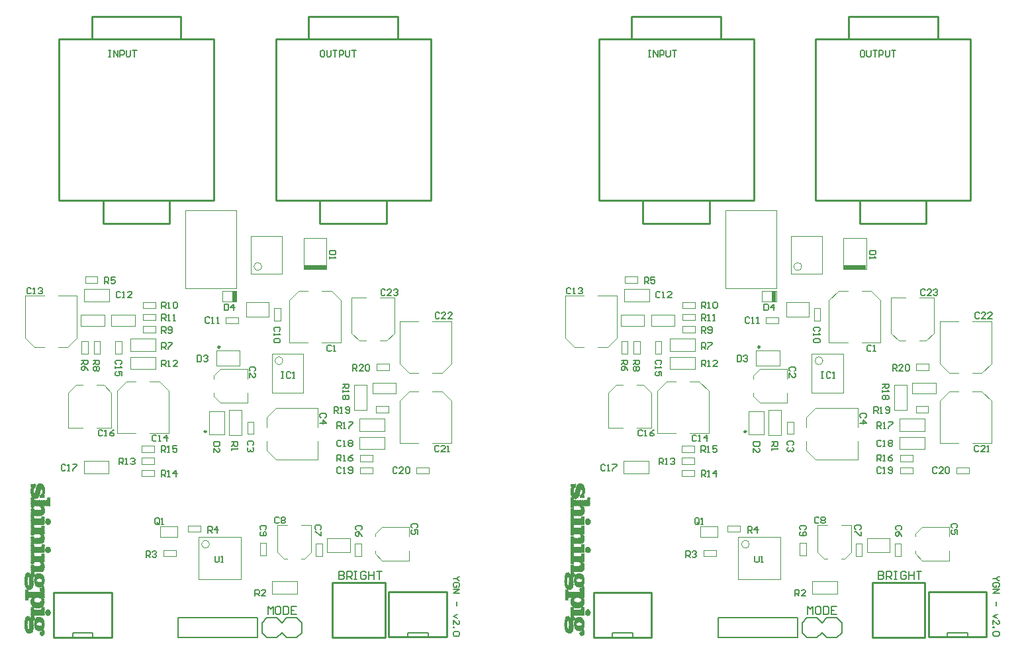
<source format=gto>
G04*
G04 #@! TF.GenerationSoftware,Altium Limited,Altium Designer,19.1.6 (110)*
G04*
G04 Layer_Color=65535*
%FSLAX25Y25*%
%MOIN*%
G70*
G01*
G75*
%ADD30C,0.01000*%
%ADD41C,0.00394*%
%ADD42C,0.00787*%
%ADD43C,0.00500*%
%ADD44C,0.00591*%
%ADD45C,0.00591*%
%ADD46C,0.00787*%
%ADD47R,0.11417X0.02118*%
%ADD48R,0.02067X0.05315*%
G36*
X326591Y128533D02*
X326709D01*
Y128416D01*
X326826D01*
Y128299D01*
X326943D01*
Y128416D01*
X327060D01*
Y128299D01*
X327177D01*
Y128182D01*
X327294D01*
Y128064D01*
X327412D01*
Y127947D01*
X327529D01*
Y127830D01*
X327646D01*
Y127713D01*
X327763D01*
Y127361D01*
X327880D01*
Y127244D01*
X327997D01*
Y127010D01*
X328115D01*
Y126776D01*
X328232D01*
Y126424D01*
X328349D01*
Y126307D01*
X328232D01*
Y126190D01*
X328349D01*
Y125838D01*
X328466D01*
Y125721D01*
X328349D01*
Y125604D01*
X328466D01*
Y125487D01*
X328349D01*
Y125370D01*
X328466D01*
Y125253D01*
X328349D01*
Y125135D01*
X328466D01*
Y125018D01*
X328349D01*
Y124901D01*
X328466D01*
Y124550D01*
X328349D01*
Y124433D01*
X328466D01*
Y124315D01*
X328349D01*
Y123964D01*
X328232D01*
Y123847D01*
X328349D01*
Y123730D01*
X328232D01*
Y123378D01*
X328115D01*
Y123261D01*
X327997D01*
Y122909D01*
X327880D01*
Y122792D01*
X327763D01*
Y122675D01*
X328115D01*
Y122558D01*
X328232D01*
Y122441D01*
X328115D01*
Y122324D01*
X328232D01*
Y122206D01*
X328115D01*
Y122089D01*
X328232D01*
Y121972D01*
X328115D01*
Y121855D01*
X328232D01*
Y121738D01*
X328115D01*
Y121621D01*
X328232D01*
Y121504D01*
X328115D01*
Y121386D01*
X328232D01*
Y121269D01*
X328115D01*
Y121152D01*
X325889D01*
Y121269D01*
X325771D01*
Y121386D01*
X325654D01*
Y121504D01*
X325771D01*
Y121621D01*
X325654D01*
Y121738D01*
X325771D01*
Y121855D01*
X325654D01*
Y121972D01*
X325771D01*
Y122089D01*
X325654D01*
Y122206D01*
X325771D01*
Y122324D01*
X325654D01*
Y122441D01*
X325537D01*
Y122324D01*
X325420D01*
Y121972D01*
X325303D01*
Y121855D01*
X325186D01*
Y121504D01*
X325068D01*
Y121386D01*
X324951D01*
Y121269D01*
X324717D01*
Y121035D01*
X324600D01*
Y121152D01*
X324483D01*
Y121035D01*
X324365D01*
Y120918D01*
X324014D01*
Y120801D01*
X323897D01*
Y120918D01*
X323780D01*
Y120801D01*
X323194D01*
Y120918D01*
X323077D01*
Y120801D01*
X322960D01*
Y120918D01*
X322843D01*
Y120801D01*
X322725D01*
Y120684D01*
X322843D01*
Y120332D01*
X322960D01*
Y120215D01*
X323780D01*
Y120098D01*
X323897D01*
Y120215D01*
X324248D01*
Y120098D01*
X324365D01*
Y120215D01*
X324717D01*
Y120098D01*
X324834D01*
Y120215D01*
X325186D01*
Y120098D01*
X325303D01*
Y120215D01*
X325654D01*
Y120098D01*
X325771D01*
Y120215D01*
X326123D01*
Y120098D01*
X326240D01*
Y120215D01*
X326591D01*
Y120098D01*
X326709D01*
Y120215D01*
X327060D01*
Y120098D01*
X327177D01*
Y120215D01*
X327529D01*
Y120098D01*
X327646D01*
Y120215D01*
X327997D01*
Y120098D01*
X328115D01*
Y120215D01*
X328466D01*
Y120098D01*
X328583D01*
Y120215D01*
X329169D01*
Y120332D01*
X329286D01*
Y120684D01*
X329403D01*
Y120801D01*
X329286D01*
Y121152D01*
X329403D01*
Y121269D01*
X329286D01*
Y121386D01*
X329638D01*
Y121504D01*
X329989D01*
Y121386D01*
X330106D01*
Y121504D01*
X330458D01*
Y121386D01*
X330575D01*
Y121504D01*
X330809D01*
Y121386D01*
X331044D01*
Y121269D01*
X330926D01*
Y121152D01*
X331044D01*
Y121035D01*
X330926D01*
Y120918D01*
X331044D01*
Y120801D01*
X330926D01*
Y120684D01*
X331044D01*
Y120566D01*
X330926D01*
Y120449D01*
X331044D01*
Y120332D01*
X330926D01*
Y120215D01*
X331044D01*
Y120098D01*
X330926D01*
Y119981D01*
X331044D01*
Y119863D01*
X330926D01*
Y119746D01*
X331044D01*
Y119629D01*
X330926D01*
Y119512D01*
X331044D01*
Y119395D01*
X330926D01*
Y119278D01*
X331044D01*
Y119160D01*
X330926D01*
Y119043D01*
X331044D01*
Y118926D01*
X330926D01*
Y118809D01*
X331044D01*
Y118692D01*
X330926D01*
Y118575D01*
X331044D01*
Y118457D01*
X330926D01*
Y118340D01*
X331044D01*
Y118223D01*
X330926D01*
Y118106D01*
X331044D01*
Y117989D01*
X330926D01*
Y117872D01*
X331044D01*
Y117754D01*
X330926D01*
Y117637D01*
X331044D01*
Y117520D01*
X330926D01*
Y117403D01*
X331044D01*
Y117286D01*
X330926D01*
Y117169D01*
X330809D01*
Y117052D01*
X330692D01*
Y117169D01*
X330575D01*
Y117052D01*
X330458D01*
Y117169D01*
X330341D01*
Y117052D01*
X330223D01*
Y117169D01*
X330106D01*
Y117052D01*
X329989D01*
Y117169D01*
X329872D01*
Y117052D01*
X329755D01*
Y117169D01*
X329638D01*
Y117052D01*
X329521D01*
Y117169D01*
X329403D01*
Y117052D01*
X329286D01*
Y117169D01*
X329169D01*
Y117052D01*
X329052D01*
Y117169D01*
X328935D01*
Y117052D01*
X328818D01*
Y117169D01*
X328700D01*
Y117052D01*
X328583D01*
Y117169D01*
X328466D01*
Y117052D01*
X328349D01*
Y117169D01*
X328232D01*
Y117052D01*
X328115D01*
Y117169D01*
X327997D01*
Y117052D01*
X327880D01*
Y117169D01*
X327763D01*
Y117052D01*
X327646D01*
Y117169D01*
X327529D01*
Y117052D01*
X327646D01*
Y116934D01*
X327763D01*
Y116817D01*
X327880D01*
Y116583D01*
X327997D01*
Y116349D01*
X328115D01*
Y115997D01*
X328232D01*
Y115411D01*
X328349D01*
Y115294D01*
X328232D01*
Y115177D01*
X328349D01*
Y115060D01*
X328232D01*
Y114943D01*
X328349D01*
Y114826D01*
X328232D01*
Y114708D01*
X328349D01*
Y114591D01*
X328232D01*
Y114474D01*
X328349D01*
Y114357D01*
X328232D01*
Y114005D01*
X328115D01*
Y113888D01*
X328232D01*
Y113771D01*
X328115D01*
Y113654D01*
X327997D01*
Y113303D01*
X327880D01*
Y113185D01*
X327763D01*
Y112834D01*
X327529D01*
Y112600D01*
X327177D01*
Y112482D01*
X327060D01*
Y112365D01*
X326709D01*
Y112248D01*
X326591D01*
Y112131D01*
X326474D01*
Y112248D01*
X326357D01*
Y112131D01*
X326240D01*
Y112248D01*
X326123D01*
Y112131D01*
X326006D01*
Y112248D01*
X325889D01*
Y112131D01*
X325771D01*
Y112248D01*
X325654D01*
Y112131D01*
X325537D01*
Y112248D01*
X325420D01*
Y112131D01*
X325303D01*
Y112248D01*
X325186D01*
Y112131D01*
X325068D01*
Y112248D01*
X324951D01*
Y112131D01*
X324834D01*
Y112248D01*
X324717D01*
Y112131D01*
X324600D01*
Y112248D01*
X324483D01*
Y112131D01*
X324365D01*
Y112248D01*
X324248D01*
Y112131D01*
X324131D01*
Y112248D01*
X324014D01*
Y112131D01*
X323897D01*
Y112248D01*
X323780D01*
Y112131D01*
X323663D01*
Y112248D01*
X323545D01*
Y112131D01*
X323428D01*
Y112248D01*
X323311D01*
Y112131D01*
X323194D01*
Y112248D01*
X323077D01*
Y112131D01*
X322960D01*
Y112248D01*
X322843D01*
Y111897D01*
X322725D01*
Y111779D01*
X322843D01*
Y111428D01*
X322725D01*
Y111311D01*
X322843D01*
Y110959D01*
X322960D01*
Y110842D01*
X326357D01*
Y110959D01*
X326474D01*
Y111076D01*
X326357D01*
Y111194D01*
X326474D01*
Y111311D01*
X326357D01*
Y111428D01*
X326474D01*
Y111545D01*
X326357D01*
Y111662D01*
X326474D01*
Y111779D01*
X326357D01*
Y111897D01*
X326474D01*
Y112014D01*
X326826D01*
Y112131D01*
X326943D01*
Y112014D01*
X327294D01*
Y112131D01*
X327412D01*
Y112014D01*
X327763D01*
Y112131D01*
X327880D01*
Y112014D01*
X327997D01*
Y111897D01*
X328115D01*
Y111779D01*
X328232D01*
Y111662D01*
X328115D01*
Y111545D01*
X328232D01*
Y111428D01*
X328115D01*
Y111311D01*
X328232D01*
Y111194D01*
X328115D01*
Y111076D01*
X328232D01*
Y110959D01*
X328115D01*
Y110842D01*
X328232D01*
Y110725D01*
X328115D01*
Y110608D01*
X328232D01*
Y110491D01*
X328115D01*
Y110374D01*
X328232D01*
Y110256D01*
X328115D01*
Y110139D01*
X328232D01*
Y110022D01*
X328115D01*
Y109905D01*
X328232D01*
Y109788D01*
X328115D01*
Y109671D01*
X328232D01*
Y109554D01*
X328115D01*
Y109436D01*
X328232D01*
Y109319D01*
X328115D01*
Y109202D01*
X328232D01*
Y109085D01*
X328115D01*
Y108968D01*
X328232D01*
Y108851D01*
X328115D01*
Y108733D01*
X328232D01*
Y108616D01*
X328115D01*
Y108499D01*
X328232D01*
Y108382D01*
X328115D01*
Y108265D01*
X328232D01*
Y108148D01*
X328115D01*
Y108030D01*
X328232D01*
Y107913D01*
X328115D01*
Y107796D01*
X327997D01*
Y107679D01*
X327880D01*
Y107796D01*
X327763D01*
Y107679D01*
X327646D01*
Y107796D01*
X327529D01*
Y107679D01*
X327412D01*
Y107796D01*
X327294D01*
Y107679D01*
X327177D01*
Y107796D01*
X327060D01*
Y107679D01*
X326943D01*
Y107796D01*
X326826D01*
Y107679D01*
X326709D01*
Y107796D01*
X326591D01*
Y107679D01*
X326474D01*
Y107796D01*
X326357D01*
Y107679D01*
X326240D01*
Y107796D01*
X326123D01*
Y107679D01*
X326006D01*
Y107796D01*
X325889D01*
Y107679D01*
X325771D01*
Y107796D01*
X325654D01*
Y107679D01*
X325537D01*
Y107796D01*
X325420D01*
Y107679D01*
X325303D01*
Y107796D01*
X325186D01*
Y107679D01*
X325068D01*
Y107796D01*
X324951D01*
Y107679D01*
X324834D01*
Y107796D01*
X324717D01*
Y107679D01*
X324600D01*
Y107796D01*
X324483D01*
Y107679D01*
X324365D01*
Y107796D01*
X324248D01*
Y107679D01*
X324131D01*
Y107796D01*
X324014D01*
Y107679D01*
X323897D01*
Y107796D01*
X323780D01*
Y107679D01*
X323663D01*
Y107796D01*
X323545D01*
Y107679D01*
X323428D01*
Y107796D01*
X323311D01*
Y107679D01*
X323194D01*
Y107796D01*
X323077D01*
Y107679D01*
X322843D01*
Y107210D01*
X322725D01*
Y107093D01*
X322843D01*
Y106742D01*
X322725D01*
Y106624D01*
X322843D01*
Y106273D01*
X322960D01*
Y106156D01*
X326357D01*
Y106273D01*
X326474D01*
Y106390D01*
X326357D01*
Y106507D01*
X326474D01*
Y106624D01*
X326357D01*
Y106742D01*
X326474D01*
Y106859D01*
X326357D01*
Y106976D01*
X326474D01*
Y107093D01*
X326357D01*
Y107210D01*
X326474D01*
Y107327D01*
X326826D01*
Y107445D01*
X326943D01*
Y107327D01*
X327294D01*
Y107445D01*
X327412D01*
Y107327D01*
X327763D01*
Y107445D01*
X327880D01*
Y107327D01*
X327997D01*
Y107210D01*
X328115D01*
Y107093D01*
X328232D01*
Y106976D01*
X328115D01*
Y106859D01*
X328232D01*
Y106742D01*
X328115D01*
Y106624D01*
X328232D01*
Y106507D01*
X328115D01*
Y106390D01*
X328232D01*
Y106273D01*
X328115D01*
Y106156D01*
X328232D01*
Y106039D01*
X328115D01*
Y105922D01*
X328232D01*
Y105804D01*
X328115D01*
Y105687D01*
X328232D01*
Y105570D01*
X328115D01*
Y105453D01*
X328232D01*
Y105336D01*
X328115D01*
Y105219D01*
X328232D01*
Y105102D01*
X328115D01*
Y104984D01*
X328232D01*
Y104867D01*
X328115D01*
Y104750D01*
X328232D01*
Y104633D01*
X328115D01*
Y104516D01*
X328232D01*
Y104399D01*
X328115D01*
Y104281D01*
X328232D01*
Y104164D01*
X328115D01*
Y104047D01*
X328232D01*
Y103930D01*
X328115D01*
Y103813D01*
X328232D01*
Y103696D01*
X328115D01*
Y103578D01*
X328232D01*
Y103461D01*
X328115D01*
Y103344D01*
X327997D01*
Y103110D01*
X327763D01*
Y103227D01*
X327646D01*
Y103110D01*
X327529D01*
Y102993D01*
X327646D01*
Y102875D01*
X327529D01*
Y102758D01*
X327763D01*
Y102524D01*
X327880D01*
Y102407D01*
X327997D01*
Y102055D01*
X328115D01*
Y101938D01*
X327997D01*
Y101821D01*
X328115D01*
Y101470D01*
X328232D01*
Y101353D01*
X328115D01*
Y101235D01*
X328232D01*
Y101118D01*
X328115D01*
Y101001D01*
X328232D01*
Y100884D01*
X328115D01*
Y100767D01*
X328232D01*
Y100649D01*
X328115D01*
Y100532D01*
X328232D01*
Y100415D01*
X328115D01*
Y100298D01*
X328232D01*
Y100181D01*
X328115D01*
Y99595D01*
X327997D01*
Y99244D01*
X327880D01*
Y99126D01*
X327997D01*
Y99009D01*
X327880D01*
Y98892D01*
X327763D01*
Y98775D01*
X327646D01*
Y98658D01*
X327529D01*
Y98541D01*
X327412D01*
Y98423D01*
X327294D01*
Y98306D01*
X327177D01*
Y98423D01*
X327060D01*
Y98306D01*
X326943D01*
Y98189D01*
X326591D01*
Y98072D01*
X326474D01*
Y98189D01*
X326357D01*
Y98072D01*
X326240D01*
Y98189D01*
X326123D01*
Y98072D01*
X326006D01*
Y98189D01*
X325889D01*
Y98072D01*
X325771D01*
Y98189D01*
X325654D01*
Y98072D01*
X325537D01*
Y98189D01*
X325420D01*
Y98072D01*
X325303D01*
Y98189D01*
X325186D01*
Y98072D01*
X325068D01*
Y98189D01*
X324951D01*
Y98072D01*
X324834D01*
Y98189D01*
X324717D01*
Y98072D01*
X324600D01*
Y98189D01*
X324483D01*
Y98072D01*
X324365D01*
Y98189D01*
X324248D01*
Y98072D01*
X324131D01*
Y98189D01*
X324014D01*
Y98072D01*
X323897D01*
Y98189D01*
X323780D01*
Y98072D01*
X323663D01*
Y98189D01*
X323545D01*
Y98072D01*
X323428D01*
Y98189D01*
X323311D01*
Y98072D01*
X323194D01*
Y98189D01*
X323077D01*
Y98072D01*
X322960D01*
Y98189D01*
X322843D01*
Y97838D01*
X322725D01*
Y97721D01*
X322843D01*
Y97369D01*
X322725D01*
Y97252D01*
X322843D01*
Y96666D01*
X326240D01*
Y96783D01*
X326357D01*
Y96900D01*
X326474D01*
Y97018D01*
X326357D01*
Y97135D01*
X326474D01*
Y97252D01*
X326357D01*
Y97369D01*
X326474D01*
Y97486D01*
X326357D01*
Y97603D01*
X326474D01*
Y97838D01*
X326709D01*
Y97955D01*
X326826D01*
Y97838D01*
X326943D01*
Y97955D01*
X327060D01*
Y97838D01*
X327177D01*
Y97955D01*
X327294D01*
Y97838D01*
X327412D01*
Y97955D01*
X327529D01*
Y97838D01*
X327646D01*
Y97955D01*
X327763D01*
Y97838D01*
X327880D01*
Y97955D01*
X327997D01*
Y97838D01*
X328115D01*
Y97721D01*
X328232D01*
Y97603D01*
X328115D01*
Y97486D01*
X328232D01*
Y97369D01*
X328115D01*
Y97252D01*
X328232D01*
Y97135D01*
X328115D01*
Y97018D01*
X328232D01*
Y96900D01*
X328115D01*
Y96783D01*
X328232D01*
Y96666D01*
X328115D01*
Y96549D01*
X328232D01*
Y96432D01*
X328115D01*
Y96315D01*
X328232D01*
Y96197D01*
X328115D01*
Y96080D01*
X328232D01*
Y95963D01*
X328115D01*
Y95846D01*
X328232D01*
Y95729D01*
X328115D01*
Y95612D01*
X328232D01*
Y95495D01*
X328115D01*
Y95377D01*
X328232D01*
Y95260D01*
X328115D01*
Y95143D01*
X328232D01*
Y95026D01*
X328115D01*
Y94909D01*
X328232D01*
Y94792D01*
X328115D01*
Y94674D01*
X328232D01*
Y94557D01*
X328115D01*
Y94440D01*
X328232D01*
Y94323D01*
X328115D01*
Y94206D01*
X328232D01*
Y94089D01*
X328115D01*
Y93972D01*
X328232D01*
Y93854D01*
X328115D01*
Y93737D01*
X328232D01*
Y93620D01*
X327880D01*
Y93503D01*
X327529D01*
Y93620D01*
X327412D01*
Y93503D01*
X327060D01*
Y93620D01*
X326943D01*
Y93503D01*
X326591D01*
Y93620D01*
X326474D01*
Y93503D01*
X326123D01*
Y93620D01*
X326006D01*
Y93503D01*
X325654D01*
Y93620D01*
X325537D01*
Y93503D01*
X325186D01*
Y93620D01*
X325068D01*
Y93503D01*
X324717D01*
Y93620D01*
X324600D01*
Y93503D01*
X324248D01*
Y93620D01*
X324131D01*
Y93503D01*
X323780D01*
Y93620D01*
X323663D01*
Y93503D01*
X323311D01*
Y93620D01*
X323194D01*
Y93503D01*
X322843D01*
Y93151D01*
X322725D01*
Y93034D01*
X322843D01*
Y92683D01*
X322725D01*
Y92566D01*
X322843D01*
Y91980D01*
X323194D01*
Y92097D01*
X323311D01*
Y91980D01*
X323663D01*
Y92097D01*
X323780D01*
Y91980D01*
X324131D01*
Y92097D01*
X324248D01*
Y91980D01*
X324600D01*
Y92097D01*
X324717D01*
Y91980D01*
X325068D01*
Y92097D01*
X325186D01*
Y91980D01*
X325537D01*
Y92097D01*
X325654D01*
Y91980D01*
X326006D01*
Y92097D01*
X326123D01*
Y91980D01*
X326240D01*
Y92097D01*
X326357D01*
Y92214D01*
X326474D01*
Y92331D01*
X326357D01*
Y92449D01*
X326474D01*
Y92566D01*
X326357D01*
Y92683D01*
X326474D01*
Y92800D01*
X326357D01*
Y92917D01*
X326474D01*
Y93151D01*
X326709D01*
Y93269D01*
X326826D01*
Y93151D01*
X326943D01*
Y93269D01*
X327060D01*
Y93151D01*
X327177D01*
Y93269D01*
X327294D01*
Y93151D01*
X327412D01*
Y93269D01*
X327529D01*
Y93151D01*
X327646D01*
Y93269D01*
X327763D01*
Y93151D01*
X327880D01*
Y93269D01*
X327997D01*
Y93151D01*
X328115D01*
Y93034D01*
X328232D01*
Y92917D01*
X328115D01*
Y92800D01*
X328232D01*
Y92683D01*
X328115D01*
Y92566D01*
X328232D01*
Y92449D01*
X328115D01*
Y92331D01*
X328232D01*
Y92214D01*
X328115D01*
Y92097D01*
X328232D01*
Y91980D01*
X328115D01*
Y91863D01*
X328232D01*
Y91746D01*
X328115D01*
Y91628D01*
X328232D01*
Y91511D01*
X328115D01*
Y91394D01*
X328232D01*
Y91277D01*
X328115D01*
Y91160D01*
X328232D01*
Y91043D01*
X328115D01*
Y90925D01*
X328232D01*
Y90808D01*
X328115D01*
Y90691D01*
X328232D01*
Y90574D01*
X328115D01*
Y90457D01*
X328232D01*
Y90340D01*
X328115D01*
Y90223D01*
X328232D01*
Y90105D01*
X328115D01*
Y89988D01*
X328232D01*
Y89871D01*
X328115D01*
Y89754D01*
X328232D01*
Y89637D01*
X328115D01*
Y89520D01*
X328232D01*
Y89402D01*
X328115D01*
Y89285D01*
X328232D01*
Y89168D01*
X328115D01*
Y89051D01*
X327997D01*
Y88934D01*
X327880D01*
Y89051D01*
X327763D01*
Y88934D01*
X327646D01*
Y89051D01*
X327529D01*
Y88699D01*
X327646D01*
Y88582D01*
X327763D01*
Y88465D01*
X327880D01*
Y88348D01*
X327997D01*
Y87762D01*
X328115D01*
Y87411D01*
X328232D01*
Y87293D01*
X328115D01*
Y87176D01*
X328232D01*
Y87059D01*
X328115D01*
Y86942D01*
X328232D01*
Y86825D01*
X328115D01*
Y86708D01*
X328232D01*
Y86591D01*
X328115D01*
Y86473D01*
X328232D01*
Y86356D01*
X328115D01*
Y86239D01*
X328232D01*
Y86122D01*
X328115D01*
Y86005D01*
X328232D01*
Y85888D01*
X328115D01*
Y85536D01*
X327997D01*
Y85419D01*
X328115D01*
Y85302D01*
X327997D01*
Y84950D01*
X327880D01*
Y84833D01*
X327763D01*
Y84599D01*
X327529D01*
Y84365D01*
X327294D01*
Y84247D01*
X327177D01*
Y84130D01*
X327060D01*
Y84013D01*
X326943D01*
Y84130D01*
X326826D01*
Y84013D01*
X326474D01*
Y83896D01*
X326357D01*
Y84013D01*
X326240D01*
Y83896D01*
X322843D01*
Y83779D01*
X322725D01*
Y83662D01*
X322843D01*
Y83310D01*
X322960D01*
Y83193D01*
X323077D01*
Y83076D01*
X323194D01*
Y82959D01*
X323311D01*
Y82841D01*
X323428D01*
Y82490D01*
X323545D01*
Y82607D01*
X323663D01*
Y82724D01*
X323780D01*
Y82841D01*
X323897D01*
Y82959D01*
X324014D01*
Y83076D01*
X324131D01*
Y83193D01*
X324248D01*
Y83076D01*
X324365D01*
Y83193D01*
X324483D01*
Y83310D01*
X325068D01*
Y83427D01*
X325186D01*
Y83310D01*
X325303D01*
Y83427D01*
X325420D01*
Y83310D01*
X325537D01*
Y83427D01*
X325654D01*
Y83310D01*
X326006D01*
Y83193D01*
X326123D01*
Y83310D01*
X326240D01*
Y83193D01*
X326357D01*
Y83076D01*
X326474D01*
Y83193D01*
X326591D01*
Y83076D01*
X326709D01*
Y82959D01*
X326826D01*
Y82841D01*
X326943D01*
Y82724D01*
X327060D01*
Y82607D01*
X327177D01*
Y82490D01*
X327294D01*
Y82373D01*
X327412D01*
Y82256D01*
X327529D01*
Y82139D01*
X327646D01*
Y82021D01*
X327763D01*
Y81670D01*
X327880D01*
Y81318D01*
X327997D01*
Y80967D01*
X328115D01*
Y80850D01*
X327997D01*
Y80733D01*
X328115D01*
Y80616D01*
X328232D01*
Y80498D01*
X328115D01*
Y80381D01*
X328232D01*
Y80264D01*
X328115D01*
Y80147D01*
X328232D01*
Y80030D01*
X328115D01*
Y79913D01*
X328232D01*
Y79795D01*
X328115D01*
Y79678D01*
X328232D01*
Y79561D01*
X328115D01*
Y79444D01*
X328232D01*
Y79327D01*
X328115D01*
Y79210D01*
X328232D01*
Y79093D01*
X328115D01*
Y78741D01*
X327997D01*
Y78624D01*
X328115D01*
Y78507D01*
X327997D01*
Y77921D01*
X327880D01*
Y77804D01*
X327763D01*
Y77452D01*
X327646D01*
Y77101D01*
X327763D01*
Y76749D01*
X327880D01*
Y76632D01*
X327997D01*
Y76281D01*
X328115D01*
Y76164D01*
X327997D01*
Y76046D01*
X328115D01*
Y75929D01*
X328232D01*
Y75812D01*
X328115D01*
Y75695D01*
X328232D01*
Y75578D01*
X328115D01*
Y75461D01*
X328232D01*
Y75344D01*
X328115D01*
Y75226D01*
X328232D01*
Y75109D01*
X328115D01*
Y74992D01*
X328232D01*
Y74875D01*
X328115D01*
Y74758D01*
X328232D01*
Y74641D01*
X328115D01*
Y74523D01*
X328232D01*
Y74406D01*
X328115D01*
Y74289D01*
X328232D01*
Y74172D01*
X328115D01*
Y74055D01*
X328232D01*
Y73938D01*
X328115D01*
Y73820D01*
X328232D01*
Y73703D01*
X328115D01*
Y73586D01*
X328232D01*
Y73469D01*
X328115D01*
Y73352D01*
X328232D01*
Y73235D01*
X328115D01*
Y73118D01*
X328232D01*
Y73000D01*
X328115D01*
Y72883D01*
X328232D01*
Y72766D01*
X328115D01*
Y72649D01*
X328232D01*
Y72532D01*
X328115D01*
Y72414D01*
X328232D01*
Y72297D01*
X328115D01*
Y72180D01*
X328232D01*
Y72063D01*
X328115D01*
Y71946D01*
X328232D01*
Y71829D01*
X328115D01*
Y71712D01*
X328232D01*
Y71594D01*
X328115D01*
Y71477D01*
X328232D01*
Y71360D01*
X328115D01*
Y71243D01*
X328232D01*
Y71126D01*
X328115D01*
Y71009D01*
X327997D01*
Y70891D01*
X327880D01*
Y71009D01*
X327763D01*
Y70891D01*
X327646D01*
Y71009D01*
X327529D01*
Y70891D01*
X327646D01*
Y70774D01*
X327763D01*
Y70657D01*
X327880D01*
Y70306D01*
X327997D01*
Y69954D01*
X328115D01*
Y69837D01*
X327997D01*
Y69720D01*
X328115D01*
Y69368D01*
X328232D01*
Y69251D01*
X328115D01*
Y69134D01*
X328232D01*
Y69017D01*
X328115D01*
Y68900D01*
X328232D01*
Y68783D01*
X328115D01*
Y68665D01*
X328232D01*
Y68548D01*
X328115D01*
Y68431D01*
X328232D01*
Y68314D01*
X328115D01*
Y68197D01*
X327997D01*
Y68080D01*
X328115D01*
Y67962D01*
X327997D01*
Y67611D01*
X327880D01*
Y67494D01*
X327763D01*
Y67377D01*
X327880D01*
Y67260D01*
X327763D01*
Y67142D01*
X327646D01*
Y67025D01*
X327529D01*
Y66674D01*
X327294D01*
Y66439D01*
X327060D01*
Y66205D01*
X327177D01*
Y66322D01*
X327294D01*
Y66205D01*
X327412D01*
Y66322D01*
X327529D01*
Y66205D01*
X327646D01*
Y66322D01*
X327763D01*
Y66205D01*
X327880D01*
Y66322D01*
X327997D01*
Y66205D01*
X328115D01*
Y66088D01*
X328232D01*
Y65971D01*
X328115D01*
Y65854D01*
X328232D01*
Y65737D01*
X328115D01*
Y65619D01*
X328232D01*
Y65502D01*
X328115D01*
Y65385D01*
X328232D01*
Y65268D01*
X328115D01*
Y65151D01*
X328232D01*
Y65034D01*
X328115D01*
Y64916D01*
X328232D01*
Y64799D01*
X328115D01*
Y64682D01*
X328232D01*
Y64565D01*
X328115D01*
Y64448D01*
X328232D01*
Y64331D01*
X328115D01*
Y64214D01*
X328232D01*
Y64096D01*
X328115D01*
Y63979D01*
X328232D01*
Y63862D01*
X328115D01*
Y63745D01*
X328232D01*
Y63628D01*
X328115D01*
Y63511D01*
X328232D01*
Y63393D01*
X328115D01*
Y63276D01*
X328232D01*
Y63159D01*
X328115D01*
Y63042D01*
X328232D01*
Y62925D01*
X328115D01*
Y62808D01*
X328232D01*
Y62690D01*
X328115D01*
Y62573D01*
X328232D01*
Y62456D01*
X328115D01*
Y62339D01*
X328232D01*
Y62222D01*
X328115D01*
Y62105D01*
X327997D01*
Y61870D01*
X327763D01*
Y61988D01*
X327646D01*
Y61870D01*
X327294D01*
Y61988D01*
X327177D01*
Y61870D01*
X326826D01*
Y61988D01*
X326709D01*
Y61870D01*
X326357D01*
Y61988D01*
X326240D01*
Y61870D01*
X325889D01*
Y61988D01*
X325771D01*
Y61870D01*
X325420D01*
Y61988D01*
X325303D01*
Y61870D01*
X324951D01*
Y61988D01*
X324834D01*
Y61870D01*
X324483D01*
Y61988D01*
X324365D01*
Y61870D01*
X324014D01*
Y61988D01*
X323897D01*
Y61870D01*
X323545D01*
Y61988D01*
X323428D01*
Y61870D01*
X323077D01*
Y61988D01*
X322960D01*
Y61870D01*
X322843D01*
Y61753D01*
X322725D01*
Y61636D01*
X322843D01*
Y61285D01*
X322960D01*
Y61167D01*
X323077D01*
Y61050D01*
X323194D01*
Y60933D01*
X323311D01*
Y60816D01*
X323428D01*
Y60699D01*
X323311D01*
Y60582D01*
X323428D01*
Y60464D01*
X323545D01*
Y60582D01*
X323663D01*
Y60699D01*
X323780D01*
Y60816D01*
X323897D01*
Y60933D01*
X324014D01*
Y61050D01*
X324131D01*
Y61167D01*
X324248D01*
Y61050D01*
X324365D01*
Y61167D01*
X324483D01*
Y61285D01*
X324834D01*
Y61402D01*
X324951D01*
Y61285D01*
X325068D01*
Y61402D01*
X325186D01*
Y61285D01*
X325303D01*
Y61402D01*
X325420D01*
Y61285D01*
X325537D01*
Y61402D01*
X325654D01*
Y61285D01*
X326006D01*
Y61167D01*
X326357D01*
Y61050D01*
X326474D01*
Y61167D01*
X326591D01*
Y61050D01*
X326709D01*
Y60933D01*
X326826D01*
Y60816D01*
X326943D01*
Y60699D01*
X327060D01*
Y60582D01*
X327177D01*
Y60464D01*
X327294D01*
Y60347D01*
X327412D01*
Y60230D01*
X327529D01*
Y59996D01*
X327646D01*
Y59879D01*
X327763D01*
Y59644D01*
X327880D01*
Y59293D01*
X327997D01*
Y58941D01*
X328115D01*
Y58824D01*
X327997D01*
Y58707D01*
X328115D01*
Y58356D01*
X328232D01*
Y58239D01*
X328115D01*
Y58121D01*
X328232D01*
Y58004D01*
X328115D01*
Y57887D01*
X328232D01*
Y57770D01*
X328115D01*
Y57653D01*
X328232D01*
Y57535D01*
X328115D01*
Y57418D01*
X328232D01*
Y57301D01*
X328115D01*
Y57184D01*
X328232D01*
Y57067D01*
X328115D01*
Y56715D01*
X327997D01*
Y56598D01*
X328115D01*
Y56481D01*
X327997D01*
Y55895D01*
X327880D01*
Y55778D01*
X327763D01*
Y55427D01*
X327646D01*
Y55075D01*
X327763D01*
Y54724D01*
X327880D01*
Y54607D01*
X327997D01*
Y54255D01*
X328115D01*
Y54138D01*
X327997D01*
Y54021D01*
X328115D01*
Y53904D01*
X328232D01*
Y53786D01*
X328115D01*
Y53669D01*
X328232D01*
Y53552D01*
X328115D01*
Y53435D01*
X328232D01*
Y53318D01*
X328115D01*
Y53201D01*
X328232D01*
Y53083D01*
X328115D01*
Y52732D01*
X327997D01*
Y52381D01*
X327880D01*
Y52263D01*
X327763D01*
Y52146D01*
X327646D01*
Y52029D01*
X327529D01*
Y51912D01*
X327177D01*
Y51795D01*
X326357D01*
Y51912D01*
X326006D01*
Y52029D01*
X325889D01*
Y52146D01*
X325771D01*
Y52263D01*
X325654D01*
Y52498D01*
X325537D01*
Y53435D01*
X325654D01*
Y53552D01*
X325771D01*
Y53786D01*
X326006D01*
Y53904D01*
X326123D01*
Y54021D01*
X326240D01*
Y54138D01*
X325889D01*
Y54021D01*
X325771D01*
Y54138D01*
X325654D01*
Y54021D01*
X325537D01*
Y54138D01*
X325420D01*
Y54021D01*
X325303D01*
Y54138D01*
X325186D01*
Y54021D01*
X325068D01*
Y54138D01*
X324717D01*
Y54255D01*
X324365D01*
Y54372D01*
X324248D01*
Y54489D01*
X324131D01*
Y54607D01*
X323897D01*
Y54724D01*
X323663D01*
Y54958D01*
X323545D01*
Y55075D01*
X323428D01*
Y55309D01*
X323311D01*
Y55427D01*
X323194D01*
Y55778D01*
X323077D01*
Y55895D01*
X322960D01*
Y56012D01*
X323077D01*
Y56130D01*
X322960D01*
Y56481D01*
X322843D01*
Y56598D01*
X322960D01*
Y56715D01*
X322843D01*
Y56833D01*
X322725D01*
Y56950D01*
X322843D01*
Y57067D01*
X322725D01*
Y57184D01*
X322843D01*
Y57301D01*
X322725D01*
Y57418D01*
X322843D01*
Y57535D01*
X322725D01*
Y57887D01*
X322843D01*
Y58004D01*
X322725D01*
Y58121D01*
X322843D01*
Y58239D01*
X322725D01*
Y58356D01*
X322843D01*
Y58473D01*
X322725D01*
Y58590D01*
X322843D01*
Y58941D01*
X322960D01*
Y59527D01*
X322608D01*
Y59176D01*
X322491D01*
Y58824D01*
X322374D01*
Y58707D01*
X322491D01*
Y58590D01*
X322374D01*
Y58473D01*
X322491D01*
Y58356D01*
X322374D01*
Y58239D01*
X322491D01*
Y58121D01*
X322374D01*
Y58004D01*
X322491D01*
Y57887D01*
X322374D01*
Y57770D01*
X322491D01*
Y57653D01*
X322608D01*
Y57535D01*
X322491D01*
Y57418D01*
X322608D01*
Y57301D01*
X322491D01*
Y57184D01*
X322608D01*
Y57067D01*
X322491D01*
Y56950D01*
X322608D01*
Y56833D01*
X322491D01*
Y56715D01*
X322608D01*
Y56598D01*
X322491D01*
Y56481D01*
X322608D01*
Y56364D01*
X322491D01*
Y56247D01*
X322608D01*
Y56130D01*
X322491D01*
Y56012D01*
X322608D01*
Y55895D01*
X322491D01*
Y55778D01*
X322608D01*
Y55661D01*
X322491D01*
Y55544D01*
X322608D01*
Y55427D01*
X322491D01*
Y55309D01*
X322608D01*
Y55192D01*
X322491D01*
Y54841D01*
X322374D01*
Y54724D01*
X322491D01*
Y54607D01*
X322374D01*
Y54255D01*
X322257D01*
Y54138D01*
X322374D01*
Y54021D01*
X322257D01*
Y53904D01*
X322140D01*
Y53786D01*
X322022D01*
Y53669D01*
X321905D01*
Y53435D01*
X321671D01*
Y53318D01*
X321554D01*
Y53201D01*
X321437D01*
Y53083D01*
X321085D01*
Y52966D01*
X320734D01*
Y52849D01*
X320617D01*
Y52966D01*
X320499D01*
Y52849D01*
X320382D01*
Y52966D01*
X320265D01*
Y52849D01*
X320148D01*
Y52966D01*
X319796D01*
Y53083D01*
X319679D01*
Y53201D01*
X319562D01*
Y53083D01*
X319445D01*
Y53201D01*
X319328D01*
Y53318D01*
X319211D01*
Y53435D01*
X318976D01*
Y53669D01*
X318859D01*
Y53786D01*
X318742D01*
Y53904D01*
X318625D01*
Y54021D01*
X318508D01*
Y54372D01*
X318390D01*
Y54724D01*
X318273D01*
Y55075D01*
X318156D01*
Y55192D01*
X318273D01*
Y55309D01*
X318156D01*
Y55427D01*
X318039D01*
Y55544D01*
X318156D01*
Y55661D01*
X318039D01*
Y56715D01*
X317922D01*
Y56833D01*
X318039D01*
Y56950D01*
X317922D01*
Y57067D01*
X318039D01*
Y57184D01*
X317922D01*
Y57301D01*
X318039D01*
Y57418D01*
X317922D01*
Y57535D01*
X318039D01*
Y57653D01*
X317922D01*
Y57770D01*
X318039D01*
Y57887D01*
X317922D01*
Y58004D01*
X318039D01*
Y58121D01*
X317922D01*
Y58239D01*
X318039D01*
Y59293D01*
X318156D01*
Y59410D01*
X318039D01*
Y59527D01*
X318156D01*
Y59644D01*
X318039D01*
Y59762D01*
X318156D01*
Y59879D01*
X318273D01*
Y59996D01*
X318156D01*
Y60113D01*
X318273D01*
Y60464D01*
X318390D01*
Y60816D01*
X318508D01*
Y61167D01*
X318625D01*
Y61285D01*
X318742D01*
Y61402D01*
X318859D01*
Y61519D01*
X318976D01*
Y61636D01*
X319211D01*
Y61753D01*
X319445D01*
Y61870D01*
X319562D01*
Y61753D01*
X319679D01*
Y61870D01*
X319796D01*
Y61753D01*
X319914D01*
Y61870D01*
X320031D01*
Y61753D01*
X320148D01*
Y61636D01*
X320499D01*
Y61402D01*
X320734D01*
Y61050D01*
X320851D01*
Y60933D01*
X320968D01*
Y61050D01*
X321085D01*
Y61167D01*
X321202D01*
Y61285D01*
X321085D01*
Y61402D01*
X321202D01*
Y61519D01*
X321085D01*
Y61636D01*
X321202D01*
Y61753D01*
X321085D01*
Y61870D01*
X321202D01*
Y61988D01*
X321085D01*
Y62105D01*
X321202D01*
Y62222D01*
X321085D01*
Y62339D01*
X321202D01*
Y62456D01*
X321085D01*
Y62573D01*
X321202D01*
Y62690D01*
X321085D01*
Y62808D01*
X321202D01*
Y62925D01*
X321085D01*
Y63042D01*
X321202D01*
Y63159D01*
X321085D01*
Y63276D01*
X321202D01*
Y63393D01*
X321085D01*
Y63511D01*
X321202D01*
Y63628D01*
X321085D01*
Y63745D01*
X321202D01*
Y63862D01*
X321085D01*
Y63979D01*
X321202D01*
Y64096D01*
X321085D01*
Y64214D01*
X321202D01*
Y64331D01*
X321085D01*
Y64448D01*
X321202D01*
Y64565D01*
X321085D01*
Y64682D01*
X321202D01*
Y64799D01*
X321085D01*
Y64916D01*
X321202D01*
Y65034D01*
X321085D01*
Y65151D01*
X321202D01*
Y65268D01*
X321085D01*
Y65385D01*
X321202D01*
Y65502D01*
X321085D01*
Y65619D01*
X321202D01*
Y65737D01*
X321085D01*
Y65854D01*
X321202D01*
Y65971D01*
X321085D01*
Y66088D01*
X321202D01*
Y66205D01*
X321320D01*
Y66322D01*
X321437D01*
Y66205D01*
X321554D01*
Y66322D01*
X321671D01*
Y66205D01*
X321788D01*
Y66322D01*
X321905D01*
Y66205D01*
X322022D01*
Y66322D01*
X322140D01*
Y66205D01*
X322257D01*
Y66322D01*
X322140D01*
Y66439D01*
X322022D01*
Y66557D01*
X321905D01*
Y66674D01*
X321788D01*
Y66791D01*
X321671D01*
Y66908D01*
X321554D01*
Y67260D01*
X321437D01*
Y67377D01*
X321320D01*
Y67494D01*
X321202D01*
Y67611D01*
X321320D01*
Y67728D01*
X321202D01*
Y67845D01*
X321085D01*
Y67962D01*
X321202D01*
Y68080D01*
X321085D01*
Y68665D01*
X320968D01*
Y68783D01*
X321085D01*
Y68900D01*
X320968D01*
Y69017D01*
X321085D01*
Y69134D01*
X320968D01*
Y69251D01*
X321085D01*
Y70071D01*
X321202D01*
Y70188D01*
X321320D01*
Y70540D01*
X321437D01*
Y70657D01*
X321554D01*
Y70891D01*
X320148D01*
Y70774D01*
X320031D01*
Y70657D01*
X319914D01*
Y70540D01*
X320031D01*
Y70188D01*
X319914D01*
Y70071D01*
X320031D01*
Y69720D01*
X319796D01*
Y69603D01*
X318508D01*
Y69720D01*
X318273D01*
Y69837D01*
X318390D01*
Y69954D01*
X318273D01*
Y70071D01*
X318390D01*
Y70188D01*
X318273D01*
Y70306D01*
X318390D01*
Y70423D01*
X318273D01*
Y70540D01*
X318390D01*
Y70657D01*
X318273D01*
Y70774D01*
X318390D01*
Y70891D01*
X318273D01*
Y71009D01*
X318390D01*
Y71126D01*
X318273D01*
Y71243D01*
X318390D01*
Y71360D01*
X318273D01*
Y71477D01*
X318390D01*
Y71594D01*
X318273D01*
Y71712D01*
X318390D01*
Y71829D01*
X318273D01*
Y71946D01*
X318390D01*
Y72063D01*
X318273D01*
Y72180D01*
X318390D01*
Y72297D01*
X318273D01*
Y72414D01*
X318390D01*
Y72532D01*
X318273D01*
Y72649D01*
X318390D01*
Y72766D01*
X318273D01*
Y72883D01*
X318390D01*
Y73000D01*
X318273D01*
Y73118D01*
X318390D01*
Y73235D01*
X318273D01*
Y73352D01*
X318390D01*
Y73469D01*
X318273D01*
Y73586D01*
X318390D01*
Y73703D01*
X318273D01*
Y73820D01*
X318390D01*
Y73938D01*
X318273D01*
Y74055D01*
X318390D01*
Y74172D01*
X318273D01*
Y74289D01*
X318390D01*
Y74406D01*
X318273D01*
Y74523D01*
X318390D01*
Y74641D01*
X318273D01*
Y74758D01*
X318390D01*
Y74875D01*
X318273D01*
Y74992D01*
X318390D01*
Y75109D01*
X318508D01*
Y75226D01*
X318625D01*
Y75109D01*
X318742D01*
Y75226D01*
X318859D01*
Y75109D01*
X318976D01*
Y75226D01*
X319093D01*
Y75109D01*
X319211D01*
Y75226D01*
X319328D01*
Y75109D01*
X319445D01*
Y75226D01*
X319328D01*
Y75344D01*
X319211D01*
Y75461D01*
X318976D01*
Y75695D01*
X318859D01*
Y75812D01*
X318742D01*
Y75929D01*
X318625D01*
Y76046D01*
X318508D01*
Y76398D01*
X318390D01*
Y76749D01*
X318273D01*
Y77101D01*
X318156D01*
Y77218D01*
X318273D01*
Y77335D01*
X318156D01*
Y77452D01*
X318039D01*
Y77570D01*
X318156D01*
Y77687D01*
X318039D01*
Y78741D01*
X317922D01*
Y78858D01*
X318039D01*
Y78975D01*
X317922D01*
Y79093D01*
X318039D01*
Y79210D01*
X317922D01*
Y79327D01*
X318039D01*
Y79444D01*
X317922D01*
Y79561D01*
X318039D01*
Y79678D01*
X317922D01*
Y79795D01*
X318039D01*
Y79913D01*
X317922D01*
Y80030D01*
X318039D01*
Y80147D01*
X317922D01*
Y80264D01*
X318039D01*
Y81318D01*
X318156D01*
Y81436D01*
X318039D01*
Y81553D01*
X318156D01*
Y81670D01*
X318039D01*
Y81787D01*
X318156D01*
Y81904D01*
X318273D01*
Y82021D01*
X318156D01*
Y82139D01*
X318273D01*
Y82490D01*
X318390D01*
Y82841D01*
X318508D01*
Y83193D01*
X318625D01*
Y83076D01*
X318742D01*
Y83193D01*
X318625D01*
Y83310D01*
X318742D01*
Y83427D01*
X318859D01*
Y83544D01*
X318976D01*
Y83662D01*
X319211D01*
Y83779D01*
X319445D01*
Y83896D01*
X319562D01*
Y83779D01*
X319679D01*
Y83896D01*
X319796D01*
Y83779D01*
X319914D01*
Y83896D01*
X320031D01*
Y83779D01*
X320148D01*
Y83662D01*
X320499D01*
Y83427D01*
X320734D01*
Y83076D01*
X320851D01*
Y82959D01*
X320968D01*
Y83076D01*
X321085D01*
Y83193D01*
X321202D01*
Y83310D01*
X321085D01*
Y83427D01*
X321202D01*
Y83544D01*
X321085D01*
Y83662D01*
X321202D01*
Y83779D01*
X321085D01*
Y83896D01*
X321202D01*
Y84013D01*
X321085D01*
Y84130D01*
X321202D01*
Y84247D01*
X321085D01*
Y84365D01*
X321202D01*
Y84482D01*
X321085D01*
Y84599D01*
X321202D01*
Y84716D01*
X321085D01*
Y84833D01*
X321202D01*
Y84950D01*
X321085D01*
Y85068D01*
X321202D01*
Y85185D01*
X321085D01*
Y85302D01*
X321202D01*
Y85419D01*
X321085D01*
Y85536D01*
X321202D01*
Y85653D01*
X321085D01*
Y85770D01*
X321202D01*
Y85888D01*
X321085D01*
Y86005D01*
X321202D01*
Y86122D01*
X321085D01*
Y86239D01*
X321202D01*
Y86356D01*
X321085D01*
Y86473D01*
X321202D01*
Y86591D01*
X321085D01*
Y86708D01*
X321202D01*
Y86825D01*
X321085D01*
Y86942D01*
X321202D01*
Y87059D01*
X321085D01*
Y87176D01*
X321202D01*
Y87293D01*
X321085D01*
Y87411D01*
X321202D01*
Y87528D01*
X321085D01*
Y87645D01*
X321202D01*
Y87762D01*
X321320D01*
Y87879D01*
X321437D01*
Y87762D01*
X321788D01*
Y87879D01*
X321905D01*
Y87762D01*
X322257D01*
Y87879D01*
X322374D01*
Y87762D01*
X322725D01*
Y87645D01*
X322843D01*
Y87528D01*
X322725D01*
Y87411D01*
X322843D01*
Y87059D01*
X325537D01*
Y87176D01*
X325654D01*
Y87059D01*
X325771D01*
Y87176D01*
X325889D01*
Y87293D01*
X326006D01*
Y87411D01*
X326123D01*
Y87528D01*
X326240D01*
Y87645D01*
X326123D01*
Y87762D01*
X326240D01*
Y87879D01*
X326123D01*
Y88231D01*
X326006D01*
Y88582D01*
X325771D01*
Y88699D01*
X325537D01*
Y88817D01*
X325186D01*
Y88934D01*
X325068D01*
Y88817D01*
X324951D01*
Y88934D01*
X324834D01*
Y88817D01*
X324717D01*
Y88934D01*
X324600D01*
Y88817D01*
X324483D01*
Y88934D01*
X324365D01*
Y88817D01*
X324248D01*
Y88934D01*
X324131D01*
Y88817D01*
X324014D01*
Y88934D01*
X323897D01*
Y88817D01*
X323780D01*
Y88934D01*
X323663D01*
Y88817D01*
X323545D01*
Y88934D01*
X323428D01*
Y88817D01*
X323311D01*
Y88934D01*
X323194D01*
Y88817D01*
X323077D01*
Y88934D01*
X322960D01*
Y88817D01*
X322843D01*
Y88465D01*
X322725D01*
Y88348D01*
X322843D01*
Y88231D01*
X322725D01*
Y88114D01*
X322608D01*
Y87997D01*
X322491D01*
Y88114D01*
X322374D01*
Y87997D01*
X322257D01*
Y88114D01*
X322140D01*
Y87997D01*
X322022D01*
Y88114D01*
X321905D01*
Y87997D01*
X321788D01*
Y88114D01*
X321671D01*
Y87997D01*
X321554D01*
Y88114D01*
X321437D01*
Y87997D01*
X321320D01*
Y88114D01*
X321202D01*
Y88231D01*
X321085D01*
Y88348D01*
X321202D01*
Y88465D01*
X321085D01*
Y88582D01*
X321202D01*
Y88699D01*
X321085D01*
Y88817D01*
X321202D01*
Y88934D01*
X321085D01*
Y89051D01*
X321202D01*
Y89168D01*
X321085D01*
Y89285D01*
X321202D01*
Y89402D01*
X321085D01*
Y89520D01*
X321202D01*
Y89637D01*
X321085D01*
Y89754D01*
X321202D01*
Y89871D01*
X321085D01*
Y89988D01*
X321202D01*
Y90105D01*
X321085D01*
Y90223D01*
X321202D01*
Y90340D01*
X321085D01*
Y90457D01*
X321202D01*
Y90574D01*
X321085D01*
Y90691D01*
X321202D01*
Y90808D01*
X321085D01*
Y90925D01*
X321202D01*
Y91043D01*
X321085D01*
Y91160D01*
X321202D01*
Y91277D01*
X321085D01*
Y91394D01*
X321202D01*
Y91511D01*
X321085D01*
Y91628D01*
X321202D01*
Y91746D01*
X321085D01*
Y91863D01*
X321202D01*
Y91980D01*
X321085D01*
Y92097D01*
X321202D01*
Y92214D01*
X321085D01*
Y92331D01*
X321202D01*
Y92449D01*
X321085D01*
Y92566D01*
X321202D01*
Y92683D01*
X321085D01*
Y92800D01*
X321202D01*
Y92917D01*
X321085D01*
Y93034D01*
X321202D01*
Y93151D01*
X321085D01*
Y93269D01*
X321202D01*
Y93386D01*
X321085D01*
Y93503D01*
X321202D01*
Y93620D01*
X321085D01*
Y93737D01*
X321202D01*
Y93854D01*
X321085D01*
Y93972D01*
X321202D01*
Y94089D01*
X321085D01*
Y94206D01*
X321202D01*
Y94323D01*
X321085D01*
Y94440D01*
X321202D01*
Y94557D01*
X321085D01*
Y94674D01*
X321202D01*
Y94792D01*
X321085D01*
Y94909D01*
X321202D01*
Y95026D01*
X321085D01*
Y95143D01*
X321202D01*
Y95260D01*
X321085D01*
Y95377D01*
X321202D01*
Y95495D01*
X321085D01*
Y95612D01*
X321202D01*
Y95729D01*
X321085D01*
Y95846D01*
X321202D01*
Y95963D01*
X321085D01*
Y96080D01*
X321202D01*
Y96197D01*
X321085D01*
Y96315D01*
X321202D01*
Y96432D01*
X321085D01*
Y96549D01*
X321202D01*
Y96666D01*
X321085D01*
Y96783D01*
X321202D01*
Y96900D01*
X321085D01*
Y97018D01*
X321202D01*
Y97135D01*
X321085D01*
Y97252D01*
X321202D01*
Y97369D01*
X321085D01*
Y97486D01*
X321202D01*
Y97603D01*
X321085D01*
Y97721D01*
X321202D01*
Y97838D01*
X321085D01*
Y97955D01*
X321202D01*
Y98072D01*
X321085D01*
Y98189D01*
X321202D01*
Y98306D01*
X321085D01*
Y98423D01*
X321202D01*
Y98541D01*
X321085D01*
Y98658D01*
X321202D01*
Y98775D01*
X321085D01*
Y98892D01*
X321202D01*
Y99009D01*
X321085D01*
Y99126D01*
X321202D01*
Y99244D01*
X321085D01*
Y99361D01*
X321202D01*
Y99478D01*
X321085D01*
Y99595D01*
X321202D01*
Y99712D01*
X321085D01*
Y99829D01*
X321202D01*
Y99947D01*
X321085D01*
Y100064D01*
X321202D01*
Y100181D01*
X321085D01*
Y100298D01*
X321202D01*
Y100415D01*
X321085D01*
Y100532D01*
X321202D01*
Y100649D01*
X321085D01*
Y100767D01*
X321202D01*
Y100884D01*
X321085D01*
Y101001D01*
X321202D01*
Y101118D01*
X321085D01*
Y101235D01*
X321202D01*
Y101353D01*
X321085D01*
Y101470D01*
X321202D01*
Y101587D01*
X321085D01*
Y101704D01*
X321202D01*
Y101821D01*
X321320D01*
Y101938D01*
X322608D01*
Y101821D01*
X322725D01*
Y101704D01*
X322843D01*
Y101587D01*
X322725D01*
Y101470D01*
X322843D01*
Y101235D01*
X323077D01*
Y101118D01*
X323194D01*
Y101235D01*
X323311D01*
Y101118D01*
X323428D01*
Y101235D01*
X323545D01*
Y101118D01*
X323663D01*
Y101235D01*
X323780D01*
Y101118D01*
X323897D01*
Y101235D01*
X324014D01*
Y101118D01*
X324131D01*
Y101235D01*
X324248D01*
Y101118D01*
X324365D01*
Y101235D01*
X324483D01*
Y101118D01*
X324600D01*
Y101235D01*
X324717D01*
Y101118D01*
X324834D01*
Y101235D01*
X324951D01*
Y101118D01*
X325068D01*
Y101235D01*
X325654D01*
Y101353D01*
X326006D01*
Y101470D01*
X326123D01*
Y101821D01*
X326240D01*
Y101938D01*
X326123D01*
Y102055D01*
X326240D01*
Y102173D01*
X326123D01*
Y102290D01*
X326006D01*
Y102407D01*
X326123D01*
Y102524D01*
X326006D01*
Y102641D01*
X325889D01*
Y102758D01*
X325771D01*
Y102875D01*
X325654D01*
Y102993D01*
X325303D01*
Y103110D01*
X325186D01*
Y102993D01*
X325068D01*
Y103110D01*
X324951D01*
Y102993D01*
X324834D01*
Y103110D01*
X324717D01*
Y102993D01*
X324600D01*
Y103110D01*
X324483D01*
Y102993D01*
X324365D01*
Y103110D01*
X324248D01*
Y102993D01*
X324131D01*
Y103110D01*
X324014D01*
Y102993D01*
X323897D01*
Y103110D01*
X323780D01*
Y102993D01*
X323663D01*
Y103110D01*
X323545D01*
Y102993D01*
X323428D01*
Y103110D01*
X323311D01*
Y102993D01*
X323194D01*
Y103110D01*
X323077D01*
Y102993D01*
X322960D01*
Y103110D01*
X322843D01*
Y102993D01*
X322725D01*
Y102875D01*
X322843D01*
Y102524D01*
X322725D01*
Y102407D01*
X322843D01*
Y102290D01*
X322491D01*
Y102173D01*
X322140D01*
Y102290D01*
X322022D01*
Y102173D01*
X321671D01*
Y102290D01*
X321554D01*
Y102173D01*
X321320D01*
Y102290D01*
X321202D01*
Y102524D01*
X321085D01*
Y102641D01*
X321202D01*
Y102758D01*
X321085D01*
Y102875D01*
X321202D01*
Y102993D01*
X321085D01*
Y103110D01*
X321202D01*
Y103227D01*
X321085D01*
Y103344D01*
X321202D01*
Y103461D01*
X321085D01*
Y103578D01*
X321202D01*
Y103696D01*
X321085D01*
Y103813D01*
X321202D01*
Y103930D01*
X321085D01*
Y104047D01*
X321202D01*
Y104164D01*
X321085D01*
Y104281D01*
X321202D01*
Y104399D01*
X321085D01*
Y104516D01*
X321202D01*
Y104633D01*
X321085D01*
Y104750D01*
X321202D01*
Y104867D01*
X321085D01*
Y104984D01*
X321202D01*
Y105102D01*
X321085D01*
Y105219D01*
X321202D01*
Y105336D01*
X321085D01*
Y105453D01*
X321202D01*
Y105570D01*
X321085D01*
Y105687D01*
X321202D01*
Y105804D01*
X321085D01*
Y105922D01*
X321202D01*
Y106039D01*
X321085D01*
Y106156D01*
X321202D01*
Y106273D01*
X321085D01*
Y106390D01*
X321202D01*
Y106507D01*
X321085D01*
Y106624D01*
X321202D01*
Y106742D01*
X321085D01*
Y106859D01*
X321202D01*
Y106976D01*
X321085D01*
Y107093D01*
X321202D01*
Y107210D01*
X321085D01*
Y107327D01*
X321202D01*
Y107445D01*
X321085D01*
Y107562D01*
X321202D01*
Y107679D01*
X321085D01*
Y107796D01*
X321202D01*
Y107913D01*
X321085D01*
Y108030D01*
X321202D01*
Y108148D01*
X321085D01*
Y108265D01*
X321202D01*
Y108382D01*
X321085D01*
Y108499D01*
X321202D01*
Y108616D01*
X321085D01*
Y108733D01*
X321202D01*
Y108851D01*
X321085D01*
Y108968D01*
X321202D01*
Y109085D01*
X321085D01*
Y109202D01*
X321202D01*
Y109319D01*
X321085D01*
Y109436D01*
X321202D01*
Y109554D01*
X321085D01*
Y109671D01*
X321202D01*
Y109788D01*
X321085D01*
Y109905D01*
X321202D01*
Y110022D01*
X321085D01*
Y110139D01*
X321202D01*
Y110256D01*
X321085D01*
Y110374D01*
X321202D01*
Y110491D01*
X321085D01*
Y110608D01*
X321202D01*
Y110725D01*
X321085D01*
Y110842D01*
X321202D01*
Y110959D01*
X321085D01*
Y111076D01*
X321202D01*
Y111194D01*
X321085D01*
Y111311D01*
X321202D01*
Y111428D01*
X321085D01*
Y111545D01*
X321202D01*
Y111662D01*
X321085D01*
Y111779D01*
X321202D01*
Y111897D01*
X321085D01*
Y112014D01*
X321202D01*
Y112131D01*
X321085D01*
Y112248D01*
X321202D01*
Y112365D01*
X321085D01*
Y112482D01*
X321202D01*
Y112600D01*
X321085D01*
Y112717D01*
X321202D01*
Y112834D01*
X321085D01*
Y112951D01*
X321202D01*
Y113068D01*
X321085D01*
Y113185D01*
X321202D01*
Y113303D01*
X321085D01*
Y113420D01*
X321202D01*
Y113537D01*
X321085D01*
Y113654D01*
X321202D01*
Y113771D01*
X321085D01*
Y113888D01*
X321202D01*
Y114005D01*
X321085D01*
Y114123D01*
X321202D01*
Y114240D01*
X321085D01*
Y114357D01*
X321202D01*
Y114474D01*
X321085D01*
Y114591D01*
X321202D01*
Y114708D01*
X321085D01*
Y114826D01*
X321202D01*
Y114943D01*
X321085D01*
Y115060D01*
X321202D01*
Y115177D01*
X321085D01*
Y115294D01*
X321202D01*
Y115411D01*
X321085D01*
Y115529D01*
X321202D01*
Y115646D01*
X321085D01*
Y115763D01*
X321202D01*
Y115880D01*
X321085D01*
Y115997D01*
X321202D01*
Y116114D01*
X321320D01*
Y116349D01*
X321202D01*
Y116583D01*
X321085D01*
Y116700D01*
X321202D01*
Y116817D01*
X321085D01*
Y116934D01*
X321202D01*
Y117052D01*
X321085D01*
Y117169D01*
X321202D01*
Y117286D01*
X321085D01*
Y117403D01*
X321202D01*
Y117520D01*
X321085D01*
Y117637D01*
X321202D01*
Y117754D01*
X321085D01*
Y117872D01*
X321202D01*
Y117989D01*
X321085D01*
Y118106D01*
X321202D01*
Y118223D01*
X321085D01*
Y118340D01*
X321202D01*
Y118457D01*
X321085D01*
Y118575D01*
X321202D01*
Y118692D01*
X321085D01*
Y118809D01*
X321202D01*
Y118926D01*
X321085D01*
Y119043D01*
X321202D01*
Y119160D01*
X321085D01*
Y119278D01*
X321202D01*
Y119395D01*
X321085D01*
Y119512D01*
X321202D01*
Y119629D01*
X321085D01*
Y119746D01*
X321202D01*
Y119863D01*
X321085D01*
Y119981D01*
X321202D01*
Y120098D01*
X321085D01*
Y120215D01*
X321202D01*
Y120332D01*
X321085D01*
Y120449D01*
X321202D01*
Y120566D01*
X321085D01*
Y120684D01*
X321202D01*
Y120801D01*
X321085D01*
Y120918D01*
X321202D01*
Y121035D01*
X321085D01*
Y121152D01*
X321202D01*
Y121269D01*
X321085D01*
Y121386D01*
X321202D01*
Y121504D01*
X321788D01*
Y121855D01*
X321671D01*
Y121972D01*
X321554D01*
Y122089D01*
X321437D01*
Y122441D01*
X321320D01*
Y122792D01*
X321202D01*
Y123144D01*
X321085D01*
Y123964D01*
X320968D01*
Y124081D01*
X321085D01*
Y124198D01*
X320968D01*
Y124315D01*
X321085D01*
Y124433D01*
X320968D01*
Y124550D01*
X321085D01*
Y124667D01*
X320968D01*
Y124784D01*
X321085D01*
Y124901D01*
X320968D01*
Y125018D01*
X321085D01*
Y125604D01*
X321202D01*
Y125721D01*
X321085D01*
Y125838D01*
X321202D01*
Y125956D01*
X321320D01*
Y126073D01*
X321202D01*
Y126190D01*
X321320D01*
Y126541D01*
X321437D01*
Y126658D01*
X321554D01*
Y126776D01*
X321437D01*
Y126893D01*
X321320D01*
Y127010D01*
X321202D01*
Y127127D01*
X321085D01*
Y127244D01*
X321202D01*
Y127361D01*
X321085D01*
Y127479D01*
X321202D01*
Y127596D01*
X321085D01*
Y127713D01*
X321202D01*
Y127830D01*
X321085D01*
Y127947D01*
X321202D01*
Y128064D01*
X321085D01*
Y128182D01*
X321202D01*
Y128299D01*
X321320D01*
Y128416D01*
X321671D01*
Y128533D01*
X321788D01*
Y128416D01*
X322140D01*
Y128533D01*
X322257D01*
Y128416D01*
X322608D01*
Y128533D01*
X322725D01*
Y128416D01*
X323077D01*
Y128533D01*
X323194D01*
Y128416D01*
X323545D01*
Y128533D01*
X323663D01*
Y128416D01*
X323780D01*
Y128299D01*
X323897D01*
Y128182D01*
X323780D01*
Y128064D01*
X323897D01*
Y127947D01*
X323780D01*
Y127830D01*
X323897D01*
Y127713D01*
X323780D01*
Y127596D01*
X323897D01*
Y127479D01*
X323780D01*
Y127361D01*
X323897D01*
Y127244D01*
X323780D01*
Y127127D01*
X323897D01*
Y127010D01*
X324014D01*
Y127244D01*
X324131D01*
Y127479D01*
X324248D01*
Y127596D01*
X324131D01*
Y127713D01*
X324248D01*
Y127596D01*
X324365D01*
Y127713D01*
X324248D01*
Y127830D01*
X324365D01*
Y127947D01*
X324483D01*
Y128064D01*
X324600D01*
Y128182D01*
X324717D01*
Y128299D01*
X324834D01*
Y128416D01*
X325068D01*
Y128533D01*
X325537D01*
Y128650D01*
X325654D01*
Y128533D01*
X325771D01*
Y128650D01*
X325889D01*
Y128533D01*
X326006D01*
Y128650D01*
X326123D01*
Y128533D01*
X326240D01*
Y128650D01*
X326357D01*
Y128533D01*
X326474D01*
Y128650D01*
X326591D01*
Y128533D01*
D02*
G37*
G36*
X54721D02*
X54839D01*
Y128416D01*
X54956D01*
Y128299D01*
X55073D01*
Y128416D01*
X55190D01*
Y128299D01*
X55307D01*
Y128182D01*
X55424D01*
Y128064D01*
X55541D01*
Y127947D01*
X55659D01*
Y127830D01*
X55776D01*
Y127713D01*
X55893D01*
Y127361D01*
X56010D01*
Y127244D01*
X56127D01*
Y127010D01*
X56244D01*
Y126776D01*
X56362D01*
Y126424D01*
X56479D01*
Y126307D01*
X56362D01*
Y126190D01*
X56479D01*
Y125838D01*
X56596D01*
Y125721D01*
X56479D01*
Y125604D01*
X56596D01*
Y125487D01*
X56479D01*
Y125370D01*
X56596D01*
Y125253D01*
X56479D01*
Y125135D01*
X56596D01*
Y125018D01*
X56479D01*
Y124901D01*
X56596D01*
Y124550D01*
X56479D01*
Y124433D01*
X56596D01*
Y124315D01*
X56479D01*
Y123964D01*
X56362D01*
Y123847D01*
X56479D01*
Y123730D01*
X56362D01*
Y123378D01*
X56244D01*
Y123261D01*
X56127D01*
Y122909D01*
X56010D01*
Y122792D01*
X55893D01*
Y122675D01*
X56244D01*
Y122558D01*
X56362D01*
Y122441D01*
X56244D01*
Y122324D01*
X56362D01*
Y122206D01*
X56244D01*
Y122089D01*
X56362D01*
Y121972D01*
X56244D01*
Y121855D01*
X56362D01*
Y121738D01*
X56244D01*
Y121621D01*
X56362D01*
Y121504D01*
X56244D01*
Y121386D01*
X56362D01*
Y121269D01*
X56244D01*
Y121152D01*
X54018D01*
Y121269D01*
X53901D01*
Y121386D01*
X53784D01*
Y121504D01*
X53901D01*
Y121621D01*
X53784D01*
Y121738D01*
X53901D01*
Y121855D01*
X53784D01*
Y121972D01*
X53901D01*
Y122089D01*
X53784D01*
Y122206D01*
X53901D01*
Y122324D01*
X53784D01*
Y122441D01*
X53667D01*
Y122324D01*
X53550D01*
Y121972D01*
X53433D01*
Y121855D01*
X53316D01*
Y121504D01*
X53198D01*
Y121386D01*
X53081D01*
Y121269D01*
X52847D01*
Y121035D01*
X52730D01*
Y121152D01*
X52613D01*
Y121035D01*
X52495D01*
Y120918D01*
X52144D01*
Y120801D01*
X52027D01*
Y120918D01*
X51910D01*
Y120801D01*
X51324D01*
Y120918D01*
X51207D01*
Y120801D01*
X51090D01*
Y120918D01*
X50972D01*
Y120801D01*
X50855D01*
Y120684D01*
X50972D01*
Y120332D01*
X51090D01*
Y120215D01*
X51910D01*
Y120098D01*
X52027D01*
Y120215D01*
X52378D01*
Y120098D01*
X52495D01*
Y120215D01*
X52847D01*
Y120098D01*
X52964D01*
Y120215D01*
X53316D01*
Y120098D01*
X53433D01*
Y120215D01*
X53784D01*
Y120098D01*
X53901D01*
Y120215D01*
X54253D01*
Y120098D01*
X54370D01*
Y120215D01*
X54721D01*
Y120098D01*
X54839D01*
Y120215D01*
X55190D01*
Y120098D01*
X55307D01*
Y120215D01*
X55659D01*
Y120098D01*
X55776D01*
Y120215D01*
X56127D01*
Y120098D01*
X56244D01*
Y120215D01*
X56596D01*
Y120098D01*
X56713D01*
Y120215D01*
X57299D01*
Y120332D01*
X57416D01*
Y120684D01*
X57533D01*
Y120801D01*
X57416D01*
Y121152D01*
X57533D01*
Y121269D01*
X57416D01*
Y121386D01*
X57768D01*
Y121504D01*
X58119D01*
Y121386D01*
X58236D01*
Y121504D01*
X58588D01*
Y121386D01*
X58705D01*
Y121504D01*
X58939D01*
Y121386D01*
X59173D01*
Y121269D01*
X59056D01*
Y121152D01*
X59173D01*
Y121035D01*
X59056D01*
Y120918D01*
X59173D01*
Y120801D01*
X59056D01*
Y120684D01*
X59173D01*
Y120566D01*
X59056D01*
Y120449D01*
X59173D01*
Y120332D01*
X59056D01*
Y120215D01*
X59173D01*
Y120098D01*
X59056D01*
Y119981D01*
X59173D01*
Y119863D01*
X59056D01*
Y119746D01*
X59173D01*
Y119629D01*
X59056D01*
Y119512D01*
X59173D01*
Y119395D01*
X59056D01*
Y119278D01*
X59173D01*
Y119160D01*
X59056D01*
Y119043D01*
X59173D01*
Y118926D01*
X59056D01*
Y118809D01*
X59173D01*
Y118692D01*
X59056D01*
Y118575D01*
X59173D01*
Y118457D01*
X59056D01*
Y118340D01*
X59173D01*
Y118223D01*
X59056D01*
Y118106D01*
X59173D01*
Y117989D01*
X59056D01*
Y117872D01*
X59173D01*
Y117754D01*
X59056D01*
Y117637D01*
X59173D01*
Y117520D01*
X59056D01*
Y117403D01*
X59173D01*
Y117286D01*
X59056D01*
Y117169D01*
X58939D01*
Y117052D01*
X58822D01*
Y117169D01*
X58705D01*
Y117052D01*
X58588D01*
Y117169D01*
X58470D01*
Y117052D01*
X58353D01*
Y117169D01*
X58236D01*
Y117052D01*
X58119D01*
Y117169D01*
X58002D01*
Y117052D01*
X57885D01*
Y117169D01*
X57768D01*
Y117052D01*
X57650D01*
Y117169D01*
X57533D01*
Y117052D01*
X57416D01*
Y117169D01*
X57299D01*
Y117052D01*
X57182D01*
Y117169D01*
X57065D01*
Y117052D01*
X56947D01*
Y117169D01*
X56830D01*
Y117052D01*
X56713D01*
Y117169D01*
X56596D01*
Y117052D01*
X56479D01*
Y117169D01*
X56362D01*
Y117052D01*
X56244D01*
Y117169D01*
X56127D01*
Y117052D01*
X56010D01*
Y117169D01*
X55893D01*
Y117052D01*
X55776D01*
Y117169D01*
X55659D01*
Y117052D01*
X55776D01*
Y116934D01*
X55893D01*
Y116817D01*
X56010D01*
Y116583D01*
X56127D01*
Y116349D01*
X56244D01*
Y115997D01*
X56362D01*
Y115411D01*
X56479D01*
Y115294D01*
X56362D01*
Y115177D01*
X56479D01*
Y115060D01*
X56362D01*
Y114943D01*
X56479D01*
Y114826D01*
X56362D01*
Y114708D01*
X56479D01*
Y114591D01*
X56362D01*
Y114474D01*
X56479D01*
Y114357D01*
X56362D01*
Y114005D01*
X56244D01*
Y113888D01*
X56362D01*
Y113771D01*
X56244D01*
Y113654D01*
X56127D01*
Y113303D01*
X56010D01*
Y113185D01*
X55893D01*
Y112834D01*
X55659D01*
Y112600D01*
X55307D01*
Y112482D01*
X55190D01*
Y112365D01*
X54839D01*
Y112248D01*
X54721D01*
Y112131D01*
X54604D01*
Y112248D01*
X54487D01*
Y112131D01*
X54370D01*
Y112248D01*
X54253D01*
Y112131D01*
X54136D01*
Y112248D01*
X54018D01*
Y112131D01*
X53901D01*
Y112248D01*
X53784D01*
Y112131D01*
X53667D01*
Y112248D01*
X53550D01*
Y112131D01*
X53433D01*
Y112248D01*
X53316D01*
Y112131D01*
X53198D01*
Y112248D01*
X53081D01*
Y112131D01*
X52964D01*
Y112248D01*
X52847D01*
Y112131D01*
X52730D01*
Y112248D01*
X52613D01*
Y112131D01*
X52495D01*
Y112248D01*
X52378D01*
Y112131D01*
X52261D01*
Y112248D01*
X52144D01*
Y112131D01*
X52027D01*
Y112248D01*
X51910D01*
Y112131D01*
X51793D01*
Y112248D01*
X51675D01*
Y112131D01*
X51558D01*
Y112248D01*
X51441D01*
Y112131D01*
X51324D01*
Y112248D01*
X51207D01*
Y112131D01*
X51090D01*
Y112248D01*
X50972D01*
Y111897D01*
X50855D01*
Y111779D01*
X50972D01*
Y111428D01*
X50855D01*
Y111311D01*
X50972D01*
Y110959D01*
X51090D01*
Y110842D01*
X54487D01*
Y110959D01*
X54604D01*
Y111076D01*
X54487D01*
Y111194D01*
X54604D01*
Y111311D01*
X54487D01*
Y111428D01*
X54604D01*
Y111545D01*
X54487D01*
Y111662D01*
X54604D01*
Y111779D01*
X54487D01*
Y111897D01*
X54604D01*
Y112014D01*
X54956D01*
Y112131D01*
X55073D01*
Y112014D01*
X55424D01*
Y112131D01*
X55541D01*
Y112014D01*
X55893D01*
Y112131D01*
X56010D01*
Y112014D01*
X56127D01*
Y111897D01*
X56244D01*
Y111779D01*
X56362D01*
Y111662D01*
X56244D01*
Y111545D01*
X56362D01*
Y111428D01*
X56244D01*
Y111311D01*
X56362D01*
Y111194D01*
X56244D01*
Y111076D01*
X56362D01*
Y110959D01*
X56244D01*
Y110842D01*
X56362D01*
Y110725D01*
X56244D01*
Y110608D01*
X56362D01*
Y110491D01*
X56244D01*
Y110374D01*
X56362D01*
Y110256D01*
X56244D01*
Y110139D01*
X56362D01*
Y110022D01*
X56244D01*
Y109905D01*
X56362D01*
Y109788D01*
X56244D01*
Y109671D01*
X56362D01*
Y109554D01*
X56244D01*
Y109436D01*
X56362D01*
Y109319D01*
X56244D01*
Y109202D01*
X56362D01*
Y109085D01*
X56244D01*
Y108968D01*
X56362D01*
Y108851D01*
X56244D01*
Y108733D01*
X56362D01*
Y108616D01*
X56244D01*
Y108499D01*
X56362D01*
Y108382D01*
X56244D01*
Y108265D01*
X56362D01*
Y108148D01*
X56244D01*
Y108030D01*
X56362D01*
Y107913D01*
X56244D01*
Y107796D01*
X56127D01*
Y107679D01*
X56010D01*
Y107796D01*
X55893D01*
Y107679D01*
X55776D01*
Y107796D01*
X55659D01*
Y107679D01*
X55541D01*
Y107796D01*
X55424D01*
Y107679D01*
X55307D01*
Y107796D01*
X55190D01*
Y107679D01*
X55073D01*
Y107796D01*
X54956D01*
Y107679D01*
X54839D01*
Y107796D01*
X54721D01*
Y107679D01*
X54604D01*
Y107796D01*
X54487D01*
Y107679D01*
X54370D01*
Y107796D01*
X54253D01*
Y107679D01*
X54136D01*
Y107796D01*
X54018D01*
Y107679D01*
X53901D01*
Y107796D01*
X53784D01*
Y107679D01*
X53667D01*
Y107796D01*
X53550D01*
Y107679D01*
X53433D01*
Y107796D01*
X53316D01*
Y107679D01*
X53198D01*
Y107796D01*
X53081D01*
Y107679D01*
X52964D01*
Y107796D01*
X52847D01*
Y107679D01*
X52730D01*
Y107796D01*
X52613D01*
Y107679D01*
X52495D01*
Y107796D01*
X52378D01*
Y107679D01*
X52261D01*
Y107796D01*
X52144D01*
Y107679D01*
X52027D01*
Y107796D01*
X51910D01*
Y107679D01*
X51793D01*
Y107796D01*
X51675D01*
Y107679D01*
X51558D01*
Y107796D01*
X51441D01*
Y107679D01*
X51324D01*
Y107796D01*
X51207D01*
Y107679D01*
X50972D01*
Y107210D01*
X50855D01*
Y107093D01*
X50972D01*
Y106742D01*
X50855D01*
Y106624D01*
X50972D01*
Y106273D01*
X51090D01*
Y106156D01*
X54487D01*
Y106273D01*
X54604D01*
Y106390D01*
X54487D01*
Y106507D01*
X54604D01*
Y106624D01*
X54487D01*
Y106742D01*
X54604D01*
Y106859D01*
X54487D01*
Y106976D01*
X54604D01*
Y107093D01*
X54487D01*
Y107210D01*
X54604D01*
Y107327D01*
X54956D01*
Y107445D01*
X55073D01*
Y107327D01*
X55424D01*
Y107445D01*
X55541D01*
Y107327D01*
X55893D01*
Y107445D01*
X56010D01*
Y107327D01*
X56127D01*
Y107210D01*
X56244D01*
Y107093D01*
X56362D01*
Y106976D01*
X56244D01*
Y106859D01*
X56362D01*
Y106742D01*
X56244D01*
Y106624D01*
X56362D01*
Y106507D01*
X56244D01*
Y106390D01*
X56362D01*
Y106273D01*
X56244D01*
Y106156D01*
X56362D01*
Y106039D01*
X56244D01*
Y105922D01*
X56362D01*
Y105804D01*
X56244D01*
Y105687D01*
X56362D01*
Y105570D01*
X56244D01*
Y105453D01*
X56362D01*
Y105336D01*
X56244D01*
Y105219D01*
X56362D01*
Y105102D01*
X56244D01*
Y104984D01*
X56362D01*
Y104867D01*
X56244D01*
Y104750D01*
X56362D01*
Y104633D01*
X56244D01*
Y104516D01*
X56362D01*
Y104399D01*
X56244D01*
Y104281D01*
X56362D01*
Y104164D01*
X56244D01*
Y104047D01*
X56362D01*
Y103930D01*
X56244D01*
Y103813D01*
X56362D01*
Y103696D01*
X56244D01*
Y103578D01*
X56362D01*
Y103461D01*
X56244D01*
Y103344D01*
X56127D01*
Y103110D01*
X55893D01*
Y103227D01*
X55776D01*
Y103110D01*
X55659D01*
Y102993D01*
X55776D01*
Y102875D01*
X55659D01*
Y102758D01*
X55893D01*
Y102524D01*
X56010D01*
Y102407D01*
X56127D01*
Y102055D01*
X56244D01*
Y101938D01*
X56127D01*
Y101821D01*
X56244D01*
Y101470D01*
X56362D01*
Y101353D01*
X56244D01*
Y101235D01*
X56362D01*
Y101118D01*
X56244D01*
Y101001D01*
X56362D01*
Y100884D01*
X56244D01*
Y100767D01*
X56362D01*
Y100649D01*
X56244D01*
Y100532D01*
X56362D01*
Y100415D01*
X56244D01*
Y100298D01*
X56362D01*
Y100181D01*
X56244D01*
Y99595D01*
X56127D01*
Y99244D01*
X56010D01*
Y99126D01*
X56127D01*
Y99009D01*
X56010D01*
Y98892D01*
X55893D01*
Y98775D01*
X55776D01*
Y98658D01*
X55659D01*
Y98541D01*
X55541D01*
Y98423D01*
X55424D01*
Y98306D01*
X55307D01*
Y98423D01*
X55190D01*
Y98306D01*
X55073D01*
Y98189D01*
X54721D01*
Y98072D01*
X54604D01*
Y98189D01*
X54487D01*
Y98072D01*
X54370D01*
Y98189D01*
X54253D01*
Y98072D01*
X54136D01*
Y98189D01*
X54018D01*
Y98072D01*
X53901D01*
Y98189D01*
X53784D01*
Y98072D01*
X53667D01*
Y98189D01*
X53550D01*
Y98072D01*
X53433D01*
Y98189D01*
X53316D01*
Y98072D01*
X53198D01*
Y98189D01*
X53081D01*
Y98072D01*
X52964D01*
Y98189D01*
X52847D01*
Y98072D01*
X52730D01*
Y98189D01*
X52613D01*
Y98072D01*
X52495D01*
Y98189D01*
X52378D01*
Y98072D01*
X52261D01*
Y98189D01*
X52144D01*
Y98072D01*
X52027D01*
Y98189D01*
X51910D01*
Y98072D01*
X51793D01*
Y98189D01*
X51675D01*
Y98072D01*
X51558D01*
Y98189D01*
X51441D01*
Y98072D01*
X51324D01*
Y98189D01*
X51207D01*
Y98072D01*
X51090D01*
Y98189D01*
X50972D01*
Y97838D01*
X50855D01*
Y97721D01*
X50972D01*
Y97369D01*
X50855D01*
Y97252D01*
X50972D01*
Y96666D01*
X54370D01*
Y96783D01*
X54487D01*
Y96900D01*
X54604D01*
Y97018D01*
X54487D01*
Y97135D01*
X54604D01*
Y97252D01*
X54487D01*
Y97369D01*
X54604D01*
Y97486D01*
X54487D01*
Y97603D01*
X54604D01*
Y97838D01*
X54839D01*
Y97955D01*
X54956D01*
Y97838D01*
X55073D01*
Y97955D01*
X55190D01*
Y97838D01*
X55307D01*
Y97955D01*
X55424D01*
Y97838D01*
X55541D01*
Y97955D01*
X55659D01*
Y97838D01*
X55776D01*
Y97955D01*
X55893D01*
Y97838D01*
X56010D01*
Y97955D01*
X56127D01*
Y97838D01*
X56244D01*
Y97721D01*
X56362D01*
Y97603D01*
X56244D01*
Y97486D01*
X56362D01*
Y97369D01*
X56244D01*
Y97252D01*
X56362D01*
Y97135D01*
X56244D01*
Y97018D01*
X56362D01*
Y96900D01*
X56244D01*
Y96783D01*
X56362D01*
Y96666D01*
X56244D01*
Y96549D01*
X56362D01*
Y96432D01*
X56244D01*
Y96315D01*
X56362D01*
Y96197D01*
X56244D01*
Y96080D01*
X56362D01*
Y95963D01*
X56244D01*
Y95846D01*
X56362D01*
Y95729D01*
X56244D01*
Y95612D01*
X56362D01*
Y95495D01*
X56244D01*
Y95377D01*
X56362D01*
Y95260D01*
X56244D01*
Y95143D01*
X56362D01*
Y95026D01*
X56244D01*
Y94909D01*
X56362D01*
Y94792D01*
X56244D01*
Y94674D01*
X56362D01*
Y94557D01*
X56244D01*
Y94440D01*
X56362D01*
Y94323D01*
X56244D01*
Y94206D01*
X56362D01*
Y94089D01*
X56244D01*
Y93972D01*
X56362D01*
Y93854D01*
X56244D01*
Y93737D01*
X56362D01*
Y93620D01*
X56010D01*
Y93503D01*
X55659D01*
Y93620D01*
X55541D01*
Y93503D01*
X55190D01*
Y93620D01*
X55073D01*
Y93503D01*
X54721D01*
Y93620D01*
X54604D01*
Y93503D01*
X54253D01*
Y93620D01*
X54136D01*
Y93503D01*
X53784D01*
Y93620D01*
X53667D01*
Y93503D01*
X53316D01*
Y93620D01*
X53198D01*
Y93503D01*
X52847D01*
Y93620D01*
X52730D01*
Y93503D01*
X52378D01*
Y93620D01*
X52261D01*
Y93503D01*
X51910D01*
Y93620D01*
X51793D01*
Y93503D01*
X51441D01*
Y93620D01*
X51324D01*
Y93503D01*
X50972D01*
Y93151D01*
X50855D01*
Y93034D01*
X50972D01*
Y92683D01*
X50855D01*
Y92566D01*
X50972D01*
Y91980D01*
X51324D01*
Y92097D01*
X51441D01*
Y91980D01*
X51793D01*
Y92097D01*
X51910D01*
Y91980D01*
X52261D01*
Y92097D01*
X52378D01*
Y91980D01*
X52730D01*
Y92097D01*
X52847D01*
Y91980D01*
X53198D01*
Y92097D01*
X53316D01*
Y91980D01*
X53667D01*
Y92097D01*
X53784D01*
Y91980D01*
X54136D01*
Y92097D01*
X54253D01*
Y91980D01*
X54370D01*
Y92097D01*
X54487D01*
Y92214D01*
X54604D01*
Y92331D01*
X54487D01*
Y92449D01*
X54604D01*
Y92566D01*
X54487D01*
Y92683D01*
X54604D01*
Y92800D01*
X54487D01*
Y92917D01*
X54604D01*
Y93151D01*
X54839D01*
Y93269D01*
X54956D01*
Y93151D01*
X55073D01*
Y93269D01*
X55190D01*
Y93151D01*
X55307D01*
Y93269D01*
X55424D01*
Y93151D01*
X55541D01*
Y93269D01*
X55659D01*
Y93151D01*
X55776D01*
Y93269D01*
X55893D01*
Y93151D01*
X56010D01*
Y93269D01*
X56127D01*
Y93151D01*
X56244D01*
Y93034D01*
X56362D01*
Y92917D01*
X56244D01*
Y92800D01*
X56362D01*
Y92683D01*
X56244D01*
Y92566D01*
X56362D01*
Y92449D01*
X56244D01*
Y92331D01*
X56362D01*
Y92214D01*
X56244D01*
Y92097D01*
X56362D01*
Y91980D01*
X56244D01*
Y91863D01*
X56362D01*
Y91746D01*
X56244D01*
Y91628D01*
X56362D01*
Y91511D01*
X56244D01*
Y91394D01*
X56362D01*
Y91277D01*
X56244D01*
Y91160D01*
X56362D01*
Y91043D01*
X56244D01*
Y90925D01*
X56362D01*
Y90808D01*
X56244D01*
Y90691D01*
X56362D01*
Y90574D01*
X56244D01*
Y90457D01*
X56362D01*
Y90340D01*
X56244D01*
Y90223D01*
X56362D01*
Y90105D01*
X56244D01*
Y89988D01*
X56362D01*
Y89871D01*
X56244D01*
Y89754D01*
X56362D01*
Y89637D01*
X56244D01*
Y89520D01*
X56362D01*
Y89402D01*
X56244D01*
Y89285D01*
X56362D01*
Y89168D01*
X56244D01*
Y89051D01*
X56127D01*
Y88934D01*
X56010D01*
Y89051D01*
X55893D01*
Y88934D01*
X55776D01*
Y89051D01*
X55659D01*
Y88699D01*
X55776D01*
Y88582D01*
X55893D01*
Y88465D01*
X56010D01*
Y88348D01*
X56127D01*
Y87762D01*
X56244D01*
Y87411D01*
X56362D01*
Y87293D01*
X56244D01*
Y87176D01*
X56362D01*
Y87059D01*
X56244D01*
Y86942D01*
X56362D01*
Y86825D01*
X56244D01*
Y86708D01*
X56362D01*
Y86591D01*
X56244D01*
Y86473D01*
X56362D01*
Y86356D01*
X56244D01*
Y86239D01*
X56362D01*
Y86122D01*
X56244D01*
Y86005D01*
X56362D01*
Y85888D01*
X56244D01*
Y85536D01*
X56127D01*
Y85419D01*
X56244D01*
Y85302D01*
X56127D01*
Y84950D01*
X56010D01*
Y84833D01*
X55893D01*
Y84599D01*
X55659D01*
Y84365D01*
X55424D01*
Y84247D01*
X55307D01*
Y84130D01*
X55190D01*
Y84013D01*
X55073D01*
Y84130D01*
X54956D01*
Y84013D01*
X54604D01*
Y83896D01*
X54487D01*
Y84013D01*
X54370D01*
Y83896D01*
X50972D01*
Y83779D01*
X50855D01*
Y83662D01*
X50972D01*
Y83310D01*
X51090D01*
Y83193D01*
X51207D01*
Y83076D01*
X51324D01*
Y82959D01*
X51441D01*
Y82841D01*
X51558D01*
Y82490D01*
X51675D01*
Y82607D01*
X51793D01*
Y82724D01*
X51910D01*
Y82841D01*
X52027D01*
Y82959D01*
X52144D01*
Y83076D01*
X52261D01*
Y83193D01*
X52378D01*
Y83076D01*
X52495D01*
Y83193D01*
X52613D01*
Y83310D01*
X53198D01*
Y83427D01*
X53316D01*
Y83310D01*
X53433D01*
Y83427D01*
X53550D01*
Y83310D01*
X53667D01*
Y83427D01*
X53784D01*
Y83310D01*
X54136D01*
Y83193D01*
X54253D01*
Y83310D01*
X54370D01*
Y83193D01*
X54487D01*
Y83076D01*
X54604D01*
Y83193D01*
X54721D01*
Y83076D01*
X54839D01*
Y82959D01*
X54956D01*
Y82841D01*
X55073D01*
Y82724D01*
X55190D01*
Y82607D01*
X55307D01*
Y82490D01*
X55424D01*
Y82373D01*
X55541D01*
Y82256D01*
X55659D01*
Y82139D01*
X55776D01*
Y82021D01*
X55893D01*
Y81670D01*
X56010D01*
Y81318D01*
X56127D01*
Y80967D01*
X56244D01*
Y80850D01*
X56127D01*
Y80733D01*
X56244D01*
Y80616D01*
X56362D01*
Y80498D01*
X56244D01*
Y80381D01*
X56362D01*
Y80264D01*
X56244D01*
Y80147D01*
X56362D01*
Y80030D01*
X56244D01*
Y79913D01*
X56362D01*
Y79795D01*
X56244D01*
Y79678D01*
X56362D01*
Y79561D01*
X56244D01*
Y79444D01*
X56362D01*
Y79327D01*
X56244D01*
Y79210D01*
X56362D01*
Y79093D01*
X56244D01*
Y78741D01*
X56127D01*
Y78624D01*
X56244D01*
Y78507D01*
X56127D01*
Y77921D01*
X56010D01*
Y77804D01*
X55893D01*
Y77452D01*
X55776D01*
Y77101D01*
X55893D01*
Y76749D01*
X56010D01*
Y76632D01*
X56127D01*
Y76281D01*
X56244D01*
Y76164D01*
X56127D01*
Y76046D01*
X56244D01*
Y75929D01*
X56362D01*
Y75812D01*
X56244D01*
Y75695D01*
X56362D01*
Y75578D01*
X56244D01*
Y75461D01*
X56362D01*
Y75344D01*
X56244D01*
Y75226D01*
X56362D01*
Y75109D01*
X56244D01*
Y74992D01*
X56362D01*
Y74875D01*
X56244D01*
Y74758D01*
X56362D01*
Y74641D01*
X56244D01*
Y74523D01*
X56362D01*
Y74406D01*
X56244D01*
Y74289D01*
X56362D01*
Y74172D01*
X56244D01*
Y74055D01*
X56362D01*
Y73938D01*
X56244D01*
Y73820D01*
X56362D01*
Y73703D01*
X56244D01*
Y73586D01*
X56362D01*
Y73469D01*
X56244D01*
Y73352D01*
X56362D01*
Y73235D01*
X56244D01*
Y73118D01*
X56362D01*
Y73000D01*
X56244D01*
Y72883D01*
X56362D01*
Y72766D01*
X56244D01*
Y72649D01*
X56362D01*
Y72532D01*
X56244D01*
Y72414D01*
X56362D01*
Y72297D01*
X56244D01*
Y72180D01*
X56362D01*
Y72063D01*
X56244D01*
Y71946D01*
X56362D01*
Y71829D01*
X56244D01*
Y71712D01*
X56362D01*
Y71594D01*
X56244D01*
Y71477D01*
X56362D01*
Y71360D01*
X56244D01*
Y71243D01*
X56362D01*
Y71126D01*
X56244D01*
Y71009D01*
X56127D01*
Y70891D01*
X56010D01*
Y71009D01*
X55893D01*
Y70891D01*
X55776D01*
Y71009D01*
X55659D01*
Y70891D01*
X55776D01*
Y70774D01*
X55893D01*
Y70657D01*
X56010D01*
Y70306D01*
X56127D01*
Y69954D01*
X56244D01*
Y69837D01*
X56127D01*
Y69720D01*
X56244D01*
Y69368D01*
X56362D01*
Y69251D01*
X56244D01*
Y69134D01*
X56362D01*
Y69017D01*
X56244D01*
Y68900D01*
X56362D01*
Y68783D01*
X56244D01*
Y68665D01*
X56362D01*
Y68548D01*
X56244D01*
Y68431D01*
X56362D01*
Y68314D01*
X56244D01*
Y68197D01*
X56127D01*
Y68080D01*
X56244D01*
Y67962D01*
X56127D01*
Y67611D01*
X56010D01*
Y67494D01*
X55893D01*
Y67377D01*
X56010D01*
Y67260D01*
X55893D01*
Y67142D01*
X55776D01*
Y67025D01*
X55659D01*
Y66674D01*
X55424D01*
Y66439D01*
X55190D01*
Y66205D01*
X55307D01*
Y66322D01*
X55424D01*
Y66205D01*
X55541D01*
Y66322D01*
X55659D01*
Y66205D01*
X55776D01*
Y66322D01*
X55893D01*
Y66205D01*
X56010D01*
Y66322D01*
X56127D01*
Y66205D01*
X56244D01*
Y66088D01*
X56362D01*
Y65971D01*
X56244D01*
Y65854D01*
X56362D01*
Y65737D01*
X56244D01*
Y65619D01*
X56362D01*
Y65502D01*
X56244D01*
Y65385D01*
X56362D01*
Y65268D01*
X56244D01*
Y65151D01*
X56362D01*
Y65034D01*
X56244D01*
Y64916D01*
X56362D01*
Y64799D01*
X56244D01*
Y64682D01*
X56362D01*
Y64565D01*
X56244D01*
Y64448D01*
X56362D01*
Y64331D01*
X56244D01*
Y64214D01*
X56362D01*
Y64096D01*
X56244D01*
Y63979D01*
X56362D01*
Y63862D01*
X56244D01*
Y63745D01*
X56362D01*
Y63628D01*
X56244D01*
Y63511D01*
X56362D01*
Y63393D01*
X56244D01*
Y63276D01*
X56362D01*
Y63159D01*
X56244D01*
Y63042D01*
X56362D01*
Y62925D01*
X56244D01*
Y62808D01*
X56362D01*
Y62690D01*
X56244D01*
Y62573D01*
X56362D01*
Y62456D01*
X56244D01*
Y62339D01*
X56362D01*
Y62222D01*
X56244D01*
Y62105D01*
X56127D01*
Y61870D01*
X55893D01*
Y61988D01*
X55776D01*
Y61870D01*
X55424D01*
Y61988D01*
X55307D01*
Y61870D01*
X54956D01*
Y61988D01*
X54839D01*
Y61870D01*
X54487D01*
Y61988D01*
X54370D01*
Y61870D01*
X54018D01*
Y61988D01*
X53901D01*
Y61870D01*
X53550D01*
Y61988D01*
X53433D01*
Y61870D01*
X53081D01*
Y61988D01*
X52964D01*
Y61870D01*
X52613D01*
Y61988D01*
X52495D01*
Y61870D01*
X52144D01*
Y61988D01*
X52027D01*
Y61870D01*
X51675D01*
Y61988D01*
X51558D01*
Y61870D01*
X51207D01*
Y61988D01*
X51090D01*
Y61870D01*
X50972D01*
Y61753D01*
X50855D01*
Y61636D01*
X50972D01*
Y61285D01*
X51090D01*
Y61167D01*
X51207D01*
Y61050D01*
X51324D01*
Y60933D01*
X51441D01*
Y60816D01*
X51558D01*
Y60699D01*
X51441D01*
Y60582D01*
X51558D01*
Y60464D01*
X51675D01*
Y60582D01*
X51793D01*
Y60699D01*
X51910D01*
Y60816D01*
X52027D01*
Y60933D01*
X52144D01*
Y61050D01*
X52261D01*
Y61167D01*
X52378D01*
Y61050D01*
X52495D01*
Y61167D01*
X52613D01*
Y61285D01*
X52964D01*
Y61402D01*
X53081D01*
Y61285D01*
X53198D01*
Y61402D01*
X53316D01*
Y61285D01*
X53433D01*
Y61402D01*
X53550D01*
Y61285D01*
X53667D01*
Y61402D01*
X53784D01*
Y61285D01*
X54136D01*
Y61167D01*
X54487D01*
Y61050D01*
X54604D01*
Y61167D01*
X54721D01*
Y61050D01*
X54839D01*
Y60933D01*
X54956D01*
Y60816D01*
X55073D01*
Y60699D01*
X55190D01*
Y60582D01*
X55307D01*
Y60464D01*
X55424D01*
Y60347D01*
X55541D01*
Y60230D01*
X55659D01*
Y59996D01*
X55776D01*
Y59879D01*
X55893D01*
Y59644D01*
X56010D01*
Y59293D01*
X56127D01*
Y58941D01*
X56244D01*
Y58824D01*
X56127D01*
Y58707D01*
X56244D01*
Y58356D01*
X56362D01*
Y58239D01*
X56244D01*
Y58121D01*
X56362D01*
Y58004D01*
X56244D01*
Y57887D01*
X56362D01*
Y57770D01*
X56244D01*
Y57653D01*
X56362D01*
Y57535D01*
X56244D01*
Y57418D01*
X56362D01*
Y57301D01*
X56244D01*
Y57184D01*
X56362D01*
Y57067D01*
X56244D01*
Y56715D01*
X56127D01*
Y56598D01*
X56244D01*
Y56481D01*
X56127D01*
Y55895D01*
X56010D01*
Y55778D01*
X55893D01*
Y55427D01*
X55776D01*
Y55075D01*
X55893D01*
Y54724D01*
X56010D01*
Y54607D01*
X56127D01*
Y54255D01*
X56244D01*
Y54138D01*
X56127D01*
Y54021D01*
X56244D01*
Y53904D01*
X56362D01*
Y53786D01*
X56244D01*
Y53669D01*
X56362D01*
Y53552D01*
X56244D01*
Y53435D01*
X56362D01*
Y53318D01*
X56244D01*
Y53201D01*
X56362D01*
Y53083D01*
X56244D01*
Y52732D01*
X56127D01*
Y52381D01*
X56010D01*
Y52263D01*
X55893D01*
Y52146D01*
X55776D01*
Y52029D01*
X55659D01*
Y51912D01*
X55307D01*
Y51795D01*
X54487D01*
Y51912D01*
X54136D01*
Y52029D01*
X54018D01*
Y52146D01*
X53901D01*
Y52263D01*
X53784D01*
Y52498D01*
X53667D01*
Y53435D01*
X53784D01*
Y53552D01*
X53901D01*
Y53786D01*
X54136D01*
Y53904D01*
X54253D01*
Y54021D01*
X54370D01*
Y54138D01*
X54018D01*
Y54021D01*
X53901D01*
Y54138D01*
X53784D01*
Y54021D01*
X53667D01*
Y54138D01*
X53550D01*
Y54021D01*
X53433D01*
Y54138D01*
X53316D01*
Y54021D01*
X53198D01*
Y54138D01*
X52847D01*
Y54255D01*
X52495D01*
Y54372D01*
X52378D01*
Y54489D01*
X52261D01*
Y54607D01*
X52027D01*
Y54724D01*
X51793D01*
Y54958D01*
X51675D01*
Y55075D01*
X51558D01*
Y55309D01*
X51441D01*
Y55427D01*
X51324D01*
Y55778D01*
X51207D01*
Y55895D01*
X51090D01*
Y56012D01*
X51207D01*
Y56130D01*
X51090D01*
Y56481D01*
X50972D01*
Y56598D01*
X51090D01*
Y56715D01*
X50972D01*
Y56833D01*
X50855D01*
Y56950D01*
X50972D01*
Y57067D01*
X50855D01*
Y57184D01*
X50972D01*
Y57301D01*
X50855D01*
Y57418D01*
X50972D01*
Y57535D01*
X50855D01*
Y57887D01*
X50972D01*
Y58004D01*
X50855D01*
Y58121D01*
X50972D01*
Y58239D01*
X50855D01*
Y58356D01*
X50972D01*
Y58473D01*
X50855D01*
Y58590D01*
X50972D01*
Y58941D01*
X51090D01*
Y59527D01*
X50738D01*
Y59176D01*
X50621D01*
Y58824D01*
X50504D01*
Y58707D01*
X50621D01*
Y58590D01*
X50504D01*
Y58473D01*
X50621D01*
Y58356D01*
X50504D01*
Y58239D01*
X50621D01*
Y58121D01*
X50504D01*
Y58004D01*
X50621D01*
Y57887D01*
X50504D01*
Y57770D01*
X50621D01*
Y57653D01*
X50738D01*
Y57535D01*
X50621D01*
Y57418D01*
X50738D01*
Y57301D01*
X50621D01*
Y57184D01*
X50738D01*
Y57067D01*
X50621D01*
Y56950D01*
X50738D01*
Y56833D01*
X50621D01*
Y56715D01*
X50738D01*
Y56598D01*
X50621D01*
Y56481D01*
X50738D01*
Y56364D01*
X50621D01*
Y56247D01*
X50738D01*
Y56130D01*
X50621D01*
Y56012D01*
X50738D01*
Y55895D01*
X50621D01*
Y55778D01*
X50738D01*
Y55661D01*
X50621D01*
Y55544D01*
X50738D01*
Y55427D01*
X50621D01*
Y55309D01*
X50738D01*
Y55192D01*
X50621D01*
Y54841D01*
X50504D01*
Y54724D01*
X50621D01*
Y54607D01*
X50504D01*
Y54255D01*
X50387D01*
Y54138D01*
X50504D01*
Y54021D01*
X50387D01*
Y53904D01*
X50270D01*
Y53786D01*
X50152D01*
Y53669D01*
X50035D01*
Y53435D01*
X49801D01*
Y53318D01*
X49684D01*
Y53201D01*
X49567D01*
Y53083D01*
X49215D01*
Y52966D01*
X48864D01*
Y52849D01*
X48746D01*
Y52966D01*
X48629D01*
Y52849D01*
X48512D01*
Y52966D01*
X48395D01*
Y52849D01*
X48278D01*
Y52966D01*
X47926D01*
Y53083D01*
X47809D01*
Y53201D01*
X47692D01*
Y53083D01*
X47575D01*
Y53201D01*
X47458D01*
Y53318D01*
X47341D01*
Y53435D01*
X47106D01*
Y53669D01*
X46989D01*
Y53786D01*
X46872D01*
Y53904D01*
X46755D01*
Y54021D01*
X46638D01*
Y54372D01*
X46520D01*
Y54724D01*
X46403D01*
Y55075D01*
X46286D01*
Y55192D01*
X46403D01*
Y55309D01*
X46286D01*
Y55427D01*
X46169D01*
Y55544D01*
X46286D01*
Y55661D01*
X46169D01*
Y56715D01*
X46052D01*
Y56833D01*
X46169D01*
Y56950D01*
X46052D01*
Y57067D01*
X46169D01*
Y57184D01*
X46052D01*
Y57301D01*
X46169D01*
Y57418D01*
X46052D01*
Y57535D01*
X46169D01*
Y57653D01*
X46052D01*
Y57770D01*
X46169D01*
Y57887D01*
X46052D01*
Y58004D01*
X46169D01*
Y58121D01*
X46052D01*
Y58239D01*
X46169D01*
Y59293D01*
X46286D01*
Y59410D01*
X46169D01*
Y59527D01*
X46286D01*
Y59644D01*
X46169D01*
Y59762D01*
X46286D01*
Y59879D01*
X46403D01*
Y59996D01*
X46286D01*
Y60113D01*
X46403D01*
Y60464D01*
X46520D01*
Y60816D01*
X46638D01*
Y61167D01*
X46755D01*
Y61285D01*
X46872D01*
Y61402D01*
X46989D01*
Y61519D01*
X47106D01*
Y61636D01*
X47341D01*
Y61753D01*
X47575D01*
Y61870D01*
X47692D01*
Y61753D01*
X47809D01*
Y61870D01*
X47926D01*
Y61753D01*
X48044D01*
Y61870D01*
X48161D01*
Y61753D01*
X48278D01*
Y61636D01*
X48629D01*
Y61402D01*
X48864D01*
Y61050D01*
X48981D01*
Y60933D01*
X49098D01*
Y61050D01*
X49215D01*
Y61167D01*
X49332D01*
Y61285D01*
X49215D01*
Y61402D01*
X49332D01*
Y61519D01*
X49215D01*
Y61636D01*
X49332D01*
Y61753D01*
X49215D01*
Y61870D01*
X49332D01*
Y61988D01*
X49215D01*
Y62105D01*
X49332D01*
Y62222D01*
X49215D01*
Y62339D01*
X49332D01*
Y62456D01*
X49215D01*
Y62573D01*
X49332D01*
Y62690D01*
X49215D01*
Y62808D01*
X49332D01*
Y62925D01*
X49215D01*
Y63042D01*
X49332D01*
Y63159D01*
X49215D01*
Y63276D01*
X49332D01*
Y63393D01*
X49215D01*
Y63511D01*
X49332D01*
Y63628D01*
X49215D01*
Y63745D01*
X49332D01*
Y63862D01*
X49215D01*
Y63979D01*
X49332D01*
Y64096D01*
X49215D01*
Y64214D01*
X49332D01*
Y64331D01*
X49215D01*
Y64448D01*
X49332D01*
Y64565D01*
X49215D01*
Y64682D01*
X49332D01*
Y64799D01*
X49215D01*
Y64916D01*
X49332D01*
Y65034D01*
X49215D01*
Y65151D01*
X49332D01*
Y65268D01*
X49215D01*
Y65385D01*
X49332D01*
Y65502D01*
X49215D01*
Y65619D01*
X49332D01*
Y65737D01*
X49215D01*
Y65854D01*
X49332D01*
Y65971D01*
X49215D01*
Y66088D01*
X49332D01*
Y66205D01*
X49449D01*
Y66322D01*
X49567D01*
Y66205D01*
X49684D01*
Y66322D01*
X49801D01*
Y66205D01*
X49918D01*
Y66322D01*
X50035D01*
Y66205D01*
X50152D01*
Y66322D01*
X50270D01*
Y66205D01*
X50387D01*
Y66322D01*
X50270D01*
Y66439D01*
X50152D01*
Y66557D01*
X50035D01*
Y66674D01*
X49918D01*
Y66791D01*
X49801D01*
Y66908D01*
X49684D01*
Y67260D01*
X49567D01*
Y67377D01*
X49449D01*
Y67494D01*
X49332D01*
Y67611D01*
X49449D01*
Y67728D01*
X49332D01*
Y67845D01*
X49215D01*
Y67962D01*
X49332D01*
Y68080D01*
X49215D01*
Y68665D01*
X49098D01*
Y68783D01*
X49215D01*
Y68900D01*
X49098D01*
Y69017D01*
X49215D01*
Y69134D01*
X49098D01*
Y69251D01*
X49215D01*
Y70071D01*
X49332D01*
Y70188D01*
X49449D01*
Y70540D01*
X49567D01*
Y70657D01*
X49684D01*
Y70891D01*
X48278D01*
Y70774D01*
X48161D01*
Y70657D01*
X48044D01*
Y70540D01*
X48161D01*
Y70188D01*
X48044D01*
Y70071D01*
X48161D01*
Y69720D01*
X47926D01*
Y69603D01*
X46638D01*
Y69720D01*
X46403D01*
Y69837D01*
X46520D01*
Y69954D01*
X46403D01*
Y70071D01*
X46520D01*
Y70188D01*
X46403D01*
Y70306D01*
X46520D01*
Y70423D01*
X46403D01*
Y70540D01*
X46520D01*
Y70657D01*
X46403D01*
Y70774D01*
X46520D01*
Y70891D01*
X46403D01*
Y71009D01*
X46520D01*
Y71126D01*
X46403D01*
Y71243D01*
X46520D01*
Y71360D01*
X46403D01*
Y71477D01*
X46520D01*
Y71594D01*
X46403D01*
Y71712D01*
X46520D01*
Y71829D01*
X46403D01*
Y71946D01*
X46520D01*
Y72063D01*
X46403D01*
Y72180D01*
X46520D01*
Y72297D01*
X46403D01*
Y72414D01*
X46520D01*
Y72532D01*
X46403D01*
Y72649D01*
X46520D01*
Y72766D01*
X46403D01*
Y72883D01*
X46520D01*
Y73000D01*
X46403D01*
Y73118D01*
X46520D01*
Y73235D01*
X46403D01*
Y73352D01*
X46520D01*
Y73469D01*
X46403D01*
Y73586D01*
X46520D01*
Y73703D01*
X46403D01*
Y73820D01*
X46520D01*
Y73938D01*
X46403D01*
Y74055D01*
X46520D01*
Y74172D01*
X46403D01*
Y74289D01*
X46520D01*
Y74406D01*
X46403D01*
Y74523D01*
X46520D01*
Y74641D01*
X46403D01*
Y74758D01*
X46520D01*
Y74875D01*
X46403D01*
Y74992D01*
X46520D01*
Y75109D01*
X46638D01*
Y75226D01*
X46755D01*
Y75109D01*
X46872D01*
Y75226D01*
X46989D01*
Y75109D01*
X47106D01*
Y75226D01*
X47223D01*
Y75109D01*
X47341D01*
Y75226D01*
X47458D01*
Y75109D01*
X47575D01*
Y75226D01*
X47458D01*
Y75344D01*
X47341D01*
Y75461D01*
X47106D01*
Y75695D01*
X46989D01*
Y75812D01*
X46872D01*
Y75929D01*
X46755D01*
Y76046D01*
X46638D01*
Y76398D01*
X46520D01*
Y76749D01*
X46403D01*
Y77101D01*
X46286D01*
Y77218D01*
X46403D01*
Y77335D01*
X46286D01*
Y77452D01*
X46169D01*
Y77570D01*
X46286D01*
Y77687D01*
X46169D01*
Y78741D01*
X46052D01*
Y78858D01*
X46169D01*
Y78975D01*
X46052D01*
Y79093D01*
X46169D01*
Y79210D01*
X46052D01*
Y79327D01*
X46169D01*
Y79444D01*
X46052D01*
Y79561D01*
X46169D01*
Y79678D01*
X46052D01*
Y79795D01*
X46169D01*
Y79913D01*
X46052D01*
Y80030D01*
X46169D01*
Y80147D01*
X46052D01*
Y80264D01*
X46169D01*
Y81318D01*
X46286D01*
Y81436D01*
X46169D01*
Y81553D01*
X46286D01*
Y81670D01*
X46169D01*
Y81787D01*
X46286D01*
Y81904D01*
X46403D01*
Y82021D01*
X46286D01*
Y82139D01*
X46403D01*
Y82490D01*
X46520D01*
Y82841D01*
X46638D01*
Y83193D01*
X46755D01*
Y83076D01*
X46872D01*
Y83193D01*
X46755D01*
Y83310D01*
X46872D01*
Y83427D01*
X46989D01*
Y83544D01*
X47106D01*
Y83662D01*
X47341D01*
Y83779D01*
X47575D01*
Y83896D01*
X47692D01*
Y83779D01*
X47809D01*
Y83896D01*
X47926D01*
Y83779D01*
X48044D01*
Y83896D01*
X48161D01*
Y83779D01*
X48278D01*
Y83662D01*
X48629D01*
Y83427D01*
X48864D01*
Y83076D01*
X48981D01*
Y82959D01*
X49098D01*
Y83076D01*
X49215D01*
Y83193D01*
X49332D01*
Y83310D01*
X49215D01*
Y83427D01*
X49332D01*
Y83544D01*
X49215D01*
Y83662D01*
X49332D01*
Y83779D01*
X49215D01*
Y83896D01*
X49332D01*
Y84013D01*
X49215D01*
Y84130D01*
X49332D01*
Y84247D01*
X49215D01*
Y84365D01*
X49332D01*
Y84482D01*
X49215D01*
Y84599D01*
X49332D01*
Y84716D01*
X49215D01*
Y84833D01*
X49332D01*
Y84950D01*
X49215D01*
Y85068D01*
X49332D01*
Y85185D01*
X49215D01*
Y85302D01*
X49332D01*
Y85419D01*
X49215D01*
Y85536D01*
X49332D01*
Y85653D01*
X49215D01*
Y85770D01*
X49332D01*
Y85888D01*
X49215D01*
Y86005D01*
X49332D01*
Y86122D01*
X49215D01*
Y86239D01*
X49332D01*
Y86356D01*
X49215D01*
Y86473D01*
X49332D01*
Y86591D01*
X49215D01*
Y86708D01*
X49332D01*
Y86825D01*
X49215D01*
Y86942D01*
X49332D01*
Y87059D01*
X49215D01*
Y87176D01*
X49332D01*
Y87293D01*
X49215D01*
Y87411D01*
X49332D01*
Y87528D01*
X49215D01*
Y87645D01*
X49332D01*
Y87762D01*
X49449D01*
Y87879D01*
X49567D01*
Y87762D01*
X49918D01*
Y87879D01*
X50035D01*
Y87762D01*
X50387D01*
Y87879D01*
X50504D01*
Y87762D01*
X50855D01*
Y87645D01*
X50972D01*
Y87528D01*
X50855D01*
Y87411D01*
X50972D01*
Y87059D01*
X53667D01*
Y87176D01*
X53784D01*
Y87059D01*
X53901D01*
Y87176D01*
X54018D01*
Y87293D01*
X54136D01*
Y87411D01*
X54253D01*
Y87528D01*
X54370D01*
Y87645D01*
X54253D01*
Y87762D01*
X54370D01*
Y87879D01*
X54253D01*
Y88231D01*
X54136D01*
Y88582D01*
X53901D01*
Y88699D01*
X53667D01*
Y88817D01*
X53316D01*
Y88934D01*
X53198D01*
Y88817D01*
X53081D01*
Y88934D01*
X52964D01*
Y88817D01*
X52847D01*
Y88934D01*
X52730D01*
Y88817D01*
X52613D01*
Y88934D01*
X52495D01*
Y88817D01*
X52378D01*
Y88934D01*
X52261D01*
Y88817D01*
X52144D01*
Y88934D01*
X52027D01*
Y88817D01*
X51910D01*
Y88934D01*
X51793D01*
Y88817D01*
X51675D01*
Y88934D01*
X51558D01*
Y88817D01*
X51441D01*
Y88934D01*
X51324D01*
Y88817D01*
X51207D01*
Y88934D01*
X51090D01*
Y88817D01*
X50972D01*
Y88465D01*
X50855D01*
Y88348D01*
X50972D01*
Y88231D01*
X50855D01*
Y88114D01*
X50738D01*
Y87997D01*
X50621D01*
Y88114D01*
X50504D01*
Y87997D01*
X50387D01*
Y88114D01*
X50270D01*
Y87997D01*
X50152D01*
Y88114D01*
X50035D01*
Y87997D01*
X49918D01*
Y88114D01*
X49801D01*
Y87997D01*
X49684D01*
Y88114D01*
X49567D01*
Y87997D01*
X49449D01*
Y88114D01*
X49332D01*
Y88231D01*
X49215D01*
Y88348D01*
X49332D01*
Y88465D01*
X49215D01*
Y88582D01*
X49332D01*
Y88699D01*
X49215D01*
Y88817D01*
X49332D01*
Y88934D01*
X49215D01*
Y89051D01*
X49332D01*
Y89168D01*
X49215D01*
Y89285D01*
X49332D01*
Y89402D01*
X49215D01*
Y89520D01*
X49332D01*
Y89637D01*
X49215D01*
Y89754D01*
X49332D01*
Y89871D01*
X49215D01*
Y89988D01*
X49332D01*
Y90105D01*
X49215D01*
Y90223D01*
X49332D01*
Y90340D01*
X49215D01*
Y90457D01*
X49332D01*
Y90574D01*
X49215D01*
Y90691D01*
X49332D01*
Y90808D01*
X49215D01*
Y90925D01*
X49332D01*
Y91043D01*
X49215D01*
Y91160D01*
X49332D01*
Y91277D01*
X49215D01*
Y91394D01*
X49332D01*
Y91511D01*
X49215D01*
Y91628D01*
X49332D01*
Y91746D01*
X49215D01*
Y91863D01*
X49332D01*
Y91980D01*
X49215D01*
Y92097D01*
X49332D01*
Y92214D01*
X49215D01*
Y92331D01*
X49332D01*
Y92449D01*
X49215D01*
Y92566D01*
X49332D01*
Y92683D01*
X49215D01*
Y92800D01*
X49332D01*
Y92917D01*
X49215D01*
Y93034D01*
X49332D01*
Y93151D01*
X49215D01*
Y93269D01*
X49332D01*
Y93386D01*
X49215D01*
Y93503D01*
X49332D01*
Y93620D01*
X49215D01*
Y93737D01*
X49332D01*
Y93854D01*
X49215D01*
Y93972D01*
X49332D01*
Y94089D01*
X49215D01*
Y94206D01*
X49332D01*
Y94323D01*
X49215D01*
Y94440D01*
X49332D01*
Y94557D01*
X49215D01*
Y94674D01*
X49332D01*
Y94792D01*
X49215D01*
Y94909D01*
X49332D01*
Y95026D01*
X49215D01*
Y95143D01*
X49332D01*
Y95260D01*
X49215D01*
Y95377D01*
X49332D01*
Y95495D01*
X49215D01*
Y95612D01*
X49332D01*
Y95729D01*
X49215D01*
Y95846D01*
X49332D01*
Y95963D01*
X49215D01*
Y96080D01*
X49332D01*
Y96197D01*
X49215D01*
Y96315D01*
X49332D01*
Y96432D01*
X49215D01*
Y96549D01*
X49332D01*
Y96666D01*
X49215D01*
Y96783D01*
X49332D01*
Y96900D01*
X49215D01*
Y97018D01*
X49332D01*
Y97135D01*
X49215D01*
Y97252D01*
X49332D01*
Y97369D01*
X49215D01*
Y97486D01*
X49332D01*
Y97603D01*
X49215D01*
Y97721D01*
X49332D01*
Y97838D01*
X49215D01*
Y97955D01*
X49332D01*
Y98072D01*
X49215D01*
Y98189D01*
X49332D01*
Y98306D01*
X49215D01*
Y98423D01*
X49332D01*
Y98541D01*
X49215D01*
Y98658D01*
X49332D01*
Y98775D01*
X49215D01*
Y98892D01*
X49332D01*
Y99009D01*
X49215D01*
Y99126D01*
X49332D01*
Y99244D01*
X49215D01*
Y99361D01*
X49332D01*
Y99478D01*
X49215D01*
Y99595D01*
X49332D01*
Y99712D01*
X49215D01*
Y99829D01*
X49332D01*
Y99947D01*
X49215D01*
Y100064D01*
X49332D01*
Y100181D01*
X49215D01*
Y100298D01*
X49332D01*
Y100415D01*
X49215D01*
Y100532D01*
X49332D01*
Y100649D01*
X49215D01*
Y100767D01*
X49332D01*
Y100884D01*
X49215D01*
Y101001D01*
X49332D01*
Y101118D01*
X49215D01*
Y101235D01*
X49332D01*
Y101353D01*
X49215D01*
Y101470D01*
X49332D01*
Y101587D01*
X49215D01*
Y101704D01*
X49332D01*
Y101821D01*
X49449D01*
Y101938D01*
X50738D01*
Y101821D01*
X50855D01*
Y101704D01*
X50972D01*
Y101587D01*
X50855D01*
Y101470D01*
X50972D01*
Y101235D01*
X51207D01*
Y101118D01*
X51324D01*
Y101235D01*
X51441D01*
Y101118D01*
X51558D01*
Y101235D01*
X51675D01*
Y101118D01*
X51793D01*
Y101235D01*
X51910D01*
Y101118D01*
X52027D01*
Y101235D01*
X52144D01*
Y101118D01*
X52261D01*
Y101235D01*
X52378D01*
Y101118D01*
X52495D01*
Y101235D01*
X52613D01*
Y101118D01*
X52730D01*
Y101235D01*
X52847D01*
Y101118D01*
X52964D01*
Y101235D01*
X53081D01*
Y101118D01*
X53198D01*
Y101235D01*
X53784D01*
Y101353D01*
X54136D01*
Y101470D01*
X54253D01*
Y101821D01*
X54370D01*
Y101938D01*
X54253D01*
Y102055D01*
X54370D01*
Y102173D01*
X54253D01*
Y102290D01*
X54136D01*
Y102407D01*
X54253D01*
Y102524D01*
X54136D01*
Y102641D01*
X54018D01*
Y102758D01*
X53901D01*
Y102875D01*
X53784D01*
Y102993D01*
X53433D01*
Y103110D01*
X53316D01*
Y102993D01*
X53198D01*
Y103110D01*
X53081D01*
Y102993D01*
X52964D01*
Y103110D01*
X52847D01*
Y102993D01*
X52730D01*
Y103110D01*
X52613D01*
Y102993D01*
X52495D01*
Y103110D01*
X52378D01*
Y102993D01*
X52261D01*
Y103110D01*
X52144D01*
Y102993D01*
X52027D01*
Y103110D01*
X51910D01*
Y102993D01*
X51793D01*
Y103110D01*
X51675D01*
Y102993D01*
X51558D01*
Y103110D01*
X51441D01*
Y102993D01*
X51324D01*
Y103110D01*
X51207D01*
Y102993D01*
X51090D01*
Y103110D01*
X50972D01*
Y102993D01*
X50855D01*
Y102875D01*
X50972D01*
Y102524D01*
X50855D01*
Y102407D01*
X50972D01*
Y102290D01*
X50621D01*
Y102173D01*
X50270D01*
Y102290D01*
X50152D01*
Y102173D01*
X49801D01*
Y102290D01*
X49684D01*
Y102173D01*
X49449D01*
Y102290D01*
X49332D01*
Y102524D01*
X49215D01*
Y102641D01*
X49332D01*
Y102758D01*
X49215D01*
Y102875D01*
X49332D01*
Y102993D01*
X49215D01*
Y103110D01*
X49332D01*
Y103227D01*
X49215D01*
Y103344D01*
X49332D01*
Y103461D01*
X49215D01*
Y103578D01*
X49332D01*
Y103696D01*
X49215D01*
Y103813D01*
X49332D01*
Y103930D01*
X49215D01*
Y104047D01*
X49332D01*
Y104164D01*
X49215D01*
Y104281D01*
X49332D01*
Y104399D01*
X49215D01*
Y104516D01*
X49332D01*
Y104633D01*
X49215D01*
Y104750D01*
X49332D01*
Y104867D01*
X49215D01*
Y104984D01*
X49332D01*
Y105102D01*
X49215D01*
Y105219D01*
X49332D01*
Y105336D01*
X49215D01*
Y105453D01*
X49332D01*
Y105570D01*
X49215D01*
Y105687D01*
X49332D01*
Y105804D01*
X49215D01*
Y105922D01*
X49332D01*
Y106039D01*
X49215D01*
Y106156D01*
X49332D01*
Y106273D01*
X49215D01*
Y106390D01*
X49332D01*
Y106507D01*
X49215D01*
Y106624D01*
X49332D01*
Y106742D01*
X49215D01*
Y106859D01*
X49332D01*
Y106976D01*
X49215D01*
Y107093D01*
X49332D01*
Y107210D01*
X49215D01*
Y107327D01*
X49332D01*
Y107445D01*
X49215D01*
Y107562D01*
X49332D01*
Y107679D01*
X49215D01*
Y107796D01*
X49332D01*
Y107913D01*
X49215D01*
Y108030D01*
X49332D01*
Y108148D01*
X49215D01*
Y108265D01*
X49332D01*
Y108382D01*
X49215D01*
Y108499D01*
X49332D01*
Y108616D01*
X49215D01*
Y108733D01*
X49332D01*
Y108851D01*
X49215D01*
Y108968D01*
X49332D01*
Y109085D01*
X49215D01*
Y109202D01*
X49332D01*
Y109319D01*
X49215D01*
Y109436D01*
X49332D01*
Y109554D01*
X49215D01*
Y109671D01*
X49332D01*
Y109788D01*
X49215D01*
Y109905D01*
X49332D01*
Y110022D01*
X49215D01*
Y110139D01*
X49332D01*
Y110256D01*
X49215D01*
Y110374D01*
X49332D01*
Y110491D01*
X49215D01*
Y110608D01*
X49332D01*
Y110725D01*
X49215D01*
Y110842D01*
X49332D01*
Y110959D01*
X49215D01*
Y111076D01*
X49332D01*
Y111194D01*
X49215D01*
Y111311D01*
X49332D01*
Y111428D01*
X49215D01*
Y111545D01*
X49332D01*
Y111662D01*
X49215D01*
Y111779D01*
X49332D01*
Y111897D01*
X49215D01*
Y112014D01*
X49332D01*
Y112131D01*
X49215D01*
Y112248D01*
X49332D01*
Y112365D01*
X49215D01*
Y112482D01*
X49332D01*
Y112600D01*
X49215D01*
Y112717D01*
X49332D01*
Y112834D01*
X49215D01*
Y112951D01*
X49332D01*
Y113068D01*
X49215D01*
Y113185D01*
X49332D01*
Y113303D01*
X49215D01*
Y113420D01*
X49332D01*
Y113537D01*
X49215D01*
Y113654D01*
X49332D01*
Y113771D01*
X49215D01*
Y113888D01*
X49332D01*
Y114005D01*
X49215D01*
Y114123D01*
X49332D01*
Y114240D01*
X49215D01*
Y114357D01*
X49332D01*
Y114474D01*
X49215D01*
Y114591D01*
X49332D01*
Y114708D01*
X49215D01*
Y114826D01*
X49332D01*
Y114943D01*
X49215D01*
Y115060D01*
X49332D01*
Y115177D01*
X49215D01*
Y115294D01*
X49332D01*
Y115411D01*
X49215D01*
Y115529D01*
X49332D01*
Y115646D01*
X49215D01*
Y115763D01*
X49332D01*
Y115880D01*
X49215D01*
Y115997D01*
X49332D01*
Y116114D01*
X49449D01*
Y116349D01*
X49332D01*
Y116583D01*
X49215D01*
Y116700D01*
X49332D01*
Y116817D01*
X49215D01*
Y116934D01*
X49332D01*
Y117052D01*
X49215D01*
Y117169D01*
X49332D01*
Y117286D01*
X49215D01*
Y117403D01*
X49332D01*
Y117520D01*
X49215D01*
Y117637D01*
X49332D01*
Y117754D01*
X49215D01*
Y117872D01*
X49332D01*
Y117989D01*
X49215D01*
Y118106D01*
X49332D01*
Y118223D01*
X49215D01*
Y118340D01*
X49332D01*
Y118457D01*
X49215D01*
Y118575D01*
X49332D01*
Y118692D01*
X49215D01*
Y118809D01*
X49332D01*
Y118926D01*
X49215D01*
Y119043D01*
X49332D01*
Y119160D01*
X49215D01*
Y119278D01*
X49332D01*
Y119395D01*
X49215D01*
Y119512D01*
X49332D01*
Y119629D01*
X49215D01*
Y119746D01*
X49332D01*
Y119863D01*
X49215D01*
Y119981D01*
X49332D01*
Y120098D01*
X49215D01*
Y120215D01*
X49332D01*
Y120332D01*
X49215D01*
Y120449D01*
X49332D01*
Y120566D01*
X49215D01*
Y120684D01*
X49332D01*
Y120801D01*
X49215D01*
Y120918D01*
X49332D01*
Y121035D01*
X49215D01*
Y121152D01*
X49332D01*
Y121269D01*
X49215D01*
Y121386D01*
X49332D01*
Y121504D01*
X49918D01*
Y121855D01*
X49801D01*
Y121972D01*
X49684D01*
Y122089D01*
X49567D01*
Y122441D01*
X49449D01*
Y122792D01*
X49332D01*
Y123144D01*
X49215D01*
Y123964D01*
X49098D01*
Y124081D01*
X49215D01*
Y124198D01*
X49098D01*
Y124315D01*
X49215D01*
Y124433D01*
X49098D01*
Y124550D01*
X49215D01*
Y124667D01*
X49098D01*
Y124784D01*
X49215D01*
Y124901D01*
X49098D01*
Y125018D01*
X49215D01*
Y125604D01*
X49332D01*
Y125721D01*
X49215D01*
Y125838D01*
X49332D01*
Y125956D01*
X49449D01*
Y126073D01*
X49332D01*
Y126190D01*
X49449D01*
Y126541D01*
X49567D01*
Y126658D01*
X49684D01*
Y126776D01*
X49567D01*
Y126893D01*
X49449D01*
Y127010D01*
X49332D01*
Y127127D01*
X49215D01*
Y127244D01*
X49332D01*
Y127361D01*
X49215D01*
Y127479D01*
X49332D01*
Y127596D01*
X49215D01*
Y127713D01*
X49332D01*
Y127830D01*
X49215D01*
Y127947D01*
X49332D01*
Y128064D01*
X49215D01*
Y128182D01*
X49332D01*
Y128299D01*
X49449D01*
Y128416D01*
X49801D01*
Y128533D01*
X49918D01*
Y128416D01*
X50270D01*
Y128533D01*
X50387D01*
Y128416D01*
X50738D01*
Y128533D01*
X50855D01*
Y128416D01*
X51207D01*
Y128533D01*
X51324D01*
Y128416D01*
X51675D01*
Y128533D01*
X51793D01*
Y128416D01*
X51910D01*
Y128299D01*
X52027D01*
Y128182D01*
X51910D01*
Y128064D01*
X52027D01*
Y127947D01*
X51910D01*
Y127830D01*
X52027D01*
Y127713D01*
X51910D01*
Y127596D01*
X52027D01*
Y127479D01*
X51910D01*
Y127361D01*
X52027D01*
Y127244D01*
X51910D01*
Y127127D01*
X52027D01*
Y127010D01*
X52144D01*
Y127244D01*
X52261D01*
Y127479D01*
X52378D01*
Y127596D01*
X52261D01*
Y127713D01*
X52378D01*
Y127596D01*
X52495D01*
Y127713D01*
X52378D01*
Y127830D01*
X52495D01*
Y127947D01*
X52613D01*
Y128064D01*
X52730D01*
Y128182D01*
X52847D01*
Y128299D01*
X52964D01*
Y128416D01*
X53198D01*
Y128533D01*
X53667D01*
Y128650D01*
X53784D01*
Y128533D01*
X53901D01*
Y128650D01*
X54018D01*
Y128533D01*
X54136D01*
Y128650D01*
X54253D01*
Y128533D01*
X54370D01*
Y128650D01*
X54487D01*
Y128533D01*
X54604D01*
Y128650D01*
X54721D01*
Y128533D01*
D02*
G37*
G36*
X321202Y126893D02*
X321085D01*
Y127010D01*
X321202D01*
Y126893D01*
D02*
G37*
G36*
X49332D02*
X49215D01*
Y127010D01*
X49332D01*
Y126893D01*
D02*
G37*
G36*
X330223Y110842D02*
X330341D01*
Y110725D01*
X330692D01*
Y110608D01*
X330809D01*
Y110491D01*
X330926D01*
Y110374D01*
X330809D01*
Y110256D01*
X330926D01*
Y110139D01*
X331044D01*
Y110022D01*
X331161D01*
Y109905D01*
X331278D01*
Y109788D01*
X331161D01*
Y109671D01*
X331278D01*
Y109554D01*
X331161D01*
Y109436D01*
X331278D01*
Y109319D01*
X331161D01*
Y109202D01*
X331278D01*
Y109085D01*
X331161D01*
Y108968D01*
X331278D01*
Y108851D01*
X331161D01*
Y108733D01*
X331044D01*
Y108382D01*
X330926D01*
Y108265D01*
X330809D01*
Y108030D01*
X330575D01*
Y107913D01*
X330458D01*
Y107796D01*
X330341D01*
Y107679D01*
X329989D01*
Y107562D01*
X329872D01*
Y107679D01*
X329286D01*
Y107796D01*
X329169D01*
Y107913D01*
X329052D01*
Y108030D01*
X328818D01*
Y108265D01*
X328700D01*
Y108382D01*
X328583D01*
Y108733D01*
X328466D01*
Y108851D01*
X328349D01*
Y108968D01*
X328466D01*
Y109085D01*
X328349D01*
Y109202D01*
X328466D01*
Y109319D01*
X328349D01*
Y109436D01*
X328466D01*
Y109554D01*
X328349D01*
Y109671D01*
X328466D01*
Y109788D01*
X328349D01*
Y109905D01*
X328466D01*
Y109788D01*
X328583D01*
Y109905D01*
X328466D01*
Y110022D01*
X328583D01*
Y110374D01*
X328700D01*
Y110491D01*
X328818D01*
Y110608D01*
X328935D01*
Y110725D01*
X329052D01*
Y110842D01*
X329403D01*
Y110959D01*
X330223D01*
Y110842D01*
D02*
G37*
G36*
X58353D02*
X58470D01*
Y110725D01*
X58822D01*
Y110608D01*
X58939D01*
Y110491D01*
X59056D01*
Y110374D01*
X58939D01*
Y110256D01*
X59056D01*
Y110139D01*
X59173D01*
Y110022D01*
X59291D01*
Y109905D01*
X59408D01*
Y109788D01*
X59291D01*
Y109671D01*
X59408D01*
Y109554D01*
X59291D01*
Y109436D01*
X59408D01*
Y109319D01*
X59291D01*
Y109202D01*
X59408D01*
Y109085D01*
X59291D01*
Y108968D01*
X59408D01*
Y108851D01*
X59291D01*
Y108733D01*
X59173D01*
Y108382D01*
X59056D01*
Y108265D01*
X58939D01*
Y108030D01*
X58705D01*
Y107913D01*
X58588D01*
Y107796D01*
X58470D01*
Y107679D01*
X58119D01*
Y107562D01*
X58002D01*
Y107679D01*
X57416D01*
Y107796D01*
X57299D01*
Y107913D01*
X57182D01*
Y108030D01*
X56947D01*
Y108265D01*
X56830D01*
Y108382D01*
X56713D01*
Y108733D01*
X56596D01*
Y108851D01*
X56479D01*
Y108968D01*
X56596D01*
Y109085D01*
X56479D01*
Y109202D01*
X56596D01*
Y109319D01*
X56479D01*
Y109436D01*
X56596D01*
Y109554D01*
X56479D01*
Y109671D01*
X56596D01*
Y109788D01*
X56479D01*
Y109905D01*
X56596D01*
Y109788D01*
X56713D01*
Y109905D01*
X56596D01*
Y110022D01*
X56713D01*
Y110374D01*
X56830D01*
Y110491D01*
X56947D01*
Y110608D01*
X57065D01*
Y110725D01*
X57182D01*
Y110842D01*
X57533D01*
Y110959D01*
X58353D01*
Y110842D01*
D02*
G37*
G36*
X330341Y96666D02*
X330458D01*
Y96549D01*
X330575D01*
Y96432D01*
X330692D01*
Y96315D01*
X330809D01*
Y96197D01*
X330926D01*
Y96080D01*
X331044D01*
Y95729D01*
X331161D01*
Y95612D01*
X331278D01*
Y95495D01*
X331161D01*
Y95377D01*
X331278D01*
Y95026D01*
X331161D01*
Y94909D01*
X331278D01*
Y94792D01*
X331161D01*
Y94440D01*
X331044D01*
Y94089D01*
X330926D01*
Y93972D01*
X330809D01*
Y93854D01*
X330692D01*
Y93737D01*
X330575D01*
Y93620D01*
X330341D01*
Y93503D01*
X330106D01*
Y93386D01*
X329989D01*
Y93503D01*
X329872D01*
Y93386D01*
X329755D01*
Y93503D01*
X329403D01*
Y93620D01*
X329052D01*
Y93737D01*
X328935D01*
Y93854D01*
X328818D01*
Y93972D01*
X328700D01*
Y94089D01*
X328583D01*
Y94440D01*
X328466D01*
Y94792D01*
X328349D01*
Y94909D01*
X328466D01*
Y95026D01*
X328349D01*
Y95143D01*
X328466D01*
Y95260D01*
X328349D01*
Y95377D01*
X328466D01*
Y95495D01*
X328349D01*
Y95612D01*
X328466D01*
Y95729D01*
X328583D01*
Y96080D01*
X328700D01*
Y96197D01*
X328818D01*
Y96432D01*
X329052D01*
Y96549D01*
X329169D01*
Y96666D01*
X329286D01*
Y96783D01*
X329403D01*
Y96666D01*
X329521D01*
Y96783D01*
X330106D01*
Y96666D01*
X330223D01*
Y96783D01*
X330341D01*
Y96666D01*
D02*
G37*
G36*
X58470D02*
X58588D01*
Y96549D01*
X58705D01*
Y96432D01*
X58822D01*
Y96315D01*
X58939D01*
Y96197D01*
X59056D01*
Y96080D01*
X59173D01*
Y95729D01*
X59291D01*
Y95612D01*
X59408D01*
Y95495D01*
X59291D01*
Y95377D01*
X59408D01*
Y95026D01*
X59291D01*
Y94909D01*
X59408D01*
Y94792D01*
X59291D01*
Y94440D01*
X59173D01*
Y94089D01*
X59056D01*
Y93972D01*
X58939D01*
Y93854D01*
X58822D01*
Y93737D01*
X58705D01*
Y93620D01*
X58470D01*
Y93503D01*
X58236D01*
Y93386D01*
X58119D01*
Y93503D01*
X58002D01*
Y93386D01*
X57885D01*
Y93503D01*
X57533D01*
Y93620D01*
X57182D01*
Y93737D01*
X57065D01*
Y93854D01*
X56947D01*
Y93972D01*
X56830D01*
Y94089D01*
X56713D01*
Y94440D01*
X56596D01*
Y94792D01*
X56479D01*
Y94909D01*
X56596D01*
Y95026D01*
X56479D01*
Y95143D01*
X56596D01*
Y95260D01*
X56479D01*
Y95377D01*
X56596D01*
Y95495D01*
X56479D01*
Y95612D01*
X56596D01*
Y95729D01*
X56713D01*
Y96080D01*
X56830D01*
Y96197D01*
X56947D01*
Y96432D01*
X57182D01*
Y96549D01*
X57299D01*
Y96666D01*
X57416D01*
Y96783D01*
X57533D01*
Y96666D01*
X57650D01*
Y96783D01*
X58236D01*
Y96666D01*
X58353D01*
Y96783D01*
X58470D01*
Y96666D01*
D02*
G37*
G36*
X330341Y65034D02*
X330458D01*
Y64916D01*
X330575D01*
Y64799D01*
X330692D01*
Y64682D01*
X330809D01*
Y64565D01*
X330926D01*
Y64448D01*
X331044D01*
Y64096D01*
X331161D01*
Y63979D01*
X331278D01*
Y63862D01*
X331161D01*
Y63745D01*
X331278D01*
Y63628D01*
X331161D01*
Y63511D01*
X331278D01*
Y63393D01*
X331161D01*
Y63276D01*
X331278D01*
Y63159D01*
X331161D01*
Y63042D01*
X331278D01*
Y62925D01*
X331161D01*
Y62808D01*
X331044D01*
Y62573D01*
X330926D01*
Y62339D01*
X330809D01*
Y62222D01*
X330692D01*
Y62105D01*
X330575D01*
Y61988D01*
X330341D01*
Y61870D01*
X330106D01*
Y61753D01*
X329989D01*
Y61870D01*
X329872D01*
Y61753D01*
X329755D01*
Y61870D01*
X329638D01*
Y61753D01*
X329521D01*
Y61870D01*
X329286D01*
Y61988D01*
X329052D01*
Y62105D01*
X328935D01*
Y62222D01*
X328818D01*
Y62339D01*
X328700D01*
Y62456D01*
X328583D01*
Y62808D01*
X328466D01*
Y62925D01*
X328349D01*
Y63042D01*
X328466D01*
Y62925D01*
X328583D01*
Y63042D01*
X328466D01*
Y63159D01*
X328349D01*
Y63276D01*
X328466D01*
Y63393D01*
X328349D01*
Y63511D01*
X328466D01*
Y63628D01*
X328349D01*
Y63745D01*
X328466D01*
Y63862D01*
X328349D01*
Y63979D01*
X328466D01*
Y64096D01*
X328583D01*
Y64448D01*
X328700D01*
Y64565D01*
X328818D01*
Y64799D01*
X329052D01*
Y64916D01*
X329169D01*
Y65034D01*
X329286D01*
Y65151D01*
X329403D01*
Y65034D01*
X329521D01*
Y65151D01*
X330106D01*
Y65034D01*
X330223D01*
Y65151D01*
X330341D01*
Y65034D01*
D02*
G37*
G36*
X58470D02*
X58588D01*
Y64916D01*
X58705D01*
Y64799D01*
X58822D01*
Y64682D01*
X58939D01*
Y64565D01*
X59056D01*
Y64448D01*
X59173D01*
Y64096D01*
X59291D01*
Y63979D01*
X59408D01*
Y63862D01*
X59291D01*
Y63745D01*
X59408D01*
Y63628D01*
X59291D01*
Y63511D01*
X59408D01*
Y63393D01*
X59291D01*
Y63276D01*
X59408D01*
Y63159D01*
X59291D01*
Y63042D01*
X59408D01*
Y62925D01*
X59291D01*
Y62808D01*
X59173D01*
Y62573D01*
X59056D01*
Y62339D01*
X58939D01*
Y62222D01*
X58822D01*
Y62105D01*
X58705D01*
Y61988D01*
X58470D01*
Y61870D01*
X58236D01*
Y61753D01*
X58119D01*
Y61870D01*
X58002D01*
Y61753D01*
X57885D01*
Y61870D01*
X57768D01*
Y61753D01*
X57650D01*
Y61870D01*
X57416D01*
Y61988D01*
X57182D01*
Y62105D01*
X57065D01*
Y62222D01*
X56947D01*
Y62339D01*
X56830D01*
Y62456D01*
X56713D01*
Y62808D01*
X56596D01*
Y62925D01*
X56479D01*
Y63042D01*
X56596D01*
Y62925D01*
X56713D01*
Y63042D01*
X56596D01*
Y63159D01*
X56479D01*
Y63276D01*
X56596D01*
Y63393D01*
X56479D01*
Y63511D01*
X56596D01*
Y63628D01*
X56479D01*
Y63745D01*
X56596D01*
Y63862D01*
X56479D01*
Y63979D01*
X56596D01*
Y64096D01*
X56713D01*
Y64448D01*
X56830D01*
Y64565D01*
X56947D01*
Y64799D01*
X57182D01*
Y64916D01*
X57299D01*
Y65034D01*
X57416D01*
Y65151D01*
X57533D01*
Y65034D01*
X57650D01*
Y65151D01*
X58236D01*
Y65034D01*
X58353D01*
Y65151D01*
X58470D01*
Y65034D01*
D02*
G37*
%LPC*%
G36*
X323897Y127010D02*
X323780D01*
Y126893D01*
X323663D01*
Y126776D01*
X323545D01*
Y126658D01*
X323311D01*
Y126424D01*
X323194D01*
Y126307D01*
X323077D01*
Y126190D01*
X322960D01*
Y126073D01*
X322843D01*
Y125721D01*
X322725D01*
Y125370D01*
X322608D01*
Y124784D01*
X322491D01*
Y124667D01*
X322608D01*
Y124081D01*
X322725D01*
Y123964D01*
X322843D01*
Y123847D01*
X322960D01*
Y123964D01*
X323194D01*
Y124198D01*
X323311D01*
Y124315D01*
X323194D01*
Y124433D01*
X323311D01*
Y124550D01*
X323428D01*
Y125135D01*
X323545D01*
Y125487D01*
X323663D01*
Y125604D01*
X323545D01*
Y125721D01*
X323663D01*
Y126307D01*
X323780D01*
Y126658D01*
X323897D01*
Y127010D01*
D02*
G37*
G36*
X326591Y125487D02*
X326357D01*
Y125370D01*
X326240D01*
Y125135D01*
X326123D01*
Y124550D01*
X326006D01*
Y124198D01*
X325889D01*
Y124081D01*
X326006D01*
Y123964D01*
X325889D01*
Y123378D01*
X325771D01*
Y123261D01*
X325889D01*
Y123144D01*
X325771D01*
Y123027D01*
X325654D01*
Y122675D01*
X325771D01*
Y122792D01*
X325889D01*
Y122675D01*
X326006D01*
Y122909D01*
X326240D01*
Y123027D01*
X326357D01*
Y123144D01*
X326474D01*
Y123261D01*
X326591D01*
Y123378D01*
X326709D01*
Y123730D01*
X326826D01*
Y124081D01*
X326943D01*
Y124198D01*
X326826D01*
Y124315D01*
X326943D01*
Y124433D01*
X326826D01*
Y124550D01*
X326943D01*
Y124667D01*
X326826D01*
Y124784D01*
X326943D01*
Y124901D01*
X326826D01*
Y125253D01*
X326709D01*
Y125370D01*
X326591D01*
Y125487D01*
D02*
G37*
G36*
X325771Y122558D02*
X325654D01*
Y122441D01*
X325771D01*
Y122558D01*
D02*
G37*
G36*
X322022Y121621D02*
X321905D01*
Y121504D01*
X322022D01*
Y121621D01*
D02*
G37*
G36*
X325303Y117169D02*
X325186D01*
Y117052D01*
X325068D01*
Y117169D01*
X324951D01*
Y117052D01*
X324834D01*
Y117169D01*
X324717D01*
Y117052D01*
X324600D01*
Y117169D01*
X324483D01*
Y117052D01*
X324365D01*
Y117169D01*
X324248D01*
Y117052D01*
X324131D01*
Y117169D01*
X324014D01*
Y117052D01*
X323897D01*
Y117169D01*
X323780D01*
Y117052D01*
X323663D01*
Y117169D01*
X323545D01*
Y117052D01*
X323428D01*
Y117169D01*
X323311D01*
Y117052D01*
X323194D01*
Y117169D01*
X323077D01*
Y117052D01*
X322960D01*
Y117169D01*
X322843D01*
Y117052D01*
X322725D01*
Y116934D01*
X322843D01*
Y116583D01*
X322725D01*
Y116466D01*
X322843D01*
Y116349D01*
X322491D01*
Y116232D01*
X322608D01*
Y116114D01*
X322725D01*
Y115997D01*
X322843D01*
Y115646D01*
X322725D01*
Y115529D01*
X322843D01*
Y115294D01*
X323077D01*
Y115177D01*
X323194D01*
Y115294D01*
X323545D01*
Y115177D01*
X323663D01*
Y115294D01*
X324014D01*
Y115177D01*
X324131D01*
Y115294D01*
X324483D01*
Y115177D01*
X324600D01*
Y115294D01*
X324951D01*
Y115177D01*
X325068D01*
Y115294D01*
X325889D01*
Y115411D01*
X326006D01*
Y115529D01*
X326123D01*
Y115411D01*
X326240D01*
Y115763D01*
X326357D01*
Y115880D01*
X326240D01*
Y116466D01*
X326123D01*
Y116583D01*
X326006D01*
Y116700D01*
X325889D01*
Y116817D01*
X325771D01*
Y116934D01*
X325654D01*
Y117052D01*
X325303D01*
Y117169D01*
D02*
G37*
G36*
X322491Y116232D02*
X322374D01*
Y116114D01*
X322491D01*
Y116232D01*
D02*
G37*
G36*
X322140Y116349D02*
X322022D01*
Y116232D01*
X322140D01*
Y116114D01*
X322257D01*
Y116232D01*
X322140D01*
Y116349D01*
D02*
G37*
G36*
X322022Y116232D02*
X321905D01*
Y116114D01*
X322022D01*
Y116232D01*
D02*
G37*
G36*
X321671Y116349D02*
X321554D01*
Y116232D01*
X321671D01*
Y116114D01*
X321788D01*
Y116232D01*
X321671D01*
Y116349D01*
D02*
G37*
G36*
X321554Y116232D02*
X321437D01*
Y116114D01*
X321554D01*
Y116232D01*
D02*
G37*
G36*
X326123Y80498D02*
X326006D01*
Y80381D01*
X325889D01*
Y80498D01*
X325771D01*
Y80381D01*
X325654D01*
Y80498D01*
X325068D01*
Y80381D01*
X324951D01*
Y80498D01*
X324834D01*
Y80381D01*
X324717D01*
Y80264D01*
X324600D01*
Y80381D01*
X324483D01*
Y80264D01*
X324365D01*
Y80147D01*
X324248D01*
Y80030D01*
X324131D01*
Y79913D01*
X324248D01*
Y79795D01*
X324131D01*
Y79678D01*
X324248D01*
Y79561D01*
X324131D01*
Y79444D01*
X324248D01*
Y79327D01*
X324365D01*
Y79210D01*
X324483D01*
Y79093D01*
X324834D01*
Y78975D01*
X326123D01*
Y79093D01*
X326474D01*
Y79210D01*
X326591D01*
Y79327D01*
X326709D01*
Y79678D01*
X326826D01*
Y79795D01*
X326709D01*
Y80147D01*
X326591D01*
Y80264D01*
X326474D01*
Y80381D01*
X326123D01*
Y80498D01*
D02*
G37*
G36*
X320031Y81436D02*
X319914D01*
Y81318D01*
X319796D01*
Y81201D01*
X319679D01*
Y80850D01*
X319562D01*
Y80030D01*
X319445D01*
Y79913D01*
X319562D01*
Y79561D01*
X319445D01*
Y79444D01*
X319562D01*
Y79093D01*
X319445D01*
Y78975D01*
X319562D01*
Y77921D01*
X319679D01*
Y77804D01*
X319562D01*
Y77687D01*
X319679D01*
Y77570D01*
X319796D01*
Y77335D01*
X320031D01*
Y77452D01*
X320148D01*
Y77804D01*
X320265D01*
Y77921D01*
X320148D01*
Y78038D01*
X320265D01*
Y78155D01*
X320148D01*
Y78272D01*
X320265D01*
Y78624D01*
X320382D01*
Y78741D01*
X320265D01*
Y78858D01*
X320382D01*
Y78975D01*
X320265D01*
Y79093D01*
X320382D01*
Y79210D01*
X320265D01*
Y79327D01*
X320382D01*
Y79444D01*
X320265D01*
Y79561D01*
X320382D01*
Y79678D01*
X320265D01*
Y79795D01*
X320382D01*
Y79913D01*
X320265D01*
Y80030D01*
X320382D01*
Y80147D01*
X320265D01*
Y80264D01*
X320382D01*
Y80381D01*
X320265D01*
Y80498D01*
X320382D01*
Y80616D01*
X320265D01*
Y80733D01*
X320382D01*
Y80850D01*
X320265D01*
Y81201D01*
X320148D01*
Y81318D01*
X320031D01*
Y81436D01*
D02*
G37*
G36*
X326826Y76281D02*
X326240D01*
Y76164D01*
X326357D01*
Y76046D01*
X326474D01*
Y76164D01*
X326591D01*
Y76046D01*
X326709D01*
Y76164D01*
X326826D01*
Y76281D01*
D02*
G37*
G36*
X322960Y81553D02*
X322608D01*
Y81201D01*
X322491D01*
Y80850D01*
X322374D01*
Y80733D01*
X322491D01*
Y80616D01*
X322374D01*
Y80498D01*
X322491D01*
Y80381D01*
X322374D01*
Y80264D01*
X322491D01*
Y80147D01*
X322374D01*
Y80030D01*
X322491D01*
Y79913D01*
X322374D01*
Y79795D01*
X322491D01*
Y79678D01*
X322608D01*
Y79561D01*
X322491D01*
Y79444D01*
X322608D01*
Y79327D01*
X322491D01*
Y79210D01*
X322608D01*
Y79093D01*
X322491D01*
Y78975D01*
X322608D01*
Y78858D01*
X322491D01*
Y78741D01*
X322608D01*
Y78624D01*
X322491D01*
Y78507D01*
X322608D01*
Y78390D01*
X322491D01*
Y78272D01*
X322608D01*
Y78155D01*
X322491D01*
Y78038D01*
X322608D01*
Y77921D01*
X322491D01*
Y77804D01*
X322608D01*
Y77687D01*
X322491D01*
Y77570D01*
X322608D01*
Y77452D01*
X322491D01*
Y77335D01*
X322608D01*
Y77218D01*
X322491D01*
Y77101D01*
X322608D01*
Y76984D01*
X322491D01*
Y76867D01*
X322374D01*
Y76749D01*
X322491D01*
Y76632D01*
X322374D01*
Y76281D01*
X322257D01*
Y76164D01*
X322374D01*
Y76046D01*
X322257D01*
Y75929D01*
X322140D01*
Y75812D01*
X322022D01*
Y75695D01*
X321905D01*
Y75578D01*
X321788D01*
Y75461D01*
X321671D01*
Y75344D01*
X321554D01*
Y75226D01*
X321437D01*
Y75109D01*
X321085D01*
Y74992D01*
X320734D01*
Y74875D01*
X320617D01*
Y74992D01*
X320499D01*
Y74875D01*
X320382D01*
Y74992D01*
X320265D01*
Y74875D01*
X320148D01*
Y74992D01*
X320031D01*
Y74875D01*
X319914D01*
Y74758D01*
X320031D01*
Y74406D01*
X319914D01*
Y74289D01*
X320031D01*
Y74055D01*
X320265D01*
Y73938D01*
X320382D01*
Y74055D01*
X320499D01*
Y73938D01*
X320617D01*
Y74055D01*
X320734D01*
Y73938D01*
X320851D01*
Y74055D01*
X320968D01*
Y73938D01*
X321085D01*
Y74055D01*
X321202D01*
Y73938D01*
X321320D01*
Y74055D01*
X321437D01*
Y73938D01*
X321554D01*
Y74055D01*
X321671D01*
Y73938D01*
X321788D01*
Y74055D01*
X321905D01*
Y73938D01*
X322022D01*
Y74055D01*
X322140D01*
Y73938D01*
X322257D01*
Y74055D01*
X322374D01*
Y73938D01*
X322491D01*
Y74055D01*
X322608D01*
Y73938D01*
X322725D01*
Y74055D01*
X322843D01*
Y73938D01*
X322960D01*
Y74055D01*
X323077D01*
Y73938D01*
X323194D01*
Y74055D01*
X323311D01*
Y73938D01*
X323428D01*
Y74055D01*
X323545D01*
Y73938D01*
X323663D01*
Y74055D01*
X323780D01*
Y73938D01*
X323897D01*
Y74055D01*
X324014D01*
Y73938D01*
X324131D01*
Y74055D01*
X324248D01*
Y73938D01*
X324365D01*
Y74055D01*
X324483D01*
Y73938D01*
X324600D01*
Y74055D01*
X324717D01*
Y73938D01*
X324834D01*
Y74055D01*
X324951D01*
Y73938D01*
X325068D01*
Y74055D01*
X325186D01*
Y73938D01*
X325303D01*
Y74055D01*
X325420D01*
Y73938D01*
X325537D01*
Y74055D01*
X325654D01*
Y73938D01*
X325771D01*
Y74055D01*
X325889D01*
Y73938D01*
X326006D01*
Y74055D01*
X325889D01*
Y74172D01*
X325771D01*
Y74289D01*
X325654D01*
Y74641D01*
X325537D01*
Y75461D01*
X325654D01*
Y75578D01*
X325771D01*
Y75812D01*
X326006D01*
Y75929D01*
X326123D01*
Y76046D01*
X326240D01*
Y76164D01*
X325889D01*
Y76046D01*
X325771D01*
Y76164D01*
X325654D01*
Y76046D01*
X325537D01*
Y76164D01*
X325420D01*
Y76046D01*
X325303D01*
Y76164D01*
X325186D01*
Y76046D01*
X325068D01*
Y76164D01*
X324717D01*
Y76281D01*
X324600D01*
Y76398D01*
X324483D01*
Y76281D01*
X324365D01*
Y76398D01*
X324248D01*
Y76515D01*
X324131D01*
Y76632D01*
X323897D01*
Y76749D01*
X323663D01*
Y76984D01*
X323545D01*
Y77101D01*
X323428D01*
Y77335D01*
X323311D01*
Y77452D01*
X323194D01*
Y77804D01*
X323077D01*
Y77921D01*
X322960D01*
Y78038D01*
X323077D01*
Y78155D01*
X322960D01*
Y78507D01*
X322843D01*
Y78624D01*
X322960D01*
Y78741D01*
X322843D01*
Y78858D01*
X322725D01*
Y78975D01*
X322843D01*
Y79093D01*
X322725D01*
Y79210D01*
X322843D01*
Y79327D01*
X322725D01*
Y79444D01*
X322843D01*
Y79561D01*
X322725D01*
Y79913D01*
X322843D01*
Y80030D01*
X322725D01*
Y80147D01*
X322843D01*
Y80264D01*
X322725D01*
Y80381D01*
X322843D01*
Y80498D01*
X322725D01*
Y80616D01*
X322843D01*
Y80733D01*
X322960D01*
Y80850D01*
X322843D01*
Y80967D01*
X322960D01*
Y81084D01*
X322843D01*
Y81201D01*
X322960D01*
Y81553D01*
D02*
G37*
G36*
X325420Y70891D02*
X323780D01*
Y70774D01*
X323545D01*
Y70657D01*
X323428D01*
Y70774D01*
X323311D01*
Y70657D01*
X323194D01*
Y70540D01*
X323077D01*
Y70423D01*
X322960D01*
Y70071D01*
X322843D01*
Y69954D01*
X322960D01*
Y69837D01*
X322843D01*
Y69720D01*
X322960D01*
Y69603D01*
X322843D01*
Y69486D01*
X322960D01*
Y69368D01*
X323077D01*
Y69134D01*
X323311D01*
Y69017D01*
X323428D01*
Y68900D01*
X323780D01*
Y68783D01*
X323897D01*
Y68900D01*
X324014D01*
Y68783D01*
X325303D01*
Y68900D01*
X325420D01*
Y68783D01*
X325537D01*
Y68900D01*
X325889D01*
Y69017D01*
X326006D01*
Y69134D01*
X326123D01*
Y69251D01*
X326240D01*
Y69368D01*
X326357D01*
Y69720D01*
X326474D01*
Y69837D01*
X326357D01*
Y69954D01*
X326474D01*
Y70071D01*
X326357D01*
Y70188D01*
X326240D01*
Y70540D01*
X326006D01*
Y70657D01*
X325771D01*
Y70774D01*
X325420D01*
Y70891D01*
D02*
G37*
G36*
X326357Y65971D02*
X326240D01*
Y65854D01*
X326123D01*
Y65737D01*
X326006D01*
Y65854D01*
X325889D01*
Y65737D01*
X325771D01*
Y65854D01*
X325654D01*
Y65737D01*
X325537D01*
Y65619D01*
X325420D01*
Y65737D01*
X325303D01*
Y65619D01*
X323780D01*
Y65737D01*
X323428D01*
Y65854D01*
X323311D01*
Y65737D01*
X323194D01*
Y65854D01*
X322960D01*
Y65971D01*
X322725D01*
Y65854D01*
X322843D01*
Y65502D01*
X322725D01*
Y65385D01*
X322843D01*
Y65034D01*
X322960D01*
Y65151D01*
X323077D01*
Y65034D01*
X326240D01*
Y65151D01*
X326357D01*
Y65268D01*
X326474D01*
Y65385D01*
X326357D01*
Y65502D01*
X326474D01*
Y65619D01*
X326357D01*
Y65737D01*
X326474D01*
Y65854D01*
X326357D01*
Y65971D01*
D02*
G37*
G36*
X325889Y58473D02*
X325771D01*
Y58356D01*
X325654D01*
Y58473D01*
X325068D01*
Y58356D01*
X324717D01*
Y58239D01*
X324600D01*
Y58356D01*
X324483D01*
Y58239D01*
X324365D01*
Y58121D01*
X324248D01*
Y58004D01*
X324131D01*
Y57887D01*
X324248D01*
Y57770D01*
X324131D01*
Y57653D01*
X324248D01*
Y57535D01*
X324131D01*
Y57418D01*
X324248D01*
Y57301D01*
X324365D01*
Y57184D01*
X324483D01*
Y57067D01*
X324834D01*
Y56950D01*
X326123D01*
Y57067D01*
X326474D01*
Y57184D01*
X326591D01*
Y57301D01*
X326709D01*
Y57653D01*
X326826D01*
Y57770D01*
X326709D01*
Y58121D01*
X326591D01*
Y58239D01*
X326474D01*
Y58356D01*
X325889D01*
Y58473D01*
D02*
G37*
G36*
X320031Y59410D02*
X319914D01*
Y59293D01*
X319796D01*
Y59176D01*
X319679D01*
Y58824D01*
X319562D01*
Y58004D01*
X319445D01*
Y57887D01*
X319562D01*
Y57535D01*
X319445D01*
Y57418D01*
X319562D01*
Y57067D01*
X319445D01*
Y56950D01*
X319562D01*
Y55895D01*
X319679D01*
Y55778D01*
X319562D01*
Y55661D01*
X319679D01*
Y55544D01*
X319796D01*
Y55309D01*
X320031D01*
Y55427D01*
X320148D01*
Y55778D01*
X320265D01*
Y55895D01*
X320148D01*
Y56012D01*
X320265D01*
Y56130D01*
X320148D01*
Y56247D01*
X320265D01*
Y56598D01*
X320382D01*
Y56715D01*
X320265D01*
Y56833D01*
X320382D01*
Y56950D01*
X320265D01*
Y57067D01*
X320382D01*
Y57184D01*
X320265D01*
Y57301D01*
X320382D01*
Y57418D01*
X320265D01*
Y57535D01*
X320382D01*
Y57653D01*
X320265D01*
Y57770D01*
X320382D01*
Y57887D01*
X320265D01*
Y58004D01*
X320382D01*
Y58121D01*
X320265D01*
Y58239D01*
X320382D01*
Y58356D01*
X320265D01*
Y58473D01*
X320382D01*
Y58590D01*
X320265D01*
Y59176D01*
X320148D01*
Y59293D01*
X320031D01*
Y59410D01*
D02*
G37*
G36*
X326826Y54255D02*
X326240D01*
Y54138D01*
X326357D01*
Y54021D01*
X326474D01*
Y54138D01*
X326591D01*
Y54021D01*
X326709D01*
Y54138D01*
X326826D01*
Y54255D01*
D02*
G37*
G36*
X52027Y127010D02*
X51910D01*
Y126893D01*
X51793D01*
Y126776D01*
X51675D01*
Y126658D01*
X51441D01*
Y126424D01*
X51324D01*
Y126307D01*
X51207D01*
Y126190D01*
X51090D01*
Y126073D01*
X50972D01*
Y125721D01*
X50855D01*
Y125370D01*
X50738D01*
Y124784D01*
X50621D01*
Y124667D01*
X50738D01*
Y124081D01*
X50855D01*
Y123964D01*
X50972D01*
Y123847D01*
X51090D01*
Y123964D01*
X51324D01*
Y124198D01*
X51441D01*
Y124315D01*
X51324D01*
Y124433D01*
X51441D01*
Y124550D01*
X51558D01*
Y125135D01*
X51675D01*
Y125487D01*
X51793D01*
Y125604D01*
X51675D01*
Y125721D01*
X51793D01*
Y126307D01*
X51910D01*
Y126658D01*
X52027D01*
Y127010D01*
D02*
G37*
G36*
X54721Y125487D02*
X54487D01*
Y125370D01*
X54370D01*
Y125135D01*
X54253D01*
Y124550D01*
X54136D01*
Y124198D01*
X54018D01*
Y124081D01*
X54136D01*
Y123964D01*
X54018D01*
Y123378D01*
X53901D01*
Y123261D01*
X54018D01*
Y123144D01*
X53901D01*
Y123027D01*
X53784D01*
Y122675D01*
X53901D01*
Y122792D01*
X54018D01*
Y122675D01*
X54136D01*
Y122909D01*
X54370D01*
Y123027D01*
X54487D01*
Y123144D01*
X54604D01*
Y123261D01*
X54721D01*
Y123378D01*
X54839D01*
Y123730D01*
X54956D01*
Y124081D01*
X55073D01*
Y124198D01*
X54956D01*
Y124315D01*
X55073D01*
Y124433D01*
X54956D01*
Y124550D01*
X55073D01*
Y124667D01*
X54956D01*
Y124784D01*
X55073D01*
Y124901D01*
X54956D01*
Y125253D01*
X54839D01*
Y125370D01*
X54721D01*
Y125487D01*
D02*
G37*
G36*
X53901Y122558D02*
X53784D01*
Y122441D01*
X53901D01*
Y122558D01*
D02*
G37*
G36*
X50152Y121621D02*
X50035D01*
Y121504D01*
X50152D01*
Y121621D01*
D02*
G37*
G36*
X53433Y117169D02*
X53316D01*
Y117052D01*
X53198D01*
Y117169D01*
X53081D01*
Y117052D01*
X52964D01*
Y117169D01*
X52847D01*
Y117052D01*
X52730D01*
Y117169D01*
X52613D01*
Y117052D01*
X52495D01*
Y117169D01*
X52378D01*
Y117052D01*
X52261D01*
Y117169D01*
X52144D01*
Y117052D01*
X52027D01*
Y117169D01*
X51910D01*
Y117052D01*
X51793D01*
Y117169D01*
X51675D01*
Y117052D01*
X51558D01*
Y117169D01*
X51441D01*
Y117052D01*
X51324D01*
Y117169D01*
X51207D01*
Y117052D01*
X51090D01*
Y117169D01*
X50972D01*
Y117052D01*
X50855D01*
Y116934D01*
X50972D01*
Y116583D01*
X50855D01*
Y116466D01*
X50972D01*
Y116349D01*
X50621D01*
Y116232D01*
X50738D01*
Y116114D01*
X50855D01*
Y115997D01*
X50972D01*
Y115646D01*
X50855D01*
Y115529D01*
X50972D01*
Y115294D01*
X51207D01*
Y115177D01*
X51324D01*
Y115294D01*
X51675D01*
Y115177D01*
X51793D01*
Y115294D01*
X52144D01*
Y115177D01*
X52261D01*
Y115294D01*
X52613D01*
Y115177D01*
X52730D01*
Y115294D01*
X53081D01*
Y115177D01*
X53198D01*
Y115294D01*
X54018D01*
Y115411D01*
X54136D01*
Y115529D01*
X54253D01*
Y115411D01*
X54370D01*
Y115763D01*
X54487D01*
Y115880D01*
X54370D01*
Y116466D01*
X54253D01*
Y116583D01*
X54136D01*
Y116700D01*
X54018D01*
Y116817D01*
X53901D01*
Y116934D01*
X53784D01*
Y117052D01*
X53433D01*
Y117169D01*
D02*
G37*
G36*
X50621Y116232D02*
X50504D01*
Y116114D01*
X50621D01*
Y116232D01*
D02*
G37*
G36*
X50270Y116349D02*
X50152D01*
Y116232D01*
X50270D01*
Y116114D01*
X50387D01*
Y116232D01*
X50270D01*
Y116349D01*
D02*
G37*
G36*
X50152Y116232D02*
X50035D01*
Y116114D01*
X50152D01*
Y116232D01*
D02*
G37*
G36*
X49801Y116349D02*
X49684D01*
Y116232D01*
X49801D01*
Y116114D01*
X49918D01*
Y116232D01*
X49801D01*
Y116349D01*
D02*
G37*
G36*
X49684Y116232D02*
X49567D01*
Y116114D01*
X49684D01*
Y116232D01*
D02*
G37*
G36*
X54253Y80498D02*
X54136D01*
Y80381D01*
X54018D01*
Y80498D01*
X53901D01*
Y80381D01*
X53784D01*
Y80498D01*
X53198D01*
Y80381D01*
X53081D01*
Y80498D01*
X52964D01*
Y80381D01*
X52847D01*
Y80264D01*
X52730D01*
Y80381D01*
X52613D01*
Y80264D01*
X52495D01*
Y80147D01*
X52378D01*
Y80030D01*
X52261D01*
Y79913D01*
X52378D01*
Y79795D01*
X52261D01*
Y79678D01*
X52378D01*
Y79561D01*
X52261D01*
Y79444D01*
X52378D01*
Y79327D01*
X52495D01*
Y79210D01*
X52613D01*
Y79093D01*
X52964D01*
Y78975D01*
X54253D01*
Y79093D01*
X54604D01*
Y79210D01*
X54721D01*
Y79327D01*
X54839D01*
Y79678D01*
X54956D01*
Y79795D01*
X54839D01*
Y80147D01*
X54721D01*
Y80264D01*
X54604D01*
Y80381D01*
X54253D01*
Y80498D01*
D02*
G37*
G36*
X48161Y81436D02*
X48044D01*
Y81318D01*
X47926D01*
Y81201D01*
X47809D01*
Y80850D01*
X47692D01*
Y80030D01*
X47575D01*
Y79913D01*
X47692D01*
Y79561D01*
X47575D01*
Y79444D01*
X47692D01*
Y79093D01*
X47575D01*
Y78975D01*
X47692D01*
Y77921D01*
X47809D01*
Y77804D01*
X47692D01*
Y77687D01*
X47809D01*
Y77570D01*
X47926D01*
Y77335D01*
X48161D01*
Y77452D01*
X48278D01*
Y77804D01*
X48395D01*
Y77921D01*
X48278D01*
Y78038D01*
X48395D01*
Y78155D01*
X48278D01*
Y78272D01*
X48395D01*
Y78624D01*
X48512D01*
Y78741D01*
X48395D01*
Y78858D01*
X48512D01*
Y78975D01*
X48395D01*
Y79093D01*
X48512D01*
Y79210D01*
X48395D01*
Y79327D01*
X48512D01*
Y79444D01*
X48395D01*
Y79561D01*
X48512D01*
Y79678D01*
X48395D01*
Y79795D01*
X48512D01*
Y79913D01*
X48395D01*
Y80030D01*
X48512D01*
Y80147D01*
X48395D01*
Y80264D01*
X48512D01*
Y80381D01*
X48395D01*
Y80498D01*
X48512D01*
Y80616D01*
X48395D01*
Y80733D01*
X48512D01*
Y80850D01*
X48395D01*
Y81201D01*
X48278D01*
Y81318D01*
X48161D01*
Y81436D01*
D02*
G37*
G36*
X54956Y76281D02*
X54370D01*
Y76164D01*
X54487D01*
Y76046D01*
X54604D01*
Y76164D01*
X54721D01*
Y76046D01*
X54839D01*
Y76164D01*
X54956D01*
Y76281D01*
D02*
G37*
G36*
X51090Y81553D02*
X50738D01*
Y81201D01*
X50621D01*
Y80850D01*
X50504D01*
Y80733D01*
X50621D01*
Y80616D01*
X50504D01*
Y80498D01*
X50621D01*
Y80381D01*
X50504D01*
Y80264D01*
X50621D01*
Y80147D01*
X50504D01*
Y80030D01*
X50621D01*
Y79913D01*
X50504D01*
Y79795D01*
X50621D01*
Y79678D01*
X50738D01*
Y79561D01*
X50621D01*
Y79444D01*
X50738D01*
Y79327D01*
X50621D01*
Y79210D01*
X50738D01*
Y79093D01*
X50621D01*
Y78975D01*
X50738D01*
Y78858D01*
X50621D01*
Y78741D01*
X50738D01*
Y78624D01*
X50621D01*
Y78507D01*
X50738D01*
Y78390D01*
X50621D01*
Y78272D01*
X50738D01*
Y78155D01*
X50621D01*
Y78038D01*
X50738D01*
Y77921D01*
X50621D01*
Y77804D01*
X50738D01*
Y77687D01*
X50621D01*
Y77570D01*
X50738D01*
Y77452D01*
X50621D01*
Y77335D01*
X50738D01*
Y77218D01*
X50621D01*
Y77101D01*
X50738D01*
Y76984D01*
X50621D01*
Y76867D01*
X50504D01*
Y76749D01*
X50621D01*
Y76632D01*
X50504D01*
Y76281D01*
X50387D01*
Y76164D01*
X50504D01*
Y76046D01*
X50387D01*
Y75929D01*
X50270D01*
Y75812D01*
X50152D01*
Y75695D01*
X50035D01*
Y75578D01*
X49918D01*
Y75461D01*
X49801D01*
Y75344D01*
X49684D01*
Y75226D01*
X49567D01*
Y75109D01*
X49215D01*
Y74992D01*
X48864D01*
Y74875D01*
X48746D01*
Y74992D01*
X48629D01*
Y74875D01*
X48512D01*
Y74992D01*
X48395D01*
Y74875D01*
X48278D01*
Y74992D01*
X48161D01*
Y74875D01*
X48044D01*
Y74758D01*
X48161D01*
Y74406D01*
X48044D01*
Y74289D01*
X48161D01*
Y74055D01*
X48395D01*
Y73938D01*
X48512D01*
Y74055D01*
X48629D01*
Y73938D01*
X48746D01*
Y74055D01*
X48864D01*
Y73938D01*
X48981D01*
Y74055D01*
X49098D01*
Y73938D01*
X49215D01*
Y74055D01*
X49332D01*
Y73938D01*
X49449D01*
Y74055D01*
X49567D01*
Y73938D01*
X49684D01*
Y74055D01*
X49801D01*
Y73938D01*
X49918D01*
Y74055D01*
X50035D01*
Y73938D01*
X50152D01*
Y74055D01*
X50270D01*
Y73938D01*
X50387D01*
Y74055D01*
X50504D01*
Y73938D01*
X50621D01*
Y74055D01*
X50738D01*
Y73938D01*
X50855D01*
Y74055D01*
X50972D01*
Y73938D01*
X51090D01*
Y74055D01*
X51207D01*
Y73938D01*
X51324D01*
Y74055D01*
X51441D01*
Y73938D01*
X51558D01*
Y74055D01*
X51675D01*
Y73938D01*
X51793D01*
Y74055D01*
X51910D01*
Y73938D01*
X52027D01*
Y74055D01*
X52144D01*
Y73938D01*
X52261D01*
Y74055D01*
X52378D01*
Y73938D01*
X52495D01*
Y74055D01*
X52613D01*
Y73938D01*
X52730D01*
Y74055D01*
X52847D01*
Y73938D01*
X52964D01*
Y74055D01*
X53081D01*
Y73938D01*
X53198D01*
Y74055D01*
X53316D01*
Y73938D01*
X53433D01*
Y74055D01*
X53550D01*
Y73938D01*
X53667D01*
Y74055D01*
X53784D01*
Y73938D01*
X53901D01*
Y74055D01*
X54018D01*
Y73938D01*
X54136D01*
Y74055D01*
X54018D01*
Y74172D01*
X53901D01*
Y74289D01*
X53784D01*
Y74641D01*
X53667D01*
Y75461D01*
X53784D01*
Y75578D01*
X53901D01*
Y75812D01*
X54136D01*
Y75929D01*
X54253D01*
Y76046D01*
X54370D01*
Y76164D01*
X54018D01*
Y76046D01*
X53901D01*
Y76164D01*
X53784D01*
Y76046D01*
X53667D01*
Y76164D01*
X53550D01*
Y76046D01*
X53433D01*
Y76164D01*
X53316D01*
Y76046D01*
X53198D01*
Y76164D01*
X52847D01*
Y76281D01*
X52730D01*
Y76398D01*
X52613D01*
Y76281D01*
X52495D01*
Y76398D01*
X52378D01*
Y76515D01*
X52261D01*
Y76632D01*
X52027D01*
Y76749D01*
X51793D01*
Y76984D01*
X51675D01*
Y77101D01*
X51558D01*
Y77335D01*
X51441D01*
Y77452D01*
X51324D01*
Y77804D01*
X51207D01*
Y77921D01*
X51090D01*
Y78038D01*
X51207D01*
Y78155D01*
X51090D01*
Y78507D01*
X50972D01*
Y78624D01*
X51090D01*
Y78741D01*
X50972D01*
Y78858D01*
X50855D01*
Y78975D01*
X50972D01*
Y79093D01*
X50855D01*
Y79210D01*
X50972D01*
Y79327D01*
X50855D01*
Y79444D01*
X50972D01*
Y79561D01*
X50855D01*
Y79913D01*
X50972D01*
Y80030D01*
X50855D01*
Y80147D01*
X50972D01*
Y80264D01*
X50855D01*
Y80381D01*
X50972D01*
Y80498D01*
X50855D01*
Y80616D01*
X50972D01*
Y80733D01*
X51090D01*
Y80850D01*
X50972D01*
Y80967D01*
X51090D01*
Y81084D01*
X50972D01*
Y81201D01*
X51090D01*
Y81553D01*
D02*
G37*
G36*
X53550Y70891D02*
X51910D01*
Y70774D01*
X51675D01*
Y70657D01*
X51558D01*
Y70774D01*
X51441D01*
Y70657D01*
X51324D01*
Y70540D01*
X51207D01*
Y70423D01*
X51090D01*
Y70071D01*
X50972D01*
Y69954D01*
X51090D01*
Y69837D01*
X50972D01*
Y69720D01*
X51090D01*
Y69603D01*
X50972D01*
Y69486D01*
X51090D01*
Y69368D01*
X51207D01*
Y69134D01*
X51441D01*
Y69017D01*
X51558D01*
Y68900D01*
X51910D01*
Y68783D01*
X52027D01*
Y68900D01*
X52144D01*
Y68783D01*
X53433D01*
Y68900D01*
X53550D01*
Y68783D01*
X53667D01*
Y68900D01*
X54018D01*
Y69017D01*
X54136D01*
Y69134D01*
X54253D01*
Y69251D01*
X54370D01*
Y69368D01*
X54487D01*
Y69720D01*
X54604D01*
Y69837D01*
X54487D01*
Y69954D01*
X54604D01*
Y70071D01*
X54487D01*
Y70188D01*
X54370D01*
Y70540D01*
X54136D01*
Y70657D01*
X53901D01*
Y70774D01*
X53550D01*
Y70891D01*
D02*
G37*
G36*
X54487Y65971D02*
X54370D01*
Y65854D01*
X54253D01*
Y65737D01*
X54136D01*
Y65854D01*
X54018D01*
Y65737D01*
X53901D01*
Y65854D01*
X53784D01*
Y65737D01*
X53667D01*
Y65619D01*
X53550D01*
Y65737D01*
X53433D01*
Y65619D01*
X51910D01*
Y65737D01*
X51558D01*
Y65854D01*
X51441D01*
Y65737D01*
X51324D01*
Y65854D01*
X51090D01*
Y65971D01*
X50855D01*
Y65854D01*
X50972D01*
Y65502D01*
X50855D01*
Y65385D01*
X50972D01*
Y65034D01*
X51090D01*
Y65151D01*
X51207D01*
Y65034D01*
X54370D01*
Y65151D01*
X54487D01*
Y65268D01*
X54604D01*
Y65385D01*
X54487D01*
Y65502D01*
X54604D01*
Y65619D01*
X54487D01*
Y65737D01*
X54604D01*
Y65854D01*
X54487D01*
Y65971D01*
D02*
G37*
G36*
X54018Y58473D02*
X53901D01*
Y58356D01*
X53784D01*
Y58473D01*
X53198D01*
Y58356D01*
X52847D01*
Y58239D01*
X52730D01*
Y58356D01*
X52613D01*
Y58239D01*
X52495D01*
Y58121D01*
X52378D01*
Y58004D01*
X52261D01*
Y57887D01*
X52378D01*
Y57770D01*
X52261D01*
Y57653D01*
X52378D01*
Y57535D01*
X52261D01*
Y57418D01*
X52378D01*
Y57301D01*
X52495D01*
Y57184D01*
X52613D01*
Y57067D01*
X52964D01*
Y56950D01*
X54253D01*
Y57067D01*
X54604D01*
Y57184D01*
X54721D01*
Y57301D01*
X54839D01*
Y57653D01*
X54956D01*
Y57770D01*
X54839D01*
Y58121D01*
X54721D01*
Y58239D01*
X54604D01*
Y58356D01*
X54018D01*
Y58473D01*
D02*
G37*
G36*
X48161Y59410D02*
X48044D01*
Y59293D01*
X47926D01*
Y59176D01*
X47809D01*
Y58824D01*
X47692D01*
Y58004D01*
X47575D01*
Y57887D01*
X47692D01*
Y57535D01*
X47575D01*
Y57418D01*
X47692D01*
Y57067D01*
X47575D01*
Y56950D01*
X47692D01*
Y55895D01*
X47809D01*
Y55778D01*
X47692D01*
Y55661D01*
X47809D01*
Y55544D01*
X47926D01*
Y55309D01*
X48161D01*
Y55427D01*
X48278D01*
Y55778D01*
X48395D01*
Y55895D01*
X48278D01*
Y56012D01*
X48395D01*
Y56130D01*
X48278D01*
Y56247D01*
X48395D01*
Y56598D01*
X48512D01*
Y56715D01*
X48395D01*
Y56833D01*
X48512D01*
Y56950D01*
X48395D01*
Y57067D01*
X48512D01*
Y57184D01*
X48395D01*
Y57301D01*
X48512D01*
Y57418D01*
X48395D01*
Y57535D01*
X48512D01*
Y57653D01*
X48395D01*
Y57770D01*
X48512D01*
Y57887D01*
X48395D01*
Y58004D01*
X48512D01*
Y58121D01*
X48395D01*
Y58239D01*
X48512D01*
Y58356D01*
X48395D01*
Y58473D01*
X48512D01*
Y58590D01*
X48395D01*
Y59176D01*
X48278D01*
Y59293D01*
X48161D01*
Y59410D01*
D02*
G37*
G36*
X54956Y54255D02*
X54370D01*
Y54138D01*
X54487D01*
Y54021D01*
X54604D01*
Y54138D01*
X54721D01*
Y54021D01*
X54839D01*
Y54138D01*
X54956D01*
Y54255D01*
D02*
G37*
%LPD*%
D30*
X144569Y197378D02*
G03*
X144569Y197378I-492J0D01*
G01*
X137626Y154782D02*
G03*
X137626Y154782I-492J0D01*
G01*
X60856Y50990D02*
Y73628D01*
Y50990D02*
X89990D01*
X60856Y73628D02*
X89990D01*
Y50990D02*
Y73628D01*
X227619Y51040D02*
Y78599D01*
X201241D02*
X227619D01*
X201241Y51040D02*
Y78599D01*
Y51040D02*
X227619D01*
X258717Y51187D02*
Y73825D01*
X229583D02*
X258717D01*
X229583Y51187D02*
X258717D01*
X229583D02*
Y73825D01*
X172657Y352470D02*
X189216D01*
Y364084D01*
Y352470D02*
X234098D01*
X189216Y364084D02*
X234098D01*
Y352470D02*
Y364084D01*
Y352470D02*
X250657D01*
Y271368D02*
Y352470D01*
X228389Y271368D02*
X250657D01*
X194925D02*
X228389D01*
Y259557D02*
Y271368D01*
X194925Y259557D02*
X228389D01*
X194925D02*
Y271368D01*
X172657D02*
X194925D01*
X172657D02*
Y352470D01*
X63438D02*
X79997D01*
Y364084D01*
Y352470D02*
X124879D01*
X79997Y364084D02*
X124879D01*
Y352470D02*
Y364084D01*
Y352470D02*
X141438D01*
Y271368D02*
Y352470D01*
X119170Y271368D02*
X141438D01*
X85706D02*
X119170D01*
Y259557D02*
Y271368D01*
X85706Y259557D02*
X119170D01*
X85706D02*
Y271368D01*
X63438D02*
X85706D01*
X63438D02*
Y352470D01*
X416439Y197378D02*
G03*
X416439Y197378I-492J0D01*
G01*
X409496Y154782D02*
G03*
X409496Y154782I-492J0D01*
G01*
X332726Y50990D02*
Y73628D01*
Y50990D02*
X361860D01*
X332726Y73628D02*
X361860D01*
Y50990D02*
Y73628D01*
X499489Y51040D02*
Y78599D01*
X473111D02*
X499489D01*
X473111Y51040D02*
Y78599D01*
Y51040D02*
X499489D01*
X530587Y51187D02*
Y73825D01*
X501453D02*
X530587D01*
X501453Y51187D02*
X530587D01*
X501453D02*
Y73825D01*
X444527Y352470D02*
X461086D01*
Y364084D01*
Y352470D02*
X505968D01*
X461086Y364084D02*
X505968D01*
Y352470D02*
Y364084D01*
Y352470D02*
X522527D01*
Y271368D02*
Y352470D01*
X500259Y271368D02*
X522527D01*
X466795D02*
X500259D01*
Y259557D02*
Y271368D01*
X466795Y259557D02*
X500259D01*
X466795D02*
Y271368D01*
X444527D02*
X466795D01*
X444527D02*
Y352470D01*
X335308D02*
X351867D01*
Y364084D01*
Y352470D02*
X396749D01*
X351867Y364084D02*
X396749D01*
Y352470D02*
Y364084D01*
Y352470D02*
X413308D01*
Y271368D02*
Y352470D01*
X391040Y271368D02*
X413308D01*
X357576D02*
X391040D01*
Y259557D02*
Y271368D01*
X357576Y259557D02*
X391040D01*
X357576D02*
Y271368D01*
X335308D02*
X357576D01*
X335308D02*
Y352470D01*
D41*
X139222Y97969D02*
G03*
X139222Y97969I-1969J0D01*
G01*
X165600Y237929D02*
G03*
X165600Y237929I-1969J0D01*
G01*
X176230Y190469D02*
G03*
X176230Y190469I-1969J0D01*
G01*
X123179Y101512D02*
Y106925D01*
X114517Y101512D02*
Y106925D01*
X121309D02*
X123179D01*
X114517D02*
X121309D01*
X114517Y101512D02*
X123179D01*
X148993Y153089D02*
Y165688D01*
X155292Y153089D02*
Y165688D01*
X148993Y153089D02*
X155292D01*
X148993Y165688D02*
X155292D01*
X76624Y229661D02*
X82923D01*
X76624D02*
Y232811D01*
X82923Y229661D02*
Y232811D01*
X76624D02*
X82923D01*
X142601Y195508D02*
X154412D01*
X142601Y187831D02*
Y195508D01*
Y187831D02*
X154412D01*
Y195508D01*
X139004Y153306D02*
Y165117D01*
Y153306D02*
X146681D01*
Y165117D01*
X139004D02*
X146681D01*
X144700Y186239D02*
X158282D01*
X141353Y182893D02*
X144700Y186239D01*
X141353Y181318D02*
Y182893D01*
X158282Y181318D02*
Y186239D01*
Y169310D02*
Y174231D01*
X141353Y172656D02*
Y174231D01*
X144700Y169310D02*
X158282D01*
X141353Y172656D02*
X144700Y169310D01*
X223080Y164406D02*
X229380D01*
X223080Y167555D02*
X229380D01*
X223080Y164406D02*
Y167555D01*
X229380Y164406D02*
Y167555D01*
X226217Y106728D02*
X239800D01*
X222871Y103382D02*
X226217Y106728D01*
X222871Y101807D02*
Y103382D01*
X239800Y101807D02*
Y106728D01*
Y89799D02*
Y94721D01*
X222871Y93146D02*
Y94721D01*
X226217Y89799D02*
X239800D01*
X222871Y93146D02*
X226217Y89799D01*
X215711Y92063D02*
Y98362D01*
X212561Y92063D02*
Y98362D01*
Y92063D02*
X215711D01*
X212561Y98362D02*
X215711D01*
X198572Y94032D02*
Y101118D01*
X209990Y94032D02*
Y101118D01*
X198572D02*
X209990D01*
X198572Y94032D02*
X209990D01*
X196013Y92063D02*
Y98362D01*
X192864Y92063D02*
Y98362D01*
Y92063D02*
X196013D01*
X192864Y98362D02*
X196013D01*
X170915Y72969D02*
Y79268D01*
X183513Y72969D02*
Y79268D01*
X170915D02*
X183513D01*
X170915Y72969D02*
X183513D01*
X173572Y94019D02*
Y107602D01*
Y94019D02*
X176919Y90672D01*
X178494D01*
X173572Y107602D02*
X178494D01*
X185580D02*
X190501D01*
X185580Y90672D02*
X187155D01*
X190501Y94019D02*
Y107602D01*
X187155Y90672D02*
X190501Y94019D01*
X164714Y92181D02*
Y98480D01*
X167864Y92181D02*
Y98480D01*
X164714D02*
X167864D01*
X164714Y92181D02*
X167864D01*
X128395Y107319D02*
X134695D01*
X128395Y104169D02*
X134695D01*
Y107319D01*
X128395Y104169D02*
Y107319D01*
X133710Y80252D02*
Y101512D01*
X154970Y80252D02*
Y101512D01*
X133710Y80252D02*
X154970D01*
X133710Y101512D02*
X154970D01*
X116191Y94957D02*
X122490D01*
X116191Y91807D02*
X122490D01*
Y94957D01*
X116191Y91807D02*
Y94957D01*
X223382Y185672D02*
X229681D01*
X223382D02*
Y188821D01*
X229681Y185672D02*
Y188821D01*
X223382D02*
X229681D01*
X233120Y173854D02*
Y179366D01*
X221309D02*
X233120D01*
X221309Y173854D02*
X233120D01*
X221309D02*
Y179366D01*
X218454Y165784D02*
Y178382D01*
X212155D02*
X218454D01*
X212155Y165784D02*
X218454D01*
X212155D02*
Y178382D01*
X227411Y155055D02*
Y161354D01*
X214813D02*
X227411D01*
X214813Y155055D02*
Y161354D01*
Y155055D02*
X227411D01*
Y145809D02*
Y152109D01*
X214813D02*
X227411D01*
X214813Y145809D02*
Y152109D01*
Y145809D02*
X227411D01*
X221505Y139701D02*
Y142850D01*
X215206Y139701D02*
Y142850D01*
Y139701D02*
X221505D01*
X215206Y142850D02*
X221505D01*
Y133598D02*
Y136748D01*
X215206Y133598D02*
Y136748D01*
Y133598D02*
X221505D01*
X215206Y136748D02*
X221505D01*
X243596Y133598D02*
Y136748D01*
X249895D01*
X243596Y133598D02*
X249895D01*
Y136748D01*
X251580Y175036D02*
X256348D01*
X261072Y170311D01*
Y149051D02*
Y170311D01*
X251580Y149051D02*
X261072D01*
X239813Y175036D02*
X244580D01*
X235088Y170311D02*
X239813Y175036D01*
X235088Y149051D02*
X244580D01*
X235088D02*
Y170311D01*
X239813Y184181D02*
X244580D01*
X235088Y188906D02*
X239813Y184181D01*
X235088Y188906D02*
Y210165D01*
X244580D01*
X251580Y184181D02*
X256348D01*
X261072Y188906D01*
X251580Y210165D02*
X261072D01*
Y188906D02*
Y210165D01*
X225006Y222181D02*
X232332D01*
Y204465D02*
Y222181D01*
X228395Y200528D02*
X232332Y204465D01*
X225049Y200528D02*
X228395D01*
X210679Y222181D02*
X218005D01*
X214616Y200528D02*
X218005D01*
X210679Y204465D02*
Y222181D01*
Y204465D02*
X214616Y200528D01*
X152805Y226905D02*
Y266276D01*
X127214Y226905D02*
Y266276D01*
Y226905D02*
X152805D01*
X127214Y266276D02*
X152805D01*
X175836Y234386D02*
Y253284D01*
X160088D02*
X175836D01*
X160088Y234386D02*
Y253284D01*
Y234386D02*
X175836D01*
X198080Y236527D02*
Y252275D01*
X186663D02*
X198080D01*
X186663Y236527D02*
X198080D01*
X186663D02*
Y252275D01*
X195872Y225724D02*
X200639D01*
X205364Y221000D01*
Y199740D02*
Y221000D01*
X195872Y199740D02*
X205364D01*
X184104Y225724D02*
X188872D01*
X179379Y221000D02*
X184104Y225724D01*
X179379Y199740D02*
X188872D01*
X179379D02*
Y221000D01*
X175049Y210764D02*
Y217063D01*
X171899D02*
X175049D01*
X171899Y210764D02*
Y217063D01*
Y210764D02*
X175049D01*
X170718Y174327D02*
Y194012D01*
X186466Y174327D02*
Y194012D01*
X170718D02*
X186466D01*
X170718Y174327D02*
X186466D01*
X169242Y212732D02*
Y219819D01*
X157824Y212732D02*
Y219819D01*
X169242D01*
X157824Y212732D02*
X169242D01*
X145663Y225724D02*
X152750D01*
Y220409D02*
Y225724D01*
X145663Y220409D02*
Y225724D01*
Y220409D02*
X152750D01*
X153789Y209294D02*
Y212443D01*
X147490Y209294D02*
Y212443D01*
Y209294D02*
X153789D01*
X147490Y212443D02*
X153789D01*
X158297Y153480D02*
Y159780D01*
X161446D01*
X158297Y153480D02*
X161446D01*
Y159780D01*
X172672Y166571D02*
X193932D01*
Y157079D02*
Y166571D01*
Y140587D02*
Y150079D01*
X172672Y140587D02*
X193932D01*
X167948Y161846D02*
X172672Y166571D01*
X167948Y157079D02*
Y161846D01*
Y145311D02*
Y150079D01*
Y145311D02*
X172672Y140587D01*
X111565Y144425D02*
Y147575D01*
X105265Y144425D02*
Y147575D01*
Y144425D02*
X111565D01*
X105265Y147575D02*
X111565D01*
X111565Y138323D02*
Y141472D01*
X105265Y138323D02*
Y141472D01*
Y138323D02*
X111565D01*
X105265Y141472D02*
X111565D01*
X105265Y135370D02*
X111565D01*
Y132220D02*
Y135370D01*
X105265Y132220D02*
Y135370D01*
Y132220D02*
X111565D01*
X88533Y133744D02*
Y140043D01*
X75935D02*
X88533D01*
X75935Y133744D02*
Y140043D01*
Y133744D02*
X88533D01*
X85974Y178284D02*
X89911Y174346D01*
X82584Y178284D02*
X85974D01*
X89911Y156630D02*
Y174346D01*
X82584Y156630D02*
X89911D01*
X72194Y178284D02*
X75541D01*
X68257Y156630D02*
X75584D01*
X68257Y174346D02*
X72194Y178284D01*
X68257Y156630D02*
Y174346D01*
X86269Y208094D02*
Y213605D01*
X74458D02*
X86269D01*
X74458Y208094D02*
X86269D01*
X74458D02*
Y213605D01*
X101624Y208094D02*
Y213606D01*
X89812Y208094D02*
Y213606D01*
X101624D01*
X89812Y208094D02*
X101624D01*
X88828Y220409D02*
Y226709D01*
X76230D02*
X88828D01*
X76230Y220409D02*
Y226709D01*
Y220409D02*
X88828D01*
X105659Y220102D02*
X111958D01*
Y216952D02*
Y220102D01*
X105659Y216952D02*
Y220102D01*
Y216952D02*
X111958D01*
X105659Y213999D02*
X111958D01*
Y210850D02*
Y213999D01*
X105659Y210850D02*
Y213999D01*
Y210850D02*
X111958D01*
Y204747D02*
Y207897D01*
X105659Y204747D02*
Y207897D01*
Y204747D02*
X111958D01*
X105659Y207897D02*
X111958D01*
X95029Y194019D02*
Y200318D01*
X91879D02*
X95029D01*
X91879Y194019D02*
Y200318D01*
Y194019D02*
X95029D01*
X99360Y201696D02*
X111958D01*
Y195397D02*
Y201696D01*
X99360Y195397D02*
X111958D01*
X99360D02*
Y201696D01*
X99360Y192444D02*
X111958D01*
Y186145D02*
Y192444D01*
X99360Y186145D02*
X111958D01*
X99360D02*
Y192444D01*
X109257Y180043D02*
X114025D01*
X118749Y175318D01*
Y154058D02*
Y175318D01*
X109257Y154058D02*
X118749D01*
X97490Y180043D02*
X102257D01*
X92765Y175318D02*
X97490Y180043D01*
X92765Y154058D02*
X102257D01*
X92765D02*
Y175318D01*
X80954Y200318D02*
X84104D01*
Y194019D02*
Y200318D01*
X80954Y194019D02*
Y200318D01*
Y194019D02*
X84104D01*
X78001D02*
Y200318D01*
X74852D02*
X78001D01*
X74852Y194019D02*
Y200318D01*
Y194019D02*
X78001D01*
X62998Y223153D02*
X72490D01*
Y201893D02*
Y223153D01*
X67765Y197169D02*
X72490Y201893D01*
X62998Y197169D02*
X67765D01*
X46505Y223153D02*
X55998D01*
X46505Y201893D02*
Y223153D01*
X51230Y197169D02*
X55998D01*
X46505Y201893D02*
X51230Y197169D01*
X411092Y97969D02*
G03*
X411092Y97969I-1969J0D01*
G01*
X437470Y237929D02*
G03*
X437470Y237929I-1969J0D01*
G01*
X448100Y190469D02*
G03*
X448100Y190469I-1969J0D01*
G01*
X395049Y101512D02*
Y106925D01*
X386387Y101512D02*
Y106925D01*
X393179D02*
X395049D01*
X386387D02*
X393179D01*
X386387Y101512D02*
X395049D01*
X420863Y153089D02*
Y165688D01*
X427163Y153089D02*
Y165688D01*
X420863Y153089D02*
X427163D01*
X420863Y165688D02*
X427163D01*
X348494Y229661D02*
X354793D01*
X348494D02*
Y232811D01*
X354793Y229661D02*
Y232811D01*
X348494D02*
X354793D01*
X414471Y195508D02*
X426282D01*
X414471Y187831D02*
Y195508D01*
Y187831D02*
X426282D01*
Y195508D01*
X410874Y153306D02*
Y165117D01*
Y153306D02*
X418551D01*
Y165117D01*
X410874D02*
X418551D01*
X416570Y186239D02*
X430153D01*
X413223Y182893D02*
X416570Y186239D01*
X413223Y181318D02*
Y182893D01*
X430153Y181318D02*
Y186239D01*
Y169310D02*
Y174231D01*
X413223Y172656D02*
Y174231D01*
X416570Y169310D02*
X430153D01*
X413223Y172656D02*
X416570Y169310D01*
X494950Y164406D02*
X501250D01*
X494950Y167555D02*
X501250D01*
X494950Y164406D02*
Y167555D01*
X501250Y164406D02*
Y167555D01*
X498087Y106728D02*
X511670D01*
X494741Y103382D02*
X498087Y106728D01*
X494741Y101807D02*
Y103382D01*
X511670Y101807D02*
Y106728D01*
Y89799D02*
Y94721D01*
X494741Y93146D02*
Y94721D01*
X498087Y89799D02*
X511670D01*
X494741Y93146D02*
X498087Y89799D01*
X487581Y92063D02*
Y98362D01*
X484432Y92063D02*
Y98362D01*
Y92063D02*
X487581D01*
X484432Y98362D02*
X487581D01*
X470442Y94032D02*
Y101118D01*
X481860Y94032D02*
Y101118D01*
X470442D02*
X481860D01*
X470442Y94032D02*
X481860D01*
X467883Y92063D02*
Y98362D01*
X464734Y92063D02*
Y98362D01*
Y92063D02*
X467883D01*
X464734Y98362D02*
X467883D01*
X442785Y72969D02*
Y79268D01*
X455383Y72969D02*
Y79268D01*
X442785D02*
X455383D01*
X442785Y72969D02*
X455383D01*
X445442Y94019D02*
Y107602D01*
Y94019D02*
X448789Y90672D01*
X450364D01*
X445442Y107602D02*
X450364D01*
X457450D02*
X462372D01*
X457450Y90672D02*
X459025D01*
X462372Y94019D02*
Y107602D01*
X459025Y90672D02*
X462372Y94019D01*
X436584Y92181D02*
Y98480D01*
X439734Y92181D02*
Y98480D01*
X436584D02*
X439734D01*
X436584Y92181D02*
X439734D01*
X400265Y107319D02*
X406565D01*
X400265Y104169D02*
X406565D01*
Y107319D01*
X400265Y104169D02*
Y107319D01*
X405580Y80252D02*
Y101512D01*
X426840Y80252D02*
Y101512D01*
X405580Y80252D02*
X426840D01*
X405580Y101512D02*
X426840D01*
X388061Y94957D02*
X394360D01*
X388061Y91807D02*
X394360D01*
Y94957D01*
X388061Y91807D02*
Y94957D01*
X495252Y185672D02*
X501551D01*
X495252D02*
Y188821D01*
X501551Y185672D02*
Y188821D01*
X495252D02*
X501551D01*
X504990Y173854D02*
Y179366D01*
X493179D02*
X504990D01*
X493179Y173854D02*
X504990D01*
X493179D02*
Y179366D01*
X490324Y165784D02*
Y178382D01*
X484025D02*
X490324D01*
X484025Y165784D02*
X490324D01*
X484025D02*
Y178382D01*
X499281Y155055D02*
Y161354D01*
X486683D02*
X499281D01*
X486683Y155055D02*
Y161354D01*
Y155055D02*
X499281D01*
Y145809D02*
Y152109D01*
X486683D02*
X499281D01*
X486683Y145809D02*
Y152109D01*
Y145809D02*
X499281D01*
X493376Y139701D02*
Y142850D01*
X487076Y139701D02*
Y142850D01*
Y139701D02*
X493376D01*
X487076Y142850D02*
X493376D01*
Y133598D02*
Y136748D01*
X487076Y133598D02*
Y136748D01*
Y133598D02*
X493376D01*
X487076Y136748D02*
X493376D01*
X515466Y133598D02*
Y136748D01*
X521765D01*
X515466Y133598D02*
X521765D01*
Y136748D01*
X523450Y175036D02*
X528218D01*
X532943Y170311D01*
Y149051D02*
Y170311D01*
X523450Y149051D02*
X532943D01*
X511683Y175036D02*
X516450D01*
X506958Y170311D02*
X511683Y175036D01*
X506958Y149051D02*
X516450D01*
X506958D02*
Y170311D01*
X511683Y184181D02*
X516450D01*
X506958Y188906D02*
X511683Y184181D01*
X506958Y188906D02*
Y210165D01*
X516450D01*
X523450Y184181D02*
X528218D01*
X532942Y188906D01*
X523450Y210165D02*
X532942D01*
Y188906D02*
Y210165D01*
X496876Y222181D02*
X504202D01*
Y204465D02*
Y222181D01*
X500265Y200528D02*
X504202Y204465D01*
X496919Y200528D02*
X500265D01*
X482549Y222181D02*
X489876D01*
X486486Y200528D02*
X489876D01*
X482549Y204465D02*
Y222181D01*
Y204465D02*
X486486Y200528D01*
X424675Y226905D02*
Y266276D01*
X399084Y226905D02*
Y266276D01*
Y226905D02*
X424675D01*
X399084Y266276D02*
X424675D01*
X447706Y234386D02*
Y253284D01*
X431958D02*
X447706D01*
X431958Y234386D02*
Y253284D01*
Y234386D02*
X447706D01*
X469950Y236527D02*
Y252275D01*
X458533D02*
X469950D01*
X458533Y236527D02*
X469950D01*
X458533D02*
Y252275D01*
X467742Y225724D02*
X472509D01*
X477234Y221000D01*
Y199740D02*
Y221000D01*
X467742Y199740D02*
X477234D01*
X455974Y225724D02*
X460742D01*
X451250Y221000D02*
X455974Y225724D01*
X451250Y199740D02*
X460742D01*
X451250D02*
Y221000D01*
X446919Y210764D02*
Y217063D01*
X443769D02*
X446919D01*
X443769Y210764D02*
Y217063D01*
Y210764D02*
X446919D01*
X442588Y174327D02*
Y194012D01*
X458336Y174327D02*
Y194012D01*
X442588D02*
X458336D01*
X442588Y174327D02*
X458336D01*
X441112Y212732D02*
Y219819D01*
X429695Y212732D02*
Y219819D01*
X441112D01*
X429695Y212732D02*
X441112D01*
X417533Y225724D02*
X424620D01*
Y220409D02*
Y225724D01*
X417533Y220409D02*
Y225724D01*
Y220409D02*
X424620D01*
X425659Y209294D02*
Y212443D01*
X419360Y209294D02*
Y212443D01*
Y209294D02*
X425659D01*
X419360Y212443D02*
X425659D01*
X430167Y153480D02*
Y159780D01*
X433317D01*
X430167Y153480D02*
X433317D01*
Y159780D01*
X444543Y166571D02*
X465802D01*
Y157079D02*
Y166571D01*
Y140587D02*
Y150079D01*
X444543Y140587D02*
X465802D01*
X439818Y161846D02*
X444543Y166571D01*
X439818Y157079D02*
Y161846D01*
Y145311D02*
Y150079D01*
Y145311D02*
X444543Y140587D01*
X383435Y144425D02*
Y147575D01*
X377135Y144425D02*
Y147575D01*
Y144425D02*
X383435D01*
X377135Y147575D02*
X383435D01*
X383435Y138323D02*
Y141472D01*
X377135Y138323D02*
Y141472D01*
Y138323D02*
X383435D01*
X377135Y141472D02*
X383435D01*
X377135Y135370D02*
X383435D01*
Y132220D02*
Y135370D01*
X377135Y132220D02*
Y135370D01*
Y132220D02*
X383435D01*
X360403Y133744D02*
Y140043D01*
X347805D02*
X360403D01*
X347805Y133744D02*
Y140043D01*
Y133744D02*
X360403D01*
X357844Y178284D02*
X361781Y174346D01*
X354454Y178284D02*
X357844D01*
X361781Y156630D02*
Y174346D01*
X354454Y156630D02*
X361781D01*
X344065Y178284D02*
X347411D01*
X340128Y156630D02*
X347454D01*
X340128Y174346D02*
X344065Y178284D01*
X340128Y156630D02*
Y174346D01*
X358139Y208094D02*
Y213605D01*
X346328D02*
X358139D01*
X346328Y208094D02*
X358139D01*
X346328D02*
Y213605D01*
X373494Y208094D02*
Y213606D01*
X361683Y208094D02*
Y213606D01*
X373494D01*
X361683Y208094D02*
X373494D01*
X360698Y220409D02*
Y226709D01*
X348100D02*
X360698D01*
X348100Y220409D02*
Y226709D01*
Y220409D02*
X360698D01*
X377529Y220102D02*
X383828D01*
Y216952D02*
Y220102D01*
X377529Y216952D02*
Y220102D01*
Y216952D02*
X383828D01*
X377529Y213999D02*
X383828D01*
Y210850D02*
Y213999D01*
X377529Y210850D02*
Y213999D01*
Y210850D02*
X383828D01*
Y204747D02*
Y207897D01*
X377529Y204747D02*
Y207897D01*
Y204747D02*
X383828D01*
X377529Y207897D02*
X383828D01*
X366899Y194019D02*
Y200318D01*
X363750D02*
X366899D01*
X363750Y194019D02*
Y200318D01*
Y194019D02*
X366899D01*
X371230Y201696D02*
X383828D01*
Y195397D02*
Y201696D01*
X371230Y195397D02*
X383828D01*
X371230D02*
Y201696D01*
X371230Y192444D02*
X383828D01*
Y186145D02*
Y192444D01*
X371230Y186145D02*
X383828D01*
X371230D02*
Y192444D01*
X381128Y180043D02*
X385895D01*
X390620Y175318D01*
Y154058D02*
Y175318D01*
X381128Y154058D02*
X390620D01*
X369360Y180043D02*
X374128D01*
X364635Y175318D02*
X369360Y180043D01*
X364635Y154058D02*
X374128D01*
X364635D02*
Y175318D01*
X352824Y200318D02*
X355974D01*
Y194019D02*
Y200318D01*
X352824Y194019D02*
Y200318D01*
Y194019D02*
X355974D01*
X349872D02*
Y200318D01*
X346722D02*
X349872D01*
X346722Y194019D02*
Y200318D01*
Y194019D02*
X349872D01*
X334868Y223153D02*
X344360D01*
Y201893D02*
Y223153D01*
X339635Y197169D02*
X344360Y201893D01*
X334868Y197169D02*
X339635D01*
X318376Y223153D02*
X327868D01*
X318376Y201893D02*
Y223153D01*
X323100Y197169D02*
X327868D01*
X318376Y201893D02*
X323100Y197169D01*
D42*
X70305Y51217D02*
Y53185D01*
X80541D01*
Y51217D02*
Y53185D01*
X239032Y53382D02*
X249268D01*
Y51414D02*
Y53382D01*
X239032Y51414D02*
Y53382D01*
X342175Y51217D02*
Y53185D01*
X352411D01*
Y51217D02*
Y53185D01*
X510902Y53382D02*
X521138D01*
Y51414D02*
Y53382D01*
X510902Y51414D02*
Y53382D01*
D43*
X163505Y51039D02*
Y61039D01*
X123504D02*
X163505D01*
X123504Y51039D02*
Y61039D01*
Y51039D02*
X163505D01*
X173238Y50941D02*
X175738Y53441D01*
Y58441D02*
X178238Y60941D01*
X183238D02*
X185738Y58441D01*
X173238Y60941D02*
X175738Y58441D01*
X183238Y50941D02*
X185738Y53441D01*
X175738D02*
X178238Y50941D01*
X165738Y58441D02*
X168238Y60941D01*
X165738Y53441D02*
X168238Y50941D01*
X185738Y53441D02*
Y58441D01*
X165738Y53441D02*
Y58441D01*
X178238Y60941D02*
X183238D01*
X178238Y50941D02*
X183238D01*
X168238Y60941D02*
X173238D01*
X168238Y50941D02*
X173238D01*
X435375Y51039D02*
Y61039D01*
X395375D02*
X435375D01*
X395375Y51039D02*
Y61039D01*
Y51039D02*
X435375D01*
X445108Y50941D02*
X447608Y53441D01*
Y58441D02*
X450108Y60941D01*
X455108D02*
X457608Y58441D01*
X445108Y60941D02*
X447608Y58441D01*
X455108Y50941D02*
X457608Y53441D01*
X447608D02*
X450108Y50941D01*
X437608Y58441D02*
X440108Y60941D01*
X437608Y53441D02*
X440108Y50941D01*
X457608Y53441D02*
Y58441D01*
X437608Y53441D02*
Y58441D01*
X450108Y60941D02*
X455108D01*
X450108Y50941D02*
X455108D01*
X440108Y60941D02*
X445108D01*
X440108Y50941D02*
X445108D01*
D44*
X265205Y81650D02*
X264681D01*
X263631Y80601D01*
X264681Y79551D01*
X265205D01*
X263631Y80601D02*
X262057D01*
X264681Y76403D02*
X265205Y76928D01*
Y77977D01*
X264681Y78502D01*
X262581D01*
X262057Y77977D01*
Y76928D01*
X262581Y76403D01*
X263631D01*
Y77452D01*
X262057Y75353D02*
X265205D01*
X262057Y73254D01*
X265205D01*
X263631Y69056D02*
Y66957D01*
X264156Y62759D02*
X262057Y61709D01*
X264156Y60660D01*
X262057Y57511D02*
Y59610D01*
X264156Y57511D01*
X264681D01*
X265205Y58036D01*
Y59086D01*
X264681Y59610D01*
X262057Y56462D02*
X262581D01*
Y55937D01*
X262057D01*
Y56462D01*
X264681Y53838D02*
X265205Y53313D01*
Y52264D01*
X264681Y51739D01*
X262581D01*
X262057Y52264D01*
Y53313D01*
X262581Y53838D01*
X264681D01*
X537075Y81650D02*
X536551D01*
X535501Y80601D01*
X536551Y79551D01*
X537075D01*
X535501Y80601D02*
X533927D01*
X536551Y76403D02*
X537075Y76928D01*
Y77977D01*
X536551Y78502D01*
X534452D01*
X533927Y77977D01*
Y76928D01*
X534452Y76403D01*
X535501D01*
Y77452D01*
X533927Y75353D02*
X537075D01*
X533927Y73254D01*
X537075D01*
X535501Y69056D02*
Y66957D01*
X536026Y62759D02*
X533927Y61709D01*
X536026Y60660D01*
X533927Y57511D02*
Y59610D01*
X536026Y57511D01*
X536551D01*
X537075Y58036D01*
Y59086D01*
X536551Y59610D01*
X533927Y56462D02*
X534452D01*
Y55937D01*
X533927D01*
Y56462D01*
X536551Y53838D02*
X537075Y53313D01*
Y52264D01*
X536551Y51739D01*
X534452D01*
X533927Y52264D01*
Y53313D01*
X534452Y53838D01*
X536551D01*
D45*
X150443Y149543D02*
X153591D01*
Y147969D01*
X153066Y147444D01*
X152017D01*
X151492Y147969D01*
Y149543D01*
Y148494D02*
X150443Y147444D01*
Y146395D02*
Y145345D01*
Y145870D01*
X153591D01*
X153066Y146395D01*
X255101Y214372D02*
X254576Y214897D01*
X253526D01*
X253001Y214372D01*
Y212273D01*
X253526Y211748D01*
X254576D01*
X255101Y212273D01*
X258249Y211748D02*
X256150D01*
X258249Y213847D01*
Y214372D01*
X257724Y214897D01*
X256675D01*
X256150Y214372D01*
X261398Y211748D02*
X259299D01*
X261398Y213847D01*
Y214372D01*
X260873Y214897D01*
X259823D01*
X259299Y214372D01*
X175443Y184818D02*
X176492D01*
X175967D01*
Y181669D01*
X175443D01*
X176492D01*
X180165Y184293D02*
X179641Y184818D01*
X178591D01*
X178066Y184293D01*
Y182194D01*
X178591Y181669D01*
X179641D01*
X180165Y182194D01*
X181215Y181669D02*
X182264D01*
X181740D01*
Y184818D01*
X181215Y184293D01*
X141978Y92062D02*
Y89438D01*
X142503Y88913D01*
X143552D01*
X144077Y89438D01*
Y92062D01*
X145126Y88913D02*
X146176D01*
X145651D01*
Y92062D01*
X145126Y91537D01*
X211466Y185468D02*
Y188617D01*
X213040D01*
X213565Y188092D01*
Y187043D01*
X213040Y186518D01*
X211466D01*
X212516D02*
X213565Y185468D01*
X216714D02*
X214615D01*
X216714Y187568D01*
Y188092D01*
X216189Y188617D01*
X215140D01*
X214615Y188092D01*
X217763D02*
X218288Y188617D01*
X219338D01*
X219862Y188092D01*
Y185993D01*
X219338Y185468D01*
X218288D01*
X217763Y185993D01*
Y188092D01*
X202017Y164110D02*
Y167259D01*
X203592D01*
X204116Y166734D01*
Y165684D01*
X203592Y165160D01*
X202017D01*
X203067D02*
X204116Y164110D01*
X205166D02*
X206215D01*
X205691D01*
Y167259D01*
X205166Y166734D01*
X207790Y164635D02*
X208314Y164110D01*
X209364D01*
X209889Y164635D01*
Y166734D01*
X209364Y167259D01*
X208314D01*
X207790Y166734D01*
Y166209D01*
X208314Y165684D01*
X209889D01*
X206348Y178776D02*
X209497D01*
Y177201D01*
X208972Y176677D01*
X207922D01*
X207398Y177201D01*
Y178776D01*
Y177726D02*
X206348Y176677D01*
Y175627D02*
Y174577D01*
Y175102D01*
X209497D01*
X208972Y175627D01*
Y173003D02*
X209497Y172478D01*
Y171429D01*
X208972Y170904D01*
X208447D01*
X207922Y171429D01*
X207398Y170904D01*
X206873D01*
X206348Y171429D01*
Y172478D01*
X206873Y173003D01*
X207398D01*
X207922Y172478D01*
X208447Y173003D01*
X208972D01*
X207922Y172478D02*
Y171429D01*
X203592Y156433D02*
Y159582D01*
X205166D01*
X205691Y159057D01*
Y158007D01*
X205166Y157483D01*
X203592D01*
X204642D02*
X205691Y156433D01*
X206741D02*
X207790D01*
X207265D01*
Y159582D01*
X206741Y159057D01*
X209365Y159582D02*
X211464D01*
Y159057D01*
X209365Y156958D01*
Y156433D01*
X203494Y139898D02*
Y143046D01*
X205068D01*
X205593Y142522D01*
Y141472D01*
X205068Y140947D01*
X203494D01*
X204543D02*
X205593Y139898D01*
X206642D02*
X207692D01*
X207167D01*
Y143046D01*
X206642Y142522D01*
X211365Y143046D02*
X210316Y142522D01*
X209266Y141472D01*
Y140422D01*
X209791Y139898D01*
X210840D01*
X211365Y140422D01*
Y140947D01*
X210840Y141472D01*
X209266D01*
X115009Y144327D02*
Y147475D01*
X116584D01*
X117108Y146951D01*
Y145901D01*
X116584Y145376D01*
X115009D01*
X116059D02*
X117108Y144327D01*
X118158D02*
X119208D01*
X118683D01*
Y147475D01*
X118158Y146951D01*
X122881Y147475D02*
X120782D01*
Y145901D01*
X121831Y146426D01*
X122356D01*
X122881Y145901D01*
Y144852D01*
X122356Y144327D01*
X121307D01*
X120782Y144852D01*
X115108Y132024D02*
Y135172D01*
X116682D01*
X117207Y134648D01*
Y133598D01*
X116682Y133073D01*
X115108D01*
X116157D02*
X117207Y132024D01*
X118256D02*
X119306D01*
X118781D01*
Y135172D01*
X118256Y134648D01*
X122455Y132024D02*
Y135172D01*
X120880Y133598D01*
X122979D01*
X93749Y138224D02*
Y141373D01*
X95324D01*
X95849Y140848D01*
Y139799D01*
X95324Y139274D01*
X93749D01*
X94799D02*
X95849Y138224D01*
X96898D02*
X97948D01*
X97423D01*
Y141373D01*
X96898Y140848D01*
X99522D02*
X100047Y141373D01*
X101096D01*
X101621Y140848D01*
Y140323D01*
X101096Y139799D01*
X100571D01*
X101096D01*
X101621Y139274D01*
Y138749D01*
X101096Y138224D01*
X100047D01*
X99522Y138749D01*
X115206Y187634D02*
Y190782D01*
X116781D01*
X117305Y190258D01*
Y189208D01*
X116781Y188683D01*
X115206D01*
X116256D02*
X117305Y187634D01*
X118355D02*
X119404D01*
X118880D01*
Y190782D01*
X118355Y190258D01*
X123078Y187634D02*
X120979D01*
X123078Y189733D01*
Y190258D01*
X122553Y190782D01*
X121503D01*
X120979Y190258D01*
X115206Y210764D02*
Y213912D01*
X116781D01*
X117305Y213388D01*
Y212338D01*
X116781Y211813D01*
X115206D01*
X116256D02*
X117305Y210764D01*
X118355D02*
X119404D01*
X118880D01*
Y213912D01*
X118355Y213388D01*
X120979Y210764D02*
X122028D01*
X121503D01*
Y213912D01*
X120979Y213388D01*
X115206Y216965D02*
Y220113D01*
X116781D01*
X117305Y219588D01*
Y218539D01*
X116781Y218014D01*
X115206D01*
X116256D02*
X117305Y216965D01*
X118355D02*
X119404D01*
X118880D01*
Y220113D01*
X118355Y219588D01*
X120979D02*
X121503Y220113D01*
X122553D01*
X123078Y219588D01*
Y217489D01*
X122553Y216965D01*
X121503D01*
X120979Y217489D01*
Y219588D01*
X115206Y204465D02*
Y207613D01*
X116781D01*
X117305Y207088D01*
Y206039D01*
X116781Y205514D01*
X115206D01*
X116256D02*
X117305Y204465D01*
X118355Y204989D02*
X118880Y204465D01*
X119929D01*
X120454Y204989D01*
Y207088D01*
X119929Y207613D01*
X118880D01*
X118355Y207088D01*
Y206564D01*
X118880Y206039D01*
X120454D01*
X80757Y190685D02*
X83906D01*
Y189111D01*
X83381Y188586D01*
X82332D01*
X81807Y189111D01*
Y190685D01*
Y189636D02*
X80757Y188586D01*
X83381Y187537D02*
X83906Y187012D01*
Y185962D01*
X83381Y185437D01*
X82857D01*
X82332Y185962D01*
X81807Y185437D01*
X81282D01*
X80757Y185962D01*
Y187012D01*
X81282Y187537D01*
X81807D01*
X82332Y187012D01*
X82857Y187537D01*
X83381D01*
X82332Y187012D02*
Y185962D01*
X115206Y196394D02*
Y199542D01*
X116781D01*
X117305Y199018D01*
Y197968D01*
X116781Y197443D01*
X115206D01*
X116256D02*
X117305Y196394D01*
X118355Y199542D02*
X120454D01*
Y199018D01*
X118355Y196918D01*
Y196394D01*
X74852Y190784D02*
X78000D01*
Y189209D01*
X77476Y188684D01*
X76426D01*
X75902Y189209D01*
Y190784D01*
Y189734D02*
X74852Y188684D01*
X78000Y185536D02*
X77476Y186585D01*
X76426Y187635D01*
X75377D01*
X74852Y187110D01*
Y186061D01*
X75377Y185536D01*
X75902D01*
X76426Y186061D01*
Y187635D01*
X86466Y229366D02*
Y232515D01*
X88040D01*
X88565Y231990D01*
Y230941D01*
X88040Y230416D01*
X86466D01*
X87516D02*
X88565Y229366D01*
X91714Y232515D02*
X89615D01*
Y230941D01*
X90664Y231465D01*
X91189D01*
X91714Y230941D01*
Y229891D01*
X91189Y229366D01*
X90140D01*
X89615Y229891D01*
X138505Y103776D02*
Y106924D01*
X140079D01*
X140603Y106399D01*
Y105350D01*
X140079Y104825D01*
X138505D01*
X139554D02*
X140603Y103776D01*
X143227D02*
Y106924D01*
X141653Y105350D01*
X143752D01*
X107332Y91374D02*
Y94523D01*
X108906D01*
X109431Y93998D01*
Y92948D01*
X108906Y92424D01*
X107332D01*
X108382D02*
X109431Y91374D01*
X110481Y93998D02*
X111006Y94523D01*
X112055D01*
X112580Y93998D01*
Y93473D01*
X112055Y92948D01*
X111530D01*
X112055D01*
X112580Y92424D01*
Y91899D01*
X112055Y91374D01*
X111006D01*
X110481Y91899D01*
X162253Y71886D02*
Y75034D01*
X163828D01*
X164353Y74510D01*
Y73460D01*
X163828Y72935D01*
X162253D01*
X163303D02*
X164353Y71886D01*
X167501D02*
X165402D01*
X167501Y73985D01*
Y74510D01*
X166976Y75034D01*
X165927D01*
X165402Y74510D01*
X113959Y108533D02*
Y110632D01*
X113434Y111156D01*
X112385D01*
X111860Y110632D01*
Y108533D01*
X112385Y108008D01*
X113434D01*
X112909Y109057D02*
X113959Y108008D01*
X113434D02*
X113959Y108533D01*
X115008Y108008D02*
X116058D01*
X115533D01*
Y111156D01*
X115008Y110632D01*
X146702Y219030D02*
Y215882D01*
X148277D01*
X148801Y216407D01*
Y218506D01*
X148277Y219030D01*
X146702D01*
X151425Y215882D02*
Y219030D01*
X149851Y217456D01*
X151950D01*
X133120Y193243D02*
Y190094D01*
X134694D01*
X135219Y190619D01*
Y192718D01*
X134694Y193243D01*
X133120D01*
X136268Y192718D02*
X136793Y193243D01*
X137843D01*
X138367Y192718D01*
Y192194D01*
X137843Y191669D01*
X137318D01*
X137843D01*
X138367Y191144D01*
Y190619D01*
X137843Y190094D01*
X136793D01*
X136268Y190619D01*
X144438Y149543D02*
X141289D01*
Y147969D01*
X141814Y147444D01*
X143913D01*
X144438Y147969D01*
Y149543D01*
X141289Y144296D02*
Y146395D01*
X143388Y144296D01*
X143913D01*
X144438Y144820D01*
Y145870D01*
X143913Y146395D01*
X202902Y246000D02*
X199753D01*
Y244426D01*
X200278Y243901D01*
X202377D01*
X202902Y244426D01*
Y246000D01*
X199753Y242851D02*
Y241802D01*
Y242327D01*
X202902D01*
X202377Y242851D01*
X227738Y225986D02*
X227214Y226511D01*
X226164D01*
X225639Y225986D01*
Y223887D01*
X226164Y223362D01*
X227214D01*
X227738Y223887D01*
X230887Y223362D02*
X228788D01*
X230887Y225461D01*
Y225986D01*
X230362Y226511D01*
X229313D01*
X228788Y225986D01*
X231937D02*
X232461Y226511D01*
X233511D01*
X234036Y225986D01*
Y225461D01*
X233511Y224937D01*
X232986D01*
X233511D01*
X234036Y224412D01*
Y223887D01*
X233511Y223362D01*
X232461D01*
X231937Y223887D01*
X254805Y147246D02*
X254281Y147771D01*
X253231D01*
X252706Y147246D01*
Y145147D01*
X253231Y144622D01*
X254281D01*
X254805Y145147D01*
X257954Y144622D02*
X255855D01*
X257954Y146721D01*
Y147246D01*
X257429Y147771D01*
X256380D01*
X255855Y147246D01*
X259003Y144622D02*
X260053D01*
X259528D01*
Y147771D01*
X259003Y147246D01*
X233742Y136321D02*
X233218Y136846D01*
X232168D01*
X231643Y136321D01*
Y134222D01*
X232168Y133697D01*
X233218D01*
X233742Y134222D01*
X236891Y133697D02*
X234792D01*
X236891Y135796D01*
Y136321D01*
X236366Y136846D01*
X235317D01*
X234792Y136321D01*
X237941D02*
X238465Y136846D01*
X239515D01*
X240039Y136321D01*
Y134222D01*
X239515Y133697D01*
X238465D01*
X237941Y134222D01*
Y136321D01*
X205593Y136419D02*
X205068Y136944D01*
X204018D01*
X203494Y136419D01*
Y134320D01*
X204018Y133795D01*
X205068D01*
X205593Y134320D01*
X206642Y133795D02*
X207692D01*
X207167D01*
Y136944D01*
X206642Y136419D01*
X209266Y134320D02*
X209791Y133795D01*
X210840D01*
X211365Y134320D01*
Y136419D01*
X210840Y136944D01*
X209791D01*
X209266Y136419D01*
Y135894D01*
X209791Y135370D01*
X211365D01*
X205593Y149903D02*
X205068Y150428D01*
X204018D01*
X203494Y149903D01*
Y147804D01*
X204018Y147280D01*
X205068D01*
X205593Y147804D01*
X206642Y147280D02*
X207692D01*
X207167D01*
Y150428D01*
X206642Y149903D01*
X209266D02*
X209791Y150428D01*
X210840D01*
X211365Y149903D01*
Y149379D01*
X210840Y148854D01*
X211365Y148329D01*
Y147804D01*
X210840Y147280D01*
X209791D01*
X209266Y147804D01*
Y148329D01*
X209791Y148854D01*
X209266Y149379D01*
Y149903D01*
X209791Y148854D02*
X210840D01*
X66715Y137746D02*
X66190Y138270D01*
X65140D01*
X64616Y137746D01*
Y135647D01*
X65140Y135122D01*
X66190D01*
X66715Y135647D01*
X67764Y135122D02*
X68814D01*
X68289D01*
Y138270D01*
X67764Y137746D01*
X70388Y138270D02*
X72487D01*
Y137746D01*
X70388Y135647D01*
Y135122D01*
X85416Y155120D02*
X84891Y155645D01*
X83841D01*
X83316Y155120D01*
Y153021D01*
X83841Y152496D01*
X84891D01*
X85416Y153021D01*
X86465Y152496D02*
X87515D01*
X86990D01*
Y155645D01*
X86465Y155120D01*
X91188Y155645D02*
X90138Y155120D01*
X89089Y154070D01*
Y153021D01*
X89614Y152496D01*
X90663D01*
X91188Y153021D01*
Y153546D01*
X90663Y154070D01*
X89089D01*
X94503Y188684D02*
X95028Y189209D01*
Y190259D01*
X94503Y190784D01*
X92404D01*
X91879Y190259D01*
Y189209D01*
X92404Y188684D01*
X91879Y187635D02*
Y186585D01*
Y187110D01*
X95028D01*
X94503Y187635D01*
X95028Y182912D02*
Y185011D01*
X93454D01*
X93979Y183962D01*
Y183437D01*
X93454Y182912D01*
X92404D01*
X91879Y183437D01*
Y184486D01*
X92404Y185011D01*
X112581Y152561D02*
X112056Y153086D01*
X111007D01*
X110482Y152561D01*
Y150462D01*
X111007Y149937D01*
X112056D01*
X112581Y150462D01*
X113630Y149937D02*
X114680D01*
X114155D01*
Y153086D01*
X113630Y152561D01*
X117829Y149937D02*
Y153086D01*
X116254Y151511D01*
X118353D01*
X49392Y226796D02*
X48867Y227321D01*
X47818D01*
X47293Y226796D01*
Y224697D01*
X47818Y224172D01*
X48867D01*
X49392Y224697D01*
X50441Y224172D02*
X51491D01*
X50966D01*
Y227321D01*
X50441Y226796D01*
X53065D02*
X53590Y227321D01*
X54640D01*
X55164Y226796D01*
Y226272D01*
X54640Y225747D01*
X54115D01*
X54640D01*
X55164Y225222D01*
Y224697D01*
X54640Y224172D01*
X53590D01*
X53065Y224697D01*
X94372Y224805D02*
X93848Y225330D01*
X92798D01*
X92273Y224805D01*
Y222706D01*
X92798Y222181D01*
X93848D01*
X94372Y222706D01*
X95422Y222181D02*
X96471D01*
X95947D01*
Y225330D01*
X95422Y224805D01*
X100145Y222181D02*
X98046D01*
X100145Y224280D01*
Y224805D01*
X99620Y225330D01*
X98570D01*
X98046Y224805D01*
X139353Y211997D02*
X138828Y212522D01*
X137778D01*
X137253Y211997D01*
Y209898D01*
X137778Y209373D01*
X138828D01*
X139353Y209898D01*
X140402Y209373D02*
X141452D01*
X140927D01*
Y212522D01*
X140402Y211997D01*
X143026Y209373D02*
X144076D01*
X143551D01*
Y212522D01*
X143026Y211997D01*
X174326Y205318D02*
X174851Y205843D01*
Y206893D01*
X174326Y207417D01*
X172227D01*
X171702Y206893D01*
Y205843D01*
X172227Y205318D01*
X171702Y204269D02*
Y203219D01*
Y203744D01*
X174851D01*
X174326Y204269D01*
Y201645D02*
X174851Y201120D01*
Y200071D01*
X174326Y199546D01*
X172227D01*
X171702Y200071D01*
Y201120D01*
X172227Y201645D01*
X174326D01*
X167338Y105318D02*
X167863Y105843D01*
Y106893D01*
X167338Y107417D01*
X165239D01*
X164714Y106893D01*
Y105843D01*
X165239Y105318D01*
Y104269D02*
X164714Y103744D01*
Y102694D01*
X165239Y102170D01*
X167338D01*
X167863Y102694D01*
Y103744D01*
X167338Y104269D01*
X166813D01*
X166288Y103744D01*
Y102170D01*
X174293Y111165D02*
X173769Y111689D01*
X172719D01*
X172195Y111165D01*
Y109066D01*
X172719Y108541D01*
X173769D01*
X174293Y109066D01*
X175343Y111165D02*
X175868Y111689D01*
X176917D01*
X177442Y111165D01*
Y110640D01*
X176917Y110115D01*
X177442Y109590D01*
Y109066D01*
X176917Y108541D01*
X175868D01*
X175343Y109066D01*
Y109590D01*
X175868Y110115D01*
X175343Y110640D01*
Y111165D01*
X175868Y110115D02*
X176917D01*
X194995Y105417D02*
X195520Y105941D01*
Y106991D01*
X194995Y107516D01*
X192896D01*
X192372Y106991D01*
Y105941D01*
X192896Y105417D01*
X195520Y104367D02*
Y102268D01*
X194995D01*
X192896Y104367D01*
X192372D01*
X215518Y105220D02*
X216043Y105745D01*
Y106794D01*
X215518Y107319D01*
X213419D01*
X212895Y106794D01*
Y105745D01*
X213419Y105220D01*
X216043Y102071D02*
X215518Y103121D01*
X214469Y104170D01*
X213419D01*
X212895Y103646D01*
Y102596D01*
X213419Y102071D01*
X213944D01*
X214469Y102596D01*
Y104170D01*
X243519Y106204D02*
X244044Y106729D01*
Y107778D01*
X243519Y108303D01*
X241420D01*
X240895Y107778D01*
Y106729D01*
X241420Y106204D01*
X244044Y103056D02*
Y105155D01*
X242470D01*
X242994Y104105D01*
Y103580D01*
X242470Y103056D01*
X241420D01*
X240895Y103580D01*
Y104630D01*
X241420Y105155D01*
X197540Y161716D02*
X198065Y162241D01*
Y163290D01*
X197540Y163815D01*
X195441D01*
X194917Y163290D01*
Y162241D01*
X195441Y161716D01*
X194917Y159092D02*
X198065D01*
X196491Y160666D01*
Y158567D01*
X160940Y147838D02*
X161465Y148363D01*
Y149412D01*
X160940Y149937D01*
X158841D01*
X158317Y149412D01*
Y148363D01*
X158841Y147838D01*
X160940Y146789D02*
X161465Y146264D01*
Y145214D01*
X160940Y144689D01*
X160416D01*
X159891Y145214D01*
Y145739D01*
Y145214D01*
X159366Y144689D01*
X158841D01*
X158317Y145214D01*
Y146264D01*
X158841Y146789D01*
X161890Y185222D02*
X162415Y185747D01*
Y186797D01*
X161890Y187322D01*
X159792D01*
X159267Y186797D01*
Y185747D01*
X159792Y185222D01*
X159267Y182074D02*
Y184173D01*
X161366Y182074D01*
X161890D01*
X162415Y182599D01*
Y183648D01*
X161890Y184173D01*
X200672Y197836D02*
X200147Y198361D01*
X199097D01*
X198572Y197836D01*
Y195737D01*
X199097Y195213D01*
X200147D01*
X200672Y195737D01*
X201721Y195213D02*
X202770D01*
X202246D01*
Y198361D01*
X201721Y197836D01*
X196731Y346871D02*
X195682D01*
X195157Y346346D01*
Y344247D01*
X195682Y343722D01*
X196731D01*
X197256Y344247D01*
Y346346D01*
X196731Y346871D01*
X198305D02*
Y344247D01*
X198830Y343722D01*
X199880D01*
X200405Y344247D01*
Y346871D01*
X201454D02*
X203553D01*
X202503D01*
Y343722D01*
X204603D02*
Y346871D01*
X206177D01*
X206702Y346346D01*
Y345296D01*
X206177Y344772D01*
X204603D01*
X207751Y346871D02*
Y344247D01*
X208276Y343722D01*
X209325D01*
X209850Y344247D01*
Y346871D01*
X210900D02*
X212999D01*
X211949D01*
Y343722D01*
X88438Y346871D02*
X89487D01*
X88963D01*
Y343722D01*
X88438D01*
X89487D01*
X91062D02*
Y346871D01*
X93161Y343722D01*
Y346871D01*
X94210Y343722D02*
Y346871D01*
X95784D01*
X96309Y346346D01*
Y345296D01*
X95784Y344772D01*
X94210D01*
X97359Y346871D02*
Y344247D01*
X97884Y343722D01*
X98933D01*
X99458Y344247D01*
Y346871D01*
X100507D02*
X102606D01*
X101557D01*
Y343722D01*
X422313Y149543D02*
X425461D01*
Y147969D01*
X424936Y147444D01*
X423887D01*
X423362Y147969D01*
Y149543D01*
Y148494D02*
X422313Y147444D01*
Y146395D02*
Y145345D01*
Y145870D01*
X425461D01*
X424936Y146395D01*
X526971Y214372D02*
X526446Y214897D01*
X525396D01*
X524872Y214372D01*
Y212273D01*
X525396Y211748D01*
X526446D01*
X526971Y212273D01*
X530119Y211748D02*
X528020D01*
X530119Y213847D01*
Y214372D01*
X529595Y214897D01*
X528545D01*
X528020Y214372D01*
X533268Y211748D02*
X531169D01*
X533268Y213847D01*
Y214372D01*
X532743Y214897D01*
X531694D01*
X531169Y214372D01*
X447313Y184818D02*
X448362D01*
X447837D01*
Y181669D01*
X447313D01*
X448362D01*
X452036Y184293D02*
X451511Y184818D01*
X450461D01*
X449936Y184293D01*
Y182194D01*
X450461Y181669D01*
X451511D01*
X452036Y182194D01*
X453085Y181669D02*
X454135D01*
X453610D01*
Y184818D01*
X453085Y184293D01*
X413848Y92062D02*
Y89438D01*
X414373Y88913D01*
X415422D01*
X415947Y89438D01*
Y92062D01*
X416997Y88913D02*
X418046D01*
X417521D01*
Y92062D01*
X416997Y91537D01*
X483336Y185468D02*
Y188617D01*
X484910D01*
X485435Y188092D01*
Y187043D01*
X484910Y186518D01*
X483336D01*
X484386D02*
X485435Y185468D01*
X488584D02*
X486485D01*
X488584Y187568D01*
Y188092D01*
X488059Y188617D01*
X487010D01*
X486485Y188092D01*
X489633D02*
X490158Y188617D01*
X491208D01*
X491732Y188092D01*
Y185993D01*
X491208Y185468D01*
X490158D01*
X489633Y185993D01*
Y188092D01*
X473887Y164110D02*
Y167259D01*
X475462D01*
X475986Y166734D01*
Y165684D01*
X475462Y165160D01*
X473887D01*
X474937D02*
X475986Y164110D01*
X477036D02*
X478086D01*
X477561D01*
Y167259D01*
X477036Y166734D01*
X479660Y164635D02*
X480185Y164110D01*
X481234D01*
X481759Y164635D01*
Y166734D01*
X481234Y167259D01*
X480185D01*
X479660Y166734D01*
Y166209D01*
X480185Y165684D01*
X481759D01*
X478218Y178776D02*
X481367D01*
Y177201D01*
X480842Y176677D01*
X479792D01*
X479268Y177201D01*
Y178776D01*
Y177726D02*
X478218Y176677D01*
Y175627D02*
Y174577D01*
Y175102D01*
X481367D01*
X480842Y175627D01*
Y173003D02*
X481367Y172478D01*
Y171429D01*
X480842Y170904D01*
X480317D01*
X479792Y171429D01*
X479268Y170904D01*
X478743D01*
X478218Y171429D01*
Y172478D01*
X478743Y173003D01*
X479268D01*
X479792Y172478D01*
X480317Y173003D01*
X480842D01*
X479792Y172478D02*
Y171429D01*
X475462Y156433D02*
Y159582D01*
X477037D01*
X477561Y159057D01*
Y158007D01*
X477037Y157483D01*
X475462D01*
X476512D02*
X477561Y156433D01*
X478611D02*
X479660D01*
X479136D01*
Y159582D01*
X478611Y159057D01*
X481235Y159582D02*
X483334D01*
Y159057D01*
X481235Y156958D01*
Y156433D01*
X475364Y139898D02*
Y143046D01*
X476938D01*
X477463Y142522D01*
Y141472D01*
X476938Y140947D01*
X475364D01*
X476413D02*
X477463Y139898D01*
X478512D02*
X479562D01*
X479037D01*
Y143046D01*
X478512Y142522D01*
X483235Y143046D02*
X482186Y142522D01*
X481136Y141472D01*
Y140422D01*
X481661Y139898D01*
X482711D01*
X483235Y140422D01*
Y140947D01*
X482711Y141472D01*
X481136D01*
X386879Y144327D02*
Y147475D01*
X388454D01*
X388979Y146951D01*
Y145901D01*
X388454Y145376D01*
X386879D01*
X387929D02*
X388979Y144327D01*
X390028D02*
X391078D01*
X390553D01*
Y147475D01*
X390028Y146951D01*
X394751Y147475D02*
X392652D01*
Y145901D01*
X393701Y146426D01*
X394226D01*
X394751Y145901D01*
Y144852D01*
X394226Y144327D01*
X393177D01*
X392652Y144852D01*
X386978Y132024D02*
Y135172D01*
X388552D01*
X389077Y134648D01*
Y133598D01*
X388552Y133073D01*
X386978D01*
X388027D02*
X389077Y132024D01*
X390126D02*
X391176D01*
X390651D01*
Y135172D01*
X390126Y134648D01*
X394325Y132024D02*
Y135172D01*
X392750Y133598D01*
X394849D01*
X365620Y138224D02*
Y141373D01*
X367194D01*
X367719Y140848D01*
Y139799D01*
X367194Y139274D01*
X365620D01*
X366669D02*
X367719Y138224D01*
X368768D02*
X369818D01*
X369293D01*
Y141373D01*
X368768Y140848D01*
X371392D02*
X371917Y141373D01*
X372966D01*
X373491Y140848D01*
Y140323D01*
X372966Y139799D01*
X372442D01*
X372966D01*
X373491Y139274D01*
Y138749D01*
X372966Y138224D01*
X371917D01*
X371392Y138749D01*
X387076Y187634D02*
Y190782D01*
X388651D01*
X389175Y190258D01*
Y189208D01*
X388651Y188683D01*
X387076D01*
X388126D02*
X389175Y187634D01*
X390225D02*
X391274D01*
X390750D01*
Y190782D01*
X390225Y190258D01*
X394948Y187634D02*
X392849D01*
X394948Y189733D01*
Y190258D01*
X394423Y190782D01*
X393373D01*
X392849Y190258D01*
X387076Y210764D02*
Y213912D01*
X388651D01*
X389175Y213388D01*
Y212338D01*
X388651Y211813D01*
X387076D01*
X388126D02*
X389175Y210764D01*
X390225D02*
X391274D01*
X390750D01*
Y213912D01*
X390225Y213388D01*
X392849Y210764D02*
X393898D01*
X393373D01*
Y213912D01*
X392849Y213388D01*
X387076Y216965D02*
Y220113D01*
X388651D01*
X389175Y219588D01*
Y218539D01*
X388651Y218014D01*
X387076D01*
X388126D02*
X389175Y216965D01*
X390225D02*
X391274D01*
X390750D01*
Y220113D01*
X390225Y219588D01*
X392849D02*
X393373Y220113D01*
X394423D01*
X394948Y219588D01*
Y217489D01*
X394423Y216965D01*
X393373D01*
X392849Y217489D01*
Y219588D01*
X387076Y204465D02*
Y207613D01*
X388651D01*
X389175Y207088D01*
Y206039D01*
X388651Y205514D01*
X387076D01*
X388126D02*
X389175Y204465D01*
X390225Y204989D02*
X390750Y204465D01*
X391799D01*
X392324Y204989D01*
Y207088D01*
X391799Y207613D01*
X390750D01*
X390225Y207088D01*
Y206564D01*
X390750Y206039D01*
X392324D01*
X352628Y190685D02*
X355776D01*
Y189111D01*
X355251Y188586D01*
X354202D01*
X353677Y189111D01*
Y190685D01*
Y189636D02*
X352628Y188586D01*
X355251Y187537D02*
X355776Y187012D01*
Y185962D01*
X355251Y185437D01*
X354727D01*
X354202Y185962D01*
X353677Y185437D01*
X353152D01*
X352628Y185962D01*
Y187012D01*
X353152Y187537D01*
X353677D01*
X354202Y187012D01*
X354727Y187537D01*
X355251D01*
X354202Y187012D02*
Y185962D01*
X387076Y196394D02*
Y199542D01*
X388651D01*
X389175Y199018D01*
Y197968D01*
X388651Y197443D01*
X387076D01*
X388126D02*
X389175Y196394D01*
X390225Y199542D02*
X392324D01*
Y199018D01*
X390225Y196918D01*
Y196394D01*
X346722Y190784D02*
X349871D01*
Y189209D01*
X349346Y188684D01*
X348296D01*
X347772Y189209D01*
Y190784D01*
Y189734D02*
X346722Y188684D01*
X349871Y185536D02*
X349346Y186585D01*
X348296Y187635D01*
X347247D01*
X346722Y187110D01*
Y186061D01*
X347247Y185536D01*
X347772D01*
X348296Y186061D01*
Y187635D01*
X358336Y229366D02*
Y232515D01*
X359910D01*
X360435Y231990D01*
Y230941D01*
X359910Y230416D01*
X358336D01*
X359386D02*
X360435Y229366D01*
X363584Y232515D02*
X361485D01*
Y230941D01*
X362534Y231465D01*
X363059D01*
X363584Y230941D01*
Y229891D01*
X363059Y229366D01*
X362010D01*
X361485Y229891D01*
X410375Y103776D02*
Y106924D01*
X411949D01*
X412474Y106399D01*
Y105350D01*
X411949Y104825D01*
X410375D01*
X411424D02*
X412474Y103776D01*
X415097D02*
Y106924D01*
X413523Y105350D01*
X415622D01*
X379202Y91374D02*
Y94523D01*
X380777D01*
X381301Y93998D01*
Y92948D01*
X380777Y92424D01*
X379202D01*
X380252D02*
X381301Y91374D01*
X382351Y93998D02*
X382876Y94523D01*
X383925D01*
X384450Y93998D01*
Y93473D01*
X383925Y92948D01*
X383401D01*
X383925D01*
X384450Y92424D01*
Y91899D01*
X383925Y91374D01*
X382876D01*
X382351Y91899D01*
X434124Y71886D02*
Y75034D01*
X435698D01*
X436223Y74510D01*
Y73460D01*
X435698Y72935D01*
X434124D01*
X435173D02*
X436223Y71886D01*
X439371D02*
X437272D01*
X439371Y73985D01*
Y74510D01*
X438846Y75034D01*
X437797D01*
X437272Y74510D01*
X385829Y108533D02*
Y110632D01*
X385304Y111156D01*
X384255D01*
X383730Y110632D01*
Y108533D01*
X384255Y108008D01*
X385304D01*
X384780Y109057D02*
X385829Y108008D01*
X385304D02*
X385829Y108533D01*
X386878Y108008D02*
X387928D01*
X387403D01*
Y111156D01*
X386878Y110632D01*
X418572Y219030D02*
Y215882D01*
X420147D01*
X420672Y216407D01*
Y218506D01*
X420147Y219030D01*
X418572D01*
X423295Y215882D02*
Y219030D01*
X421721Y217456D01*
X423820D01*
X404990Y193243D02*
Y190094D01*
X406564D01*
X407089Y190619D01*
Y192718D01*
X406564Y193243D01*
X404990D01*
X408138Y192718D02*
X408663Y193243D01*
X409713D01*
X410237Y192718D01*
Y192194D01*
X409713Y191669D01*
X409188D01*
X409713D01*
X410237Y191144D01*
Y190619D01*
X409713Y190094D01*
X408663D01*
X408138Y190619D01*
X416308Y149543D02*
X413159D01*
Y147969D01*
X413684Y147444D01*
X415783D01*
X416308Y147969D01*
Y149543D01*
X413159Y144296D02*
Y146395D01*
X415258Y144296D01*
X415783D01*
X416308Y144820D01*
Y145870D01*
X415783Y146395D01*
X474772Y246000D02*
X471624D01*
Y244426D01*
X472148Y243901D01*
X474247D01*
X474772Y244426D01*
Y246000D01*
X471624Y242851D02*
Y241802D01*
Y242327D01*
X474772D01*
X474247Y242851D01*
X499609Y225986D02*
X499084Y226511D01*
X498034D01*
X497509Y225986D01*
Y223887D01*
X498034Y223362D01*
X499084D01*
X499609Y223887D01*
X502757Y223362D02*
X500658D01*
X502757Y225461D01*
Y225986D01*
X502232Y226511D01*
X501183D01*
X500658Y225986D01*
X503807D02*
X504331Y226511D01*
X505381D01*
X505906Y225986D01*
Y225461D01*
X505381Y224937D01*
X504856D01*
X505381D01*
X505906Y224412D01*
Y223887D01*
X505381Y223362D01*
X504331D01*
X503807Y223887D01*
X526676Y147246D02*
X526151Y147771D01*
X525101D01*
X524576Y147246D01*
Y145147D01*
X525101Y144622D01*
X526151D01*
X526676Y145147D01*
X529824Y144622D02*
X527725D01*
X529824Y146721D01*
Y147246D01*
X529299Y147771D01*
X528250D01*
X527725Y147246D01*
X530874Y144622D02*
X531923D01*
X531398D01*
Y147771D01*
X530874Y147246D01*
X505612Y136321D02*
X505088Y136846D01*
X504038D01*
X503513Y136321D01*
Y134222D01*
X504038Y133697D01*
X505088D01*
X505612Y134222D01*
X508761Y133697D02*
X506662D01*
X508761Y135796D01*
Y136321D01*
X508236Y136846D01*
X507187D01*
X506662Y136321D01*
X509810D02*
X510335Y136846D01*
X511385D01*
X511910Y136321D01*
Y134222D01*
X511385Y133697D01*
X510335D01*
X509810Y134222D01*
Y136321D01*
X477463Y136419D02*
X476938Y136944D01*
X475888D01*
X475364Y136419D01*
Y134320D01*
X475888Y133795D01*
X476938D01*
X477463Y134320D01*
X478512Y133795D02*
X479562D01*
X479037D01*
Y136944D01*
X478512Y136419D01*
X481136Y134320D02*
X481661Y133795D01*
X482711D01*
X483235Y134320D01*
Y136419D01*
X482711Y136944D01*
X481661D01*
X481136Y136419D01*
Y135894D01*
X481661Y135370D01*
X483235D01*
X477463Y149903D02*
X476938Y150428D01*
X475889D01*
X475364Y149903D01*
Y147804D01*
X475889Y147280D01*
X476938D01*
X477463Y147804D01*
X478512Y147280D02*
X479562D01*
X479037D01*
Y150428D01*
X478512Y149903D01*
X481136D02*
X481661Y150428D01*
X482711D01*
X483235Y149903D01*
Y149379D01*
X482711Y148854D01*
X483235Y148329D01*
Y147804D01*
X482711Y147280D01*
X481661D01*
X481136Y147804D01*
Y148329D01*
X481661Y148854D01*
X481136Y149379D01*
Y149903D01*
X481661Y148854D02*
X482711D01*
X338585Y137746D02*
X338060Y138270D01*
X337011D01*
X336486Y137746D01*
Y135647D01*
X337011Y135122D01*
X338060D01*
X338585Y135647D01*
X339634Y135122D02*
X340684D01*
X340159D01*
Y138270D01*
X339634Y137746D01*
X342258Y138270D02*
X344357D01*
Y137746D01*
X342258Y135647D01*
Y135122D01*
X357286Y155120D02*
X356761Y155645D01*
X355711D01*
X355187Y155120D01*
Y153021D01*
X355711Y152496D01*
X356761D01*
X357286Y153021D01*
X358335Y152496D02*
X359385D01*
X358860D01*
Y155645D01*
X358335Y155120D01*
X363058Y155645D02*
X362009Y155120D01*
X360959Y154070D01*
Y153021D01*
X361484Y152496D01*
X362533D01*
X363058Y153021D01*
Y153546D01*
X362533Y154070D01*
X360959D01*
X366373Y188684D02*
X366898Y189209D01*
Y190259D01*
X366373Y190784D01*
X364274D01*
X363750Y190259D01*
Y189209D01*
X364274Y188684D01*
X363750Y187635D02*
Y186585D01*
Y187110D01*
X366898D01*
X366373Y187635D01*
X366898Y182912D02*
Y185011D01*
X365324D01*
X365849Y183962D01*
Y183437D01*
X365324Y182912D01*
X364274D01*
X363750Y183437D01*
Y184486D01*
X364274Y185011D01*
X384451Y152561D02*
X383926Y153086D01*
X382877D01*
X382352Y152561D01*
Y150462D01*
X382877Y149937D01*
X383926D01*
X384451Y150462D01*
X385501Y149937D02*
X386550D01*
X386025D01*
Y153086D01*
X385501Y152561D01*
X389699Y149937D02*
Y153086D01*
X388124Y151511D01*
X390223D01*
X321262Y226796D02*
X320737Y227321D01*
X319688D01*
X319163Y226796D01*
Y224697D01*
X319688Y224172D01*
X320737D01*
X321262Y224697D01*
X322312Y224172D02*
X323361D01*
X322836D01*
Y227321D01*
X322312Y226796D01*
X324935D02*
X325460Y227321D01*
X326510D01*
X327034Y226796D01*
Y226272D01*
X326510Y225747D01*
X325985D01*
X326510D01*
X327034Y225222D01*
Y224697D01*
X326510Y224172D01*
X325460D01*
X324935Y224697D01*
X366242Y224805D02*
X365718Y225330D01*
X364668D01*
X364143Y224805D01*
Y222706D01*
X364668Y222181D01*
X365718D01*
X366242Y222706D01*
X367292Y222181D02*
X368341D01*
X367817D01*
Y225330D01*
X367292Y224805D01*
X372015Y222181D02*
X369916D01*
X372015Y224280D01*
Y224805D01*
X371490Y225330D01*
X370441D01*
X369916Y224805D01*
X411223Y211997D02*
X410698Y212522D01*
X409648D01*
X409124Y211997D01*
Y209898D01*
X409648Y209373D01*
X410698D01*
X411223Y209898D01*
X412272Y209373D02*
X413322D01*
X412797D01*
Y212522D01*
X412272Y211997D01*
X414896Y209373D02*
X415946D01*
X415421D01*
Y212522D01*
X414896Y211997D01*
X446196Y205318D02*
X446721Y205843D01*
Y206893D01*
X446196Y207417D01*
X444097D01*
X443572Y206893D01*
Y205843D01*
X444097Y205318D01*
X443572Y204269D02*
Y203219D01*
Y203744D01*
X446721D01*
X446196Y204269D01*
Y201645D02*
X446721Y201120D01*
Y200071D01*
X446196Y199546D01*
X444097D01*
X443572Y200071D01*
Y201120D01*
X444097Y201645D01*
X446196D01*
X439208Y105318D02*
X439733Y105843D01*
Y106893D01*
X439208Y107417D01*
X437109D01*
X436584Y106893D01*
Y105843D01*
X437109Y105318D01*
Y104269D02*
X436584Y103744D01*
Y102694D01*
X437109Y102170D01*
X439208D01*
X439733Y102694D01*
Y103744D01*
X439208Y104269D01*
X438683D01*
X438159Y103744D01*
Y102170D01*
X446164Y111165D02*
X445639Y111689D01*
X444589D01*
X444065Y111165D01*
Y109066D01*
X444589Y108541D01*
X445639D01*
X446164Y109066D01*
X447213Y111165D02*
X447738Y111689D01*
X448787D01*
X449312Y111165D01*
Y110640D01*
X448787Y110115D01*
X449312Y109590D01*
Y109066D01*
X448787Y108541D01*
X447738D01*
X447213Y109066D01*
Y109590D01*
X447738Y110115D01*
X447213Y110640D01*
Y111165D01*
X447738Y110115D02*
X448787D01*
X466865Y105417D02*
X467390Y105941D01*
Y106991D01*
X466865Y107516D01*
X464767D01*
X464242Y106991D01*
Y105941D01*
X464767Y105417D01*
X467390Y104367D02*
Y102268D01*
X466865D01*
X464767Y104367D01*
X464242D01*
X487389Y105220D02*
X487913Y105745D01*
Y106794D01*
X487389Y107319D01*
X485289D01*
X484765Y106794D01*
Y105745D01*
X485289Y105220D01*
X487913Y102071D02*
X487389Y103121D01*
X486339Y104170D01*
X485289D01*
X484765Y103646D01*
Y102596D01*
X485289Y102071D01*
X485814D01*
X486339Y102596D01*
Y104170D01*
X515389Y106204D02*
X515914Y106729D01*
Y107778D01*
X515389Y108303D01*
X513290D01*
X512765Y107778D01*
Y106729D01*
X513290Y106204D01*
X515914Y103056D02*
Y105155D01*
X514340D01*
X514864Y104105D01*
Y103580D01*
X514340Y103056D01*
X513290D01*
X512765Y103580D01*
Y104630D01*
X513290Y105155D01*
X469411Y161716D02*
X469935Y162241D01*
Y163290D01*
X469411Y163815D01*
X467311D01*
X466787Y163290D01*
Y162241D01*
X467311Y161716D01*
X466787Y159092D02*
X469935D01*
X468361Y160666D01*
Y158567D01*
X432810Y147838D02*
X433335Y148363D01*
Y149412D01*
X432810Y149937D01*
X430711D01*
X430187Y149412D01*
Y148363D01*
X430711Y147838D01*
X432810Y146789D02*
X433335Y146264D01*
Y145214D01*
X432810Y144689D01*
X432286D01*
X431761Y145214D01*
Y145739D01*
Y145214D01*
X431236Y144689D01*
X430711D01*
X430187Y145214D01*
Y146264D01*
X430711Y146789D01*
X433761Y185222D02*
X434285Y185747D01*
Y186797D01*
X433761Y187322D01*
X431662D01*
X431137Y186797D01*
Y185747D01*
X431662Y185222D01*
X431137Y182074D02*
Y184173D01*
X433236Y182074D01*
X433761D01*
X434285Y182599D01*
Y183648D01*
X433761Y184173D01*
X472542Y197836D02*
X472017Y198361D01*
X470967D01*
X470442Y197836D01*
Y195737D01*
X470967Y195213D01*
X472017D01*
X472542Y195737D01*
X473591Y195213D02*
X474641D01*
X474116D01*
Y198361D01*
X473591Y197836D01*
X468601Y346871D02*
X467552D01*
X467027Y346346D01*
Y344247D01*
X467552Y343722D01*
X468601D01*
X469126Y344247D01*
Y346346D01*
X468601Y346871D01*
X470176D02*
Y344247D01*
X470700Y343722D01*
X471750D01*
X472275Y344247D01*
Y346871D01*
X473324D02*
X475423D01*
X474374D01*
Y343722D01*
X476473D02*
Y346871D01*
X478047D01*
X478572Y346346D01*
Y345296D01*
X478047Y344772D01*
X476473D01*
X479621Y346871D02*
Y344247D01*
X480146Y343722D01*
X481195D01*
X481720Y344247D01*
Y346871D01*
X482770D02*
X484869D01*
X483819D01*
Y343722D01*
X360308Y346871D02*
X361357D01*
X360833D01*
Y343722D01*
X360308D01*
X361357D01*
X362932D02*
Y346871D01*
X365031Y343722D01*
Y346871D01*
X366080Y343722D02*
Y346871D01*
X367655D01*
X368179Y346346D01*
Y345296D01*
X367655Y344772D01*
X366080D01*
X369229Y346871D02*
Y344247D01*
X369754Y343722D01*
X370803D01*
X371328Y344247D01*
Y346871D01*
X372377D02*
X374477D01*
X373427D01*
Y343722D01*
D46*
X168651Y62536D02*
Y66471D01*
X169963Y65159D01*
X171275Y66471D01*
Y62536D01*
X174555Y66471D02*
X173243D01*
X172587Y65815D01*
Y63191D01*
X173243Y62536D01*
X174555D01*
X175211Y63191D01*
Y65815D01*
X174555Y66471D01*
X176523D02*
Y62536D01*
X178490D01*
X179147Y63191D01*
Y65815D01*
X178490Y66471D01*
X176523D01*
X183082D02*
X180458D01*
Y62536D01*
X183082D01*
X180458Y64503D02*
X181770D01*
X204394Y84168D02*
Y80232D01*
X206362D01*
X207018Y80888D01*
Y81544D01*
X206362Y82200D01*
X204394D01*
X206362D01*
X207018Y82856D01*
Y83512D01*
X206362Y84168D01*
X204394D01*
X208330Y80232D02*
Y84168D01*
X210298D01*
X210954Y83512D01*
Y82200D01*
X210298Y81544D01*
X208330D01*
X209642D02*
X210954Y80232D01*
X212266Y84168D02*
X213578D01*
X212922D01*
Y80232D01*
X212266D01*
X213578D01*
X218169Y83512D02*
X217513Y84168D01*
X216202D01*
X215546Y83512D01*
Y80888D01*
X216202Y80232D01*
X217513D01*
X218169Y80888D01*
Y82200D01*
X216858D01*
X219481Y84168D02*
Y80232D01*
Y82200D01*
X222105D01*
Y84168D01*
Y80232D01*
X223417Y84168D02*
X226041D01*
X224729D01*
Y80232D01*
X440521Y62536D02*
Y66471D01*
X441833Y65159D01*
X443145Y66471D01*
Y62536D01*
X446425Y66471D02*
X445113D01*
X444457Y65815D01*
Y63191D01*
X445113Y62536D01*
X446425D01*
X447081Y63191D01*
Y65815D01*
X446425Y66471D01*
X448393D02*
Y62536D01*
X450361D01*
X451017Y63191D01*
Y65815D01*
X450361Y66471D01*
X448393D01*
X454952D02*
X452328D01*
Y62536D01*
X454952D01*
X452328Y64503D02*
X453640D01*
X476264Y84168D02*
Y80232D01*
X478232D01*
X478888Y80888D01*
Y81544D01*
X478232Y82200D01*
X476264D01*
X478232D01*
X478888Y82856D01*
Y83512D01*
X478232Y84168D01*
X476264D01*
X480200Y80232D02*
Y84168D01*
X482168D01*
X482824Y83512D01*
Y82200D01*
X482168Y81544D01*
X480200D01*
X481512D02*
X482824Y80232D01*
X484136Y84168D02*
X485448D01*
X484792D01*
Y80232D01*
X484136D01*
X485448D01*
X490039Y83512D02*
X489384Y84168D01*
X488072D01*
X487416Y83512D01*
Y80888D01*
X488072Y80232D01*
X489384D01*
X490039Y80888D01*
Y82200D01*
X488728D01*
X491352Y84168D02*
Y80232D01*
Y82200D01*
X493975D01*
Y84168D01*
Y80232D01*
X495287Y84168D02*
X497911D01*
X496599D01*
Y80232D01*
D47*
X192372Y237586D02*
D03*
X464242D02*
D03*
D48*
X151716Y223067D02*
D03*
X423586D02*
D03*
M02*

</source>
